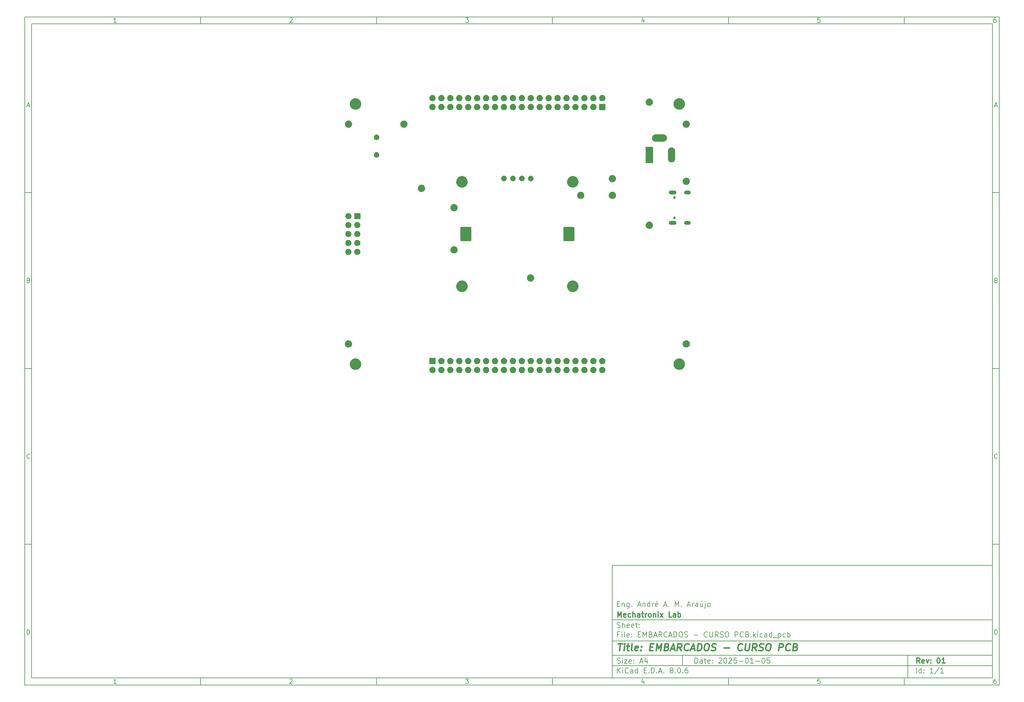
<source format=gbr>
%TF.GenerationSoftware,KiCad,Pcbnew,8.0.6*%
%TF.CreationDate,2025-01-05T13:15:26-03:00*%
%TF.ProjectId,EMBARCADOS - CURSO PCB,454d4241-5243-4414-944f-53202d204355,01*%
%TF.SameCoordinates,Original*%
%TF.FileFunction,Soldermask,Bot*%
%TF.FilePolarity,Negative*%
%FSLAX46Y46*%
G04 Gerber Fmt 4.6, Leading zero omitted, Abs format (unit mm)*
G04 Created by KiCad (PCBNEW 8.0.6) date 2025-01-05 13:15:26*
%MOMM*%
%LPD*%
G01*
G04 APERTURE LIST*
%ADD10C,0.100000*%
%ADD11C,0.150000*%
%ADD12C,0.300000*%
%ADD13C,0.400000*%
G04 APERTURE END LIST*
D10*
D11*
X177002200Y-166007200D02*
X285002200Y-166007200D01*
X285002200Y-198007200D01*
X177002200Y-198007200D01*
X177002200Y-166007200D01*
D10*
D11*
X10000000Y-10000000D02*
X287002200Y-10000000D01*
X287002200Y-200007200D01*
X10000000Y-200007200D01*
X10000000Y-10000000D01*
D10*
D11*
X12000000Y-12000000D02*
X285002200Y-12000000D01*
X285002200Y-198007200D01*
X12000000Y-198007200D01*
X12000000Y-12000000D01*
D10*
D11*
X60000000Y-12000000D02*
X60000000Y-10000000D01*
D10*
D11*
X110000000Y-12000000D02*
X110000000Y-10000000D01*
D10*
D11*
X160000000Y-12000000D02*
X160000000Y-10000000D01*
D10*
D11*
X210000000Y-12000000D02*
X210000000Y-10000000D01*
D10*
D11*
X260000000Y-12000000D02*
X260000000Y-10000000D01*
D10*
D11*
X36089160Y-11593604D02*
X35346303Y-11593604D01*
X35717731Y-11593604D02*
X35717731Y-10293604D01*
X35717731Y-10293604D02*
X35593922Y-10479319D01*
X35593922Y-10479319D02*
X35470112Y-10603128D01*
X35470112Y-10603128D02*
X35346303Y-10665033D01*
D10*
D11*
X85346303Y-10417414D02*
X85408207Y-10355509D01*
X85408207Y-10355509D02*
X85532017Y-10293604D01*
X85532017Y-10293604D02*
X85841541Y-10293604D01*
X85841541Y-10293604D02*
X85965350Y-10355509D01*
X85965350Y-10355509D02*
X86027255Y-10417414D01*
X86027255Y-10417414D02*
X86089160Y-10541223D01*
X86089160Y-10541223D02*
X86089160Y-10665033D01*
X86089160Y-10665033D02*
X86027255Y-10850747D01*
X86027255Y-10850747D02*
X85284398Y-11593604D01*
X85284398Y-11593604D02*
X86089160Y-11593604D01*
D10*
D11*
X135284398Y-10293604D02*
X136089160Y-10293604D01*
X136089160Y-10293604D02*
X135655826Y-10788842D01*
X135655826Y-10788842D02*
X135841541Y-10788842D01*
X135841541Y-10788842D02*
X135965350Y-10850747D01*
X135965350Y-10850747D02*
X136027255Y-10912652D01*
X136027255Y-10912652D02*
X136089160Y-11036461D01*
X136089160Y-11036461D02*
X136089160Y-11345985D01*
X136089160Y-11345985D02*
X136027255Y-11469795D01*
X136027255Y-11469795D02*
X135965350Y-11531700D01*
X135965350Y-11531700D02*
X135841541Y-11593604D01*
X135841541Y-11593604D02*
X135470112Y-11593604D01*
X135470112Y-11593604D02*
X135346303Y-11531700D01*
X135346303Y-11531700D02*
X135284398Y-11469795D01*
D10*
D11*
X185965350Y-10726938D02*
X185965350Y-11593604D01*
X185655826Y-10231700D02*
X185346303Y-11160271D01*
X185346303Y-11160271D02*
X186151064Y-11160271D01*
D10*
D11*
X236027255Y-10293604D02*
X235408207Y-10293604D01*
X235408207Y-10293604D02*
X235346303Y-10912652D01*
X235346303Y-10912652D02*
X235408207Y-10850747D01*
X235408207Y-10850747D02*
X235532017Y-10788842D01*
X235532017Y-10788842D02*
X235841541Y-10788842D01*
X235841541Y-10788842D02*
X235965350Y-10850747D01*
X235965350Y-10850747D02*
X236027255Y-10912652D01*
X236027255Y-10912652D02*
X236089160Y-11036461D01*
X236089160Y-11036461D02*
X236089160Y-11345985D01*
X236089160Y-11345985D02*
X236027255Y-11469795D01*
X236027255Y-11469795D02*
X235965350Y-11531700D01*
X235965350Y-11531700D02*
X235841541Y-11593604D01*
X235841541Y-11593604D02*
X235532017Y-11593604D01*
X235532017Y-11593604D02*
X235408207Y-11531700D01*
X235408207Y-11531700D02*
X235346303Y-11469795D01*
D10*
D11*
X285965350Y-10293604D02*
X285717731Y-10293604D01*
X285717731Y-10293604D02*
X285593922Y-10355509D01*
X285593922Y-10355509D02*
X285532017Y-10417414D01*
X285532017Y-10417414D02*
X285408207Y-10603128D01*
X285408207Y-10603128D02*
X285346303Y-10850747D01*
X285346303Y-10850747D02*
X285346303Y-11345985D01*
X285346303Y-11345985D02*
X285408207Y-11469795D01*
X285408207Y-11469795D02*
X285470112Y-11531700D01*
X285470112Y-11531700D02*
X285593922Y-11593604D01*
X285593922Y-11593604D02*
X285841541Y-11593604D01*
X285841541Y-11593604D02*
X285965350Y-11531700D01*
X285965350Y-11531700D02*
X286027255Y-11469795D01*
X286027255Y-11469795D02*
X286089160Y-11345985D01*
X286089160Y-11345985D02*
X286089160Y-11036461D01*
X286089160Y-11036461D02*
X286027255Y-10912652D01*
X286027255Y-10912652D02*
X285965350Y-10850747D01*
X285965350Y-10850747D02*
X285841541Y-10788842D01*
X285841541Y-10788842D02*
X285593922Y-10788842D01*
X285593922Y-10788842D02*
X285470112Y-10850747D01*
X285470112Y-10850747D02*
X285408207Y-10912652D01*
X285408207Y-10912652D02*
X285346303Y-11036461D01*
D10*
D11*
X60000000Y-198007200D02*
X60000000Y-200007200D01*
D10*
D11*
X110000000Y-198007200D02*
X110000000Y-200007200D01*
D10*
D11*
X160000000Y-198007200D02*
X160000000Y-200007200D01*
D10*
D11*
X210000000Y-198007200D02*
X210000000Y-200007200D01*
D10*
D11*
X260000000Y-198007200D02*
X260000000Y-200007200D01*
D10*
D11*
X36089160Y-199600804D02*
X35346303Y-199600804D01*
X35717731Y-199600804D02*
X35717731Y-198300804D01*
X35717731Y-198300804D02*
X35593922Y-198486519D01*
X35593922Y-198486519D02*
X35470112Y-198610328D01*
X35470112Y-198610328D02*
X35346303Y-198672233D01*
D10*
D11*
X85346303Y-198424614D02*
X85408207Y-198362709D01*
X85408207Y-198362709D02*
X85532017Y-198300804D01*
X85532017Y-198300804D02*
X85841541Y-198300804D01*
X85841541Y-198300804D02*
X85965350Y-198362709D01*
X85965350Y-198362709D02*
X86027255Y-198424614D01*
X86027255Y-198424614D02*
X86089160Y-198548423D01*
X86089160Y-198548423D02*
X86089160Y-198672233D01*
X86089160Y-198672233D02*
X86027255Y-198857947D01*
X86027255Y-198857947D02*
X85284398Y-199600804D01*
X85284398Y-199600804D02*
X86089160Y-199600804D01*
D10*
D11*
X135284398Y-198300804D02*
X136089160Y-198300804D01*
X136089160Y-198300804D02*
X135655826Y-198796042D01*
X135655826Y-198796042D02*
X135841541Y-198796042D01*
X135841541Y-198796042D02*
X135965350Y-198857947D01*
X135965350Y-198857947D02*
X136027255Y-198919852D01*
X136027255Y-198919852D02*
X136089160Y-199043661D01*
X136089160Y-199043661D02*
X136089160Y-199353185D01*
X136089160Y-199353185D02*
X136027255Y-199476995D01*
X136027255Y-199476995D02*
X135965350Y-199538900D01*
X135965350Y-199538900D02*
X135841541Y-199600804D01*
X135841541Y-199600804D02*
X135470112Y-199600804D01*
X135470112Y-199600804D02*
X135346303Y-199538900D01*
X135346303Y-199538900D02*
X135284398Y-199476995D01*
D10*
D11*
X185965350Y-198734138D02*
X185965350Y-199600804D01*
X185655826Y-198238900D02*
X185346303Y-199167471D01*
X185346303Y-199167471D02*
X186151064Y-199167471D01*
D10*
D11*
X236027255Y-198300804D02*
X235408207Y-198300804D01*
X235408207Y-198300804D02*
X235346303Y-198919852D01*
X235346303Y-198919852D02*
X235408207Y-198857947D01*
X235408207Y-198857947D02*
X235532017Y-198796042D01*
X235532017Y-198796042D02*
X235841541Y-198796042D01*
X235841541Y-198796042D02*
X235965350Y-198857947D01*
X235965350Y-198857947D02*
X236027255Y-198919852D01*
X236027255Y-198919852D02*
X236089160Y-199043661D01*
X236089160Y-199043661D02*
X236089160Y-199353185D01*
X236089160Y-199353185D02*
X236027255Y-199476995D01*
X236027255Y-199476995D02*
X235965350Y-199538900D01*
X235965350Y-199538900D02*
X235841541Y-199600804D01*
X235841541Y-199600804D02*
X235532017Y-199600804D01*
X235532017Y-199600804D02*
X235408207Y-199538900D01*
X235408207Y-199538900D02*
X235346303Y-199476995D01*
D10*
D11*
X285965350Y-198300804D02*
X285717731Y-198300804D01*
X285717731Y-198300804D02*
X285593922Y-198362709D01*
X285593922Y-198362709D02*
X285532017Y-198424614D01*
X285532017Y-198424614D02*
X285408207Y-198610328D01*
X285408207Y-198610328D02*
X285346303Y-198857947D01*
X285346303Y-198857947D02*
X285346303Y-199353185D01*
X285346303Y-199353185D02*
X285408207Y-199476995D01*
X285408207Y-199476995D02*
X285470112Y-199538900D01*
X285470112Y-199538900D02*
X285593922Y-199600804D01*
X285593922Y-199600804D02*
X285841541Y-199600804D01*
X285841541Y-199600804D02*
X285965350Y-199538900D01*
X285965350Y-199538900D02*
X286027255Y-199476995D01*
X286027255Y-199476995D02*
X286089160Y-199353185D01*
X286089160Y-199353185D02*
X286089160Y-199043661D01*
X286089160Y-199043661D02*
X286027255Y-198919852D01*
X286027255Y-198919852D02*
X285965350Y-198857947D01*
X285965350Y-198857947D02*
X285841541Y-198796042D01*
X285841541Y-198796042D02*
X285593922Y-198796042D01*
X285593922Y-198796042D02*
X285470112Y-198857947D01*
X285470112Y-198857947D02*
X285408207Y-198919852D01*
X285408207Y-198919852D02*
X285346303Y-199043661D01*
D10*
D11*
X10000000Y-60000000D02*
X12000000Y-60000000D01*
D10*
D11*
X10000000Y-110000000D02*
X12000000Y-110000000D01*
D10*
D11*
X10000000Y-160000000D02*
X12000000Y-160000000D01*
D10*
D11*
X10690476Y-35222176D02*
X11309523Y-35222176D01*
X10566666Y-35593604D02*
X10999999Y-34293604D01*
X10999999Y-34293604D02*
X11433333Y-35593604D01*
D10*
D11*
X11092857Y-84912652D02*
X11278571Y-84974557D01*
X11278571Y-84974557D02*
X11340476Y-85036461D01*
X11340476Y-85036461D02*
X11402380Y-85160271D01*
X11402380Y-85160271D02*
X11402380Y-85345985D01*
X11402380Y-85345985D02*
X11340476Y-85469795D01*
X11340476Y-85469795D02*
X11278571Y-85531700D01*
X11278571Y-85531700D02*
X11154761Y-85593604D01*
X11154761Y-85593604D02*
X10659523Y-85593604D01*
X10659523Y-85593604D02*
X10659523Y-84293604D01*
X10659523Y-84293604D02*
X11092857Y-84293604D01*
X11092857Y-84293604D02*
X11216666Y-84355509D01*
X11216666Y-84355509D02*
X11278571Y-84417414D01*
X11278571Y-84417414D02*
X11340476Y-84541223D01*
X11340476Y-84541223D02*
X11340476Y-84665033D01*
X11340476Y-84665033D02*
X11278571Y-84788842D01*
X11278571Y-84788842D02*
X11216666Y-84850747D01*
X11216666Y-84850747D02*
X11092857Y-84912652D01*
X11092857Y-84912652D02*
X10659523Y-84912652D01*
D10*
D11*
X11402380Y-135469795D02*
X11340476Y-135531700D01*
X11340476Y-135531700D02*
X11154761Y-135593604D01*
X11154761Y-135593604D02*
X11030952Y-135593604D01*
X11030952Y-135593604D02*
X10845238Y-135531700D01*
X10845238Y-135531700D02*
X10721428Y-135407890D01*
X10721428Y-135407890D02*
X10659523Y-135284080D01*
X10659523Y-135284080D02*
X10597619Y-135036461D01*
X10597619Y-135036461D02*
X10597619Y-134850747D01*
X10597619Y-134850747D02*
X10659523Y-134603128D01*
X10659523Y-134603128D02*
X10721428Y-134479319D01*
X10721428Y-134479319D02*
X10845238Y-134355509D01*
X10845238Y-134355509D02*
X11030952Y-134293604D01*
X11030952Y-134293604D02*
X11154761Y-134293604D01*
X11154761Y-134293604D02*
X11340476Y-134355509D01*
X11340476Y-134355509D02*
X11402380Y-134417414D01*
D10*
D11*
X10659523Y-185593604D02*
X10659523Y-184293604D01*
X10659523Y-184293604D02*
X10969047Y-184293604D01*
X10969047Y-184293604D02*
X11154761Y-184355509D01*
X11154761Y-184355509D02*
X11278571Y-184479319D01*
X11278571Y-184479319D02*
X11340476Y-184603128D01*
X11340476Y-184603128D02*
X11402380Y-184850747D01*
X11402380Y-184850747D02*
X11402380Y-185036461D01*
X11402380Y-185036461D02*
X11340476Y-185284080D01*
X11340476Y-185284080D02*
X11278571Y-185407890D01*
X11278571Y-185407890D02*
X11154761Y-185531700D01*
X11154761Y-185531700D02*
X10969047Y-185593604D01*
X10969047Y-185593604D02*
X10659523Y-185593604D01*
D10*
D11*
X287002200Y-60000000D02*
X285002200Y-60000000D01*
D10*
D11*
X287002200Y-110000000D02*
X285002200Y-110000000D01*
D10*
D11*
X287002200Y-160000000D02*
X285002200Y-160000000D01*
D10*
D11*
X285692676Y-35222176D02*
X286311723Y-35222176D01*
X285568866Y-35593604D02*
X286002199Y-34293604D01*
X286002199Y-34293604D02*
X286435533Y-35593604D01*
D10*
D11*
X286095057Y-84912652D02*
X286280771Y-84974557D01*
X286280771Y-84974557D02*
X286342676Y-85036461D01*
X286342676Y-85036461D02*
X286404580Y-85160271D01*
X286404580Y-85160271D02*
X286404580Y-85345985D01*
X286404580Y-85345985D02*
X286342676Y-85469795D01*
X286342676Y-85469795D02*
X286280771Y-85531700D01*
X286280771Y-85531700D02*
X286156961Y-85593604D01*
X286156961Y-85593604D02*
X285661723Y-85593604D01*
X285661723Y-85593604D02*
X285661723Y-84293604D01*
X285661723Y-84293604D02*
X286095057Y-84293604D01*
X286095057Y-84293604D02*
X286218866Y-84355509D01*
X286218866Y-84355509D02*
X286280771Y-84417414D01*
X286280771Y-84417414D02*
X286342676Y-84541223D01*
X286342676Y-84541223D02*
X286342676Y-84665033D01*
X286342676Y-84665033D02*
X286280771Y-84788842D01*
X286280771Y-84788842D02*
X286218866Y-84850747D01*
X286218866Y-84850747D02*
X286095057Y-84912652D01*
X286095057Y-84912652D02*
X285661723Y-84912652D01*
D10*
D11*
X286404580Y-135469795D02*
X286342676Y-135531700D01*
X286342676Y-135531700D02*
X286156961Y-135593604D01*
X286156961Y-135593604D02*
X286033152Y-135593604D01*
X286033152Y-135593604D02*
X285847438Y-135531700D01*
X285847438Y-135531700D02*
X285723628Y-135407890D01*
X285723628Y-135407890D02*
X285661723Y-135284080D01*
X285661723Y-135284080D02*
X285599819Y-135036461D01*
X285599819Y-135036461D02*
X285599819Y-134850747D01*
X285599819Y-134850747D02*
X285661723Y-134603128D01*
X285661723Y-134603128D02*
X285723628Y-134479319D01*
X285723628Y-134479319D02*
X285847438Y-134355509D01*
X285847438Y-134355509D02*
X286033152Y-134293604D01*
X286033152Y-134293604D02*
X286156961Y-134293604D01*
X286156961Y-134293604D02*
X286342676Y-134355509D01*
X286342676Y-134355509D02*
X286404580Y-134417414D01*
D10*
D11*
X285661723Y-185593604D02*
X285661723Y-184293604D01*
X285661723Y-184293604D02*
X285971247Y-184293604D01*
X285971247Y-184293604D02*
X286156961Y-184355509D01*
X286156961Y-184355509D02*
X286280771Y-184479319D01*
X286280771Y-184479319D02*
X286342676Y-184603128D01*
X286342676Y-184603128D02*
X286404580Y-184850747D01*
X286404580Y-184850747D02*
X286404580Y-185036461D01*
X286404580Y-185036461D02*
X286342676Y-185284080D01*
X286342676Y-185284080D02*
X286280771Y-185407890D01*
X286280771Y-185407890D02*
X286156961Y-185531700D01*
X286156961Y-185531700D02*
X285971247Y-185593604D01*
X285971247Y-185593604D02*
X285661723Y-185593604D01*
D10*
D11*
X200458026Y-193793328D02*
X200458026Y-192293328D01*
X200458026Y-192293328D02*
X200815169Y-192293328D01*
X200815169Y-192293328D02*
X201029455Y-192364757D01*
X201029455Y-192364757D02*
X201172312Y-192507614D01*
X201172312Y-192507614D02*
X201243741Y-192650471D01*
X201243741Y-192650471D02*
X201315169Y-192936185D01*
X201315169Y-192936185D02*
X201315169Y-193150471D01*
X201315169Y-193150471D02*
X201243741Y-193436185D01*
X201243741Y-193436185D02*
X201172312Y-193579042D01*
X201172312Y-193579042D02*
X201029455Y-193721900D01*
X201029455Y-193721900D02*
X200815169Y-193793328D01*
X200815169Y-193793328D02*
X200458026Y-193793328D01*
X202600884Y-193793328D02*
X202600884Y-193007614D01*
X202600884Y-193007614D02*
X202529455Y-192864757D01*
X202529455Y-192864757D02*
X202386598Y-192793328D01*
X202386598Y-192793328D02*
X202100884Y-192793328D01*
X202100884Y-192793328D02*
X201958026Y-192864757D01*
X202600884Y-193721900D02*
X202458026Y-193793328D01*
X202458026Y-193793328D02*
X202100884Y-193793328D01*
X202100884Y-193793328D02*
X201958026Y-193721900D01*
X201958026Y-193721900D02*
X201886598Y-193579042D01*
X201886598Y-193579042D02*
X201886598Y-193436185D01*
X201886598Y-193436185D02*
X201958026Y-193293328D01*
X201958026Y-193293328D02*
X202100884Y-193221900D01*
X202100884Y-193221900D02*
X202458026Y-193221900D01*
X202458026Y-193221900D02*
X202600884Y-193150471D01*
X203100884Y-192793328D02*
X203672312Y-192793328D01*
X203315169Y-192293328D02*
X203315169Y-193579042D01*
X203315169Y-193579042D02*
X203386598Y-193721900D01*
X203386598Y-193721900D02*
X203529455Y-193793328D01*
X203529455Y-193793328D02*
X203672312Y-193793328D01*
X204743741Y-193721900D02*
X204600884Y-193793328D01*
X204600884Y-193793328D02*
X204315170Y-193793328D01*
X204315170Y-193793328D02*
X204172312Y-193721900D01*
X204172312Y-193721900D02*
X204100884Y-193579042D01*
X204100884Y-193579042D02*
X204100884Y-193007614D01*
X204100884Y-193007614D02*
X204172312Y-192864757D01*
X204172312Y-192864757D02*
X204315170Y-192793328D01*
X204315170Y-192793328D02*
X204600884Y-192793328D01*
X204600884Y-192793328D02*
X204743741Y-192864757D01*
X204743741Y-192864757D02*
X204815170Y-193007614D01*
X204815170Y-193007614D02*
X204815170Y-193150471D01*
X204815170Y-193150471D02*
X204100884Y-193293328D01*
X205458026Y-193650471D02*
X205529455Y-193721900D01*
X205529455Y-193721900D02*
X205458026Y-193793328D01*
X205458026Y-193793328D02*
X205386598Y-193721900D01*
X205386598Y-193721900D02*
X205458026Y-193650471D01*
X205458026Y-193650471D02*
X205458026Y-193793328D01*
X205458026Y-192864757D02*
X205529455Y-192936185D01*
X205529455Y-192936185D02*
X205458026Y-193007614D01*
X205458026Y-193007614D02*
X205386598Y-192936185D01*
X205386598Y-192936185D02*
X205458026Y-192864757D01*
X205458026Y-192864757D02*
X205458026Y-193007614D01*
X207243741Y-192436185D02*
X207315169Y-192364757D01*
X207315169Y-192364757D02*
X207458027Y-192293328D01*
X207458027Y-192293328D02*
X207815169Y-192293328D01*
X207815169Y-192293328D02*
X207958027Y-192364757D01*
X207958027Y-192364757D02*
X208029455Y-192436185D01*
X208029455Y-192436185D02*
X208100884Y-192579042D01*
X208100884Y-192579042D02*
X208100884Y-192721900D01*
X208100884Y-192721900D02*
X208029455Y-192936185D01*
X208029455Y-192936185D02*
X207172312Y-193793328D01*
X207172312Y-193793328D02*
X208100884Y-193793328D01*
X209029455Y-192293328D02*
X209172312Y-192293328D01*
X209172312Y-192293328D02*
X209315169Y-192364757D01*
X209315169Y-192364757D02*
X209386598Y-192436185D01*
X209386598Y-192436185D02*
X209458026Y-192579042D01*
X209458026Y-192579042D02*
X209529455Y-192864757D01*
X209529455Y-192864757D02*
X209529455Y-193221900D01*
X209529455Y-193221900D02*
X209458026Y-193507614D01*
X209458026Y-193507614D02*
X209386598Y-193650471D01*
X209386598Y-193650471D02*
X209315169Y-193721900D01*
X209315169Y-193721900D02*
X209172312Y-193793328D01*
X209172312Y-193793328D02*
X209029455Y-193793328D01*
X209029455Y-193793328D02*
X208886598Y-193721900D01*
X208886598Y-193721900D02*
X208815169Y-193650471D01*
X208815169Y-193650471D02*
X208743740Y-193507614D01*
X208743740Y-193507614D02*
X208672312Y-193221900D01*
X208672312Y-193221900D02*
X208672312Y-192864757D01*
X208672312Y-192864757D02*
X208743740Y-192579042D01*
X208743740Y-192579042D02*
X208815169Y-192436185D01*
X208815169Y-192436185D02*
X208886598Y-192364757D01*
X208886598Y-192364757D02*
X209029455Y-192293328D01*
X210100883Y-192436185D02*
X210172311Y-192364757D01*
X210172311Y-192364757D02*
X210315169Y-192293328D01*
X210315169Y-192293328D02*
X210672311Y-192293328D01*
X210672311Y-192293328D02*
X210815169Y-192364757D01*
X210815169Y-192364757D02*
X210886597Y-192436185D01*
X210886597Y-192436185D02*
X210958026Y-192579042D01*
X210958026Y-192579042D02*
X210958026Y-192721900D01*
X210958026Y-192721900D02*
X210886597Y-192936185D01*
X210886597Y-192936185D02*
X210029454Y-193793328D01*
X210029454Y-193793328D02*
X210958026Y-193793328D01*
X212315168Y-192293328D02*
X211600882Y-192293328D01*
X211600882Y-192293328D02*
X211529454Y-193007614D01*
X211529454Y-193007614D02*
X211600882Y-192936185D01*
X211600882Y-192936185D02*
X211743740Y-192864757D01*
X211743740Y-192864757D02*
X212100882Y-192864757D01*
X212100882Y-192864757D02*
X212243740Y-192936185D01*
X212243740Y-192936185D02*
X212315168Y-193007614D01*
X212315168Y-193007614D02*
X212386597Y-193150471D01*
X212386597Y-193150471D02*
X212386597Y-193507614D01*
X212386597Y-193507614D02*
X212315168Y-193650471D01*
X212315168Y-193650471D02*
X212243740Y-193721900D01*
X212243740Y-193721900D02*
X212100882Y-193793328D01*
X212100882Y-193793328D02*
X211743740Y-193793328D01*
X211743740Y-193793328D02*
X211600882Y-193721900D01*
X211600882Y-193721900D02*
X211529454Y-193650471D01*
X213029453Y-193221900D02*
X214172311Y-193221900D01*
X215172311Y-192293328D02*
X215315168Y-192293328D01*
X215315168Y-192293328D02*
X215458025Y-192364757D01*
X215458025Y-192364757D02*
X215529454Y-192436185D01*
X215529454Y-192436185D02*
X215600882Y-192579042D01*
X215600882Y-192579042D02*
X215672311Y-192864757D01*
X215672311Y-192864757D02*
X215672311Y-193221900D01*
X215672311Y-193221900D02*
X215600882Y-193507614D01*
X215600882Y-193507614D02*
X215529454Y-193650471D01*
X215529454Y-193650471D02*
X215458025Y-193721900D01*
X215458025Y-193721900D02*
X215315168Y-193793328D01*
X215315168Y-193793328D02*
X215172311Y-193793328D01*
X215172311Y-193793328D02*
X215029454Y-193721900D01*
X215029454Y-193721900D02*
X214958025Y-193650471D01*
X214958025Y-193650471D02*
X214886596Y-193507614D01*
X214886596Y-193507614D02*
X214815168Y-193221900D01*
X214815168Y-193221900D02*
X214815168Y-192864757D01*
X214815168Y-192864757D02*
X214886596Y-192579042D01*
X214886596Y-192579042D02*
X214958025Y-192436185D01*
X214958025Y-192436185D02*
X215029454Y-192364757D01*
X215029454Y-192364757D02*
X215172311Y-192293328D01*
X217100882Y-193793328D02*
X216243739Y-193793328D01*
X216672310Y-193793328D02*
X216672310Y-192293328D01*
X216672310Y-192293328D02*
X216529453Y-192507614D01*
X216529453Y-192507614D02*
X216386596Y-192650471D01*
X216386596Y-192650471D02*
X216243739Y-192721900D01*
X217743738Y-193221900D02*
X218886596Y-193221900D01*
X219886596Y-192293328D02*
X220029453Y-192293328D01*
X220029453Y-192293328D02*
X220172310Y-192364757D01*
X220172310Y-192364757D02*
X220243739Y-192436185D01*
X220243739Y-192436185D02*
X220315167Y-192579042D01*
X220315167Y-192579042D02*
X220386596Y-192864757D01*
X220386596Y-192864757D02*
X220386596Y-193221900D01*
X220386596Y-193221900D02*
X220315167Y-193507614D01*
X220315167Y-193507614D02*
X220243739Y-193650471D01*
X220243739Y-193650471D02*
X220172310Y-193721900D01*
X220172310Y-193721900D02*
X220029453Y-193793328D01*
X220029453Y-193793328D02*
X219886596Y-193793328D01*
X219886596Y-193793328D02*
X219743739Y-193721900D01*
X219743739Y-193721900D02*
X219672310Y-193650471D01*
X219672310Y-193650471D02*
X219600881Y-193507614D01*
X219600881Y-193507614D02*
X219529453Y-193221900D01*
X219529453Y-193221900D02*
X219529453Y-192864757D01*
X219529453Y-192864757D02*
X219600881Y-192579042D01*
X219600881Y-192579042D02*
X219672310Y-192436185D01*
X219672310Y-192436185D02*
X219743739Y-192364757D01*
X219743739Y-192364757D02*
X219886596Y-192293328D01*
X221743738Y-192293328D02*
X221029452Y-192293328D01*
X221029452Y-192293328D02*
X220958024Y-193007614D01*
X220958024Y-193007614D02*
X221029452Y-192936185D01*
X221029452Y-192936185D02*
X221172310Y-192864757D01*
X221172310Y-192864757D02*
X221529452Y-192864757D01*
X221529452Y-192864757D02*
X221672310Y-192936185D01*
X221672310Y-192936185D02*
X221743738Y-193007614D01*
X221743738Y-193007614D02*
X221815167Y-193150471D01*
X221815167Y-193150471D02*
X221815167Y-193507614D01*
X221815167Y-193507614D02*
X221743738Y-193650471D01*
X221743738Y-193650471D02*
X221672310Y-193721900D01*
X221672310Y-193721900D02*
X221529452Y-193793328D01*
X221529452Y-193793328D02*
X221172310Y-193793328D01*
X221172310Y-193793328D02*
X221029452Y-193721900D01*
X221029452Y-193721900D02*
X220958024Y-193650471D01*
D10*
D11*
X177002200Y-194507200D02*
X285002200Y-194507200D01*
D10*
D11*
X178458026Y-196593328D02*
X178458026Y-195093328D01*
X179315169Y-196593328D02*
X178672312Y-195736185D01*
X179315169Y-195093328D02*
X178458026Y-195950471D01*
X179958026Y-196593328D02*
X179958026Y-195593328D01*
X179958026Y-195093328D02*
X179886598Y-195164757D01*
X179886598Y-195164757D02*
X179958026Y-195236185D01*
X179958026Y-195236185D02*
X180029455Y-195164757D01*
X180029455Y-195164757D02*
X179958026Y-195093328D01*
X179958026Y-195093328D02*
X179958026Y-195236185D01*
X181529455Y-196450471D02*
X181458027Y-196521900D01*
X181458027Y-196521900D02*
X181243741Y-196593328D01*
X181243741Y-196593328D02*
X181100884Y-196593328D01*
X181100884Y-196593328D02*
X180886598Y-196521900D01*
X180886598Y-196521900D02*
X180743741Y-196379042D01*
X180743741Y-196379042D02*
X180672312Y-196236185D01*
X180672312Y-196236185D02*
X180600884Y-195950471D01*
X180600884Y-195950471D02*
X180600884Y-195736185D01*
X180600884Y-195736185D02*
X180672312Y-195450471D01*
X180672312Y-195450471D02*
X180743741Y-195307614D01*
X180743741Y-195307614D02*
X180886598Y-195164757D01*
X180886598Y-195164757D02*
X181100884Y-195093328D01*
X181100884Y-195093328D02*
X181243741Y-195093328D01*
X181243741Y-195093328D02*
X181458027Y-195164757D01*
X181458027Y-195164757D02*
X181529455Y-195236185D01*
X182815170Y-196593328D02*
X182815170Y-195807614D01*
X182815170Y-195807614D02*
X182743741Y-195664757D01*
X182743741Y-195664757D02*
X182600884Y-195593328D01*
X182600884Y-195593328D02*
X182315170Y-195593328D01*
X182315170Y-195593328D02*
X182172312Y-195664757D01*
X182815170Y-196521900D02*
X182672312Y-196593328D01*
X182672312Y-196593328D02*
X182315170Y-196593328D01*
X182315170Y-196593328D02*
X182172312Y-196521900D01*
X182172312Y-196521900D02*
X182100884Y-196379042D01*
X182100884Y-196379042D02*
X182100884Y-196236185D01*
X182100884Y-196236185D02*
X182172312Y-196093328D01*
X182172312Y-196093328D02*
X182315170Y-196021900D01*
X182315170Y-196021900D02*
X182672312Y-196021900D01*
X182672312Y-196021900D02*
X182815170Y-195950471D01*
X184172313Y-196593328D02*
X184172313Y-195093328D01*
X184172313Y-196521900D02*
X184029455Y-196593328D01*
X184029455Y-196593328D02*
X183743741Y-196593328D01*
X183743741Y-196593328D02*
X183600884Y-196521900D01*
X183600884Y-196521900D02*
X183529455Y-196450471D01*
X183529455Y-196450471D02*
X183458027Y-196307614D01*
X183458027Y-196307614D02*
X183458027Y-195879042D01*
X183458027Y-195879042D02*
X183529455Y-195736185D01*
X183529455Y-195736185D02*
X183600884Y-195664757D01*
X183600884Y-195664757D02*
X183743741Y-195593328D01*
X183743741Y-195593328D02*
X184029455Y-195593328D01*
X184029455Y-195593328D02*
X184172313Y-195664757D01*
X186029455Y-195807614D02*
X186529455Y-195807614D01*
X186743741Y-196593328D02*
X186029455Y-196593328D01*
X186029455Y-196593328D02*
X186029455Y-195093328D01*
X186029455Y-195093328D02*
X186743741Y-195093328D01*
X187386598Y-196450471D02*
X187458027Y-196521900D01*
X187458027Y-196521900D02*
X187386598Y-196593328D01*
X187386598Y-196593328D02*
X187315170Y-196521900D01*
X187315170Y-196521900D02*
X187386598Y-196450471D01*
X187386598Y-196450471D02*
X187386598Y-196593328D01*
X188100884Y-196593328D02*
X188100884Y-195093328D01*
X188100884Y-195093328D02*
X188458027Y-195093328D01*
X188458027Y-195093328D02*
X188672313Y-195164757D01*
X188672313Y-195164757D02*
X188815170Y-195307614D01*
X188815170Y-195307614D02*
X188886599Y-195450471D01*
X188886599Y-195450471D02*
X188958027Y-195736185D01*
X188958027Y-195736185D02*
X188958027Y-195950471D01*
X188958027Y-195950471D02*
X188886599Y-196236185D01*
X188886599Y-196236185D02*
X188815170Y-196379042D01*
X188815170Y-196379042D02*
X188672313Y-196521900D01*
X188672313Y-196521900D02*
X188458027Y-196593328D01*
X188458027Y-196593328D02*
X188100884Y-196593328D01*
X189600884Y-196450471D02*
X189672313Y-196521900D01*
X189672313Y-196521900D02*
X189600884Y-196593328D01*
X189600884Y-196593328D02*
X189529456Y-196521900D01*
X189529456Y-196521900D02*
X189600884Y-196450471D01*
X189600884Y-196450471D02*
X189600884Y-196593328D01*
X190243742Y-196164757D02*
X190958028Y-196164757D01*
X190100885Y-196593328D02*
X190600885Y-195093328D01*
X190600885Y-195093328D02*
X191100885Y-196593328D01*
X191600884Y-196450471D02*
X191672313Y-196521900D01*
X191672313Y-196521900D02*
X191600884Y-196593328D01*
X191600884Y-196593328D02*
X191529456Y-196521900D01*
X191529456Y-196521900D02*
X191600884Y-196450471D01*
X191600884Y-196450471D02*
X191600884Y-196593328D01*
X193672313Y-195736185D02*
X193529456Y-195664757D01*
X193529456Y-195664757D02*
X193458027Y-195593328D01*
X193458027Y-195593328D02*
X193386599Y-195450471D01*
X193386599Y-195450471D02*
X193386599Y-195379042D01*
X193386599Y-195379042D02*
X193458027Y-195236185D01*
X193458027Y-195236185D02*
X193529456Y-195164757D01*
X193529456Y-195164757D02*
X193672313Y-195093328D01*
X193672313Y-195093328D02*
X193958027Y-195093328D01*
X193958027Y-195093328D02*
X194100885Y-195164757D01*
X194100885Y-195164757D02*
X194172313Y-195236185D01*
X194172313Y-195236185D02*
X194243742Y-195379042D01*
X194243742Y-195379042D02*
X194243742Y-195450471D01*
X194243742Y-195450471D02*
X194172313Y-195593328D01*
X194172313Y-195593328D02*
X194100885Y-195664757D01*
X194100885Y-195664757D02*
X193958027Y-195736185D01*
X193958027Y-195736185D02*
X193672313Y-195736185D01*
X193672313Y-195736185D02*
X193529456Y-195807614D01*
X193529456Y-195807614D02*
X193458027Y-195879042D01*
X193458027Y-195879042D02*
X193386599Y-196021900D01*
X193386599Y-196021900D02*
X193386599Y-196307614D01*
X193386599Y-196307614D02*
X193458027Y-196450471D01*
X193458027Y-196450471D02*
X193529456Y-196521900D01*
X193529456Y-196521900D02*
X193672313Y-196593328D01*
X193672313Y-196593328D02*
X193958027Y-196593328D01*
X193958027Y-196593328D02*
X194100885Y-196521900D01*
X194100885Y-196521900D02*
X194172313Y-196450471D01*
X194172313Y-196450471D02*
X194243742Y-196307614D01*
X194243742Y-196307614D02*
X194243742Y-196021900D01*
X194243742Y-196021900D02*
X194172313Y-195879042D01*
X194172313Y-195879042D02*
X194100885Y-195807614D01*
X194100885Y-195807614D02*
X193958027Y-195736185D01*
X194886598Y-196450471D02*
X194958027Y-196521900D01*
X194958027Y-196521900D02*
X194886598Y-196593328D01*
X194886598Y-196593328D02*
X194815170Y-196521900D01*
X194815170Y-196521900D02*
X194886598Y-196450471D01*
X194886598Y-196450471D02*
X194886598Y-196593328D01*
X195886599Y-195093328D02*
X196029456Y-195093328D01*
X196029456Y-195093328D02*
X196172313Y-195164757D01*
X196172313Y-195164757D02*
X196243742Y-195236185D01*
X196243742Y-195236185D02*
X196315170Y-195379042D01*
X196315170Y-195379042D02*
X196386599Y-195664757D01*
X196386599Y-195664757D02*
X196386599Y-196021900D01*
X196386599Y-196021900D02*
X196315170Y-196307614D01*
X196315170Y-196307614D02*
X196243742Y-196450471D01*
X196243742Y-196450471D02*
X196172313Y-196521900D01*
X196172313Y-196521900D02*
X196029456Y-196593328D01*
X196029456Y-196593328D02*
X195886599Y-196593328D01*
X195886599Y-196593328D02*
X195743742Y-196521900D01*
X195743742Y-196521900D02*
X195672313Y-196450471D01*
X195672313Y-196450471D02*
X195600884Y-196307614D01*
X195600884Y-196307614D02*
X195529456Y-196021900D01*
X195529456Y-196021900D02*
X195529456Y-195664757D01*
X195529456Y-195664757D02*
X195600884Y-195379042D01*
X195600884Y-195379042D02*
X195672313Y-195236185D01*
X195672313Y-195236185D02*
X195743742Y-195164757D01*
X195743742Y-195164757D02*
X195886599Y-195093328D01*
X197029455Y-196450471D02*
X197100884Y-196521900D01*
X197100884Y-196521900D02*
X197029455Y-196593328D01*
X197029455Y-196593328D02*
X196958027Y-196521900D01*
X196958027Y-196521900D02*
X197029455Y-196450471D01*
X197029455Y-196450471D02*
X197029455Y-196593328D01*
X198386599Y-195093328D02*
X198100884Y-195093328D01*
X198100884Y-195093328D02*
X197958027Y-195164757D01*
X197958027Y-195164757D02*
X197886599Y-195236185D01*
X197886599Y-195236185D02*
X197743741Y-195450471D01*
X197743741Y-195450471D02*
X197672313Y-195736185D01*
X197672313Y-195736185D02*
X197672313Y-196307614D01*
X197672313Y-196307614D02*
X197743741Y-196450471D01*
X197743741Y-196450471D02*
X197815170Y-196521900D01*
X197815170Y-196521900D02*
X197958027Y-196593328D01*
X197958027Y-196593328D02*
X198243741Y-196593328D01*
X198243741Y-196593328D02*
X198386599Y-196521900D01*
X198386599Y-196521900D02*
X198458027Y-196450471D01*
X198458027Y-196450471D02*
X198529456Y-196307614D01*
X198529456Y-196307614D02*
X198529456Y-195950471D01*
X198529456Y-195950471D02*
X198458027Y-195807614D01*
X198458027Y-195807614D02*
X198386599Y-195736185D01*
X198386599Y-195736185D02*
X198243741Y-195664757D01*
X198243741Y-195664757D02*
X197958027Y-195664757D01*
X197958027Y-195664757D02*
X197815170Y-195736185D01*
X197815170Y-195736185D02*
X197743741Y-195807614D01*
X197743741Y-195807614D02*
X197672313Y-195950471D01*
D10*
D11*
X177002200Y-191507200D02*
X285002200Y-191507200D01*
D10*
D12*
X264413853Y-193785528D02*
X263913853Y-193071242D01*
X263556710Y-193785528D02*
X263556710Y-192285528D01*
X263556710Y-192285528D02*
X264128139Y-192285528D01*
X264128139Y-192285528D02*
X264270996Y-192356957D01*
X264270996Y-192356957D02*
X264342425Y-192428385D01*
X264342425Y-192428385D02*
X264413853Y-192571242D01*
X264413853Y-192571242D02*
X264413853Y-192785528D01*
X264413853Y-192785528D02*
X264342425Y-192928385D01*
X264342425Y-192928385D02*
X264270996Y-192999814D01*
X264270996Y-192999814D02*
X264128139Y-193071242D01*
X264128139Y-193071242D02*
X263556710Y-193071242D01*
X265628139Y-193714100D02*
X265485282Y-193785528D01*
X265485282Y-193785528D02*
X265199568Y-193785528D01*
X265199568Y-193785528D02*
X265056710Y-193714100D01*
X265056710Y-193714100D02*
X264985282Y-193571242D01*
X264985282Y-193571242D02*
X264985282Y-192999814D01*
X264985282Y-192999814D02*
X265056710Y-192856957D01*
X265056710Y-192856957D02*
X265199568Y-192785528D01*
X265199568Y-192785528D02*
X265485282Y-192785528D01*
X265485282Y-192785528D02*
X265628139Y-192856957D01*
X265628139Y-192856957D02*
X265699568Y-192999814D01*
X265699568Y-192999814D02*
X265699568Y-193142671D01*
X265699568Y-193142671D02*
X264985282Y-193285528D01*
X266199567Y-192785528D02*
X266556710Y-193785528D01*
X266556710Y-193785528D02*
X266913853Y-192785528D01*
X267485281Y-193642671D02*
X267556710Y-193714100D01*
X267556710Y-193714100D02*
X267485281Y-193785528D01*
X267485281Y-193785528D02*
X267413853Y-193714100D01*
X267413853Y-193714100D02*
X267485281Y-193642671D01*
X267485281Y-193642671D02*
X267485281Y-193785528D01*
X267485281Y-192856957D02*
X267556710Y-192928385D01*
X267556710Y-192928385D02*
X267485281Y-192999814D01*
X267485281Y-192999814D02*
X267413853Y-192928385D01*
X267413853Y-192928385D02*
X267485281Y-192856957D01*
X267485281Y-192856957D02*
X267485281Y-192999814D01*
X269628139Y-192285528D02*
X269770996Y-192285528D01*
X269770996Y-192285528D02*
X269913853Y-192356957D01*
X269913853Y-192356957D02*
X269985282Y-192428385D01*
X269985282Y-192428385D02*
X270056710Y-192571242D01*
X270056710Y-192571242D02*
X270128139Y-192856957D01*
X270128139Y-192856957D02*
X270128139Y-193214100D01*
X270128139Y-193214100D02*
X270056710Y-193499814D01*
X270056710Y-193499814D02*
X269985282Y-193642671D01*
X269985282Y-193642671D02*
X269913853Y-193714100D01*
X269913853Y-193714100D02*
X269770996Y-193785528D01*
X269770996Y-193785528D02*
X269628139Y-193785528D01*
X269628139Y-193785528D02*
X269485282Y-193714100D01*
X269485282Y-193714100D02*
X269413853Y-193642671D01*
X269413853Y-193642671D02*
X269342424Y-193499814D01*
X269342424Y-193499814D02*
X269270996Y-193214100D01*
X269270996Y-193214100D02*
X269270996Y-192856957D01*
X269270996Y-192856957D02*
X269342424Y-192571242D01*
X269342424Y-192571242D02*
X269413853Y-192428385D01*
X269413853Y-192428385D02*
X269485282Y-192356957D01*
X269485282Y-192356957D02*
X269628139Y-192285528D01*
X271556710Y-193785528D02*
X270699567Y-193785528D01*
X271128138Y-193785528D02*
X271128138Y-192285528D01*
X271128138Y-192285528D02*
X270985281Y-192499814D01*
X270985281Y-192499814D02*
X270842424Y-192642671D01*
X270842424Y-192642671D02*
X270699567Y-192714100D01*
D10*
D11*
X178386598Y-193721900D02*
X178600884Y-193793328D01*
X178600884Y-193793328D02*
X178958026Y-193793328D01*
X178958026Y-193793328D02*
X179100884Y-193721900D01*
X179100884Y-193721900D02*
X179172312Y-193650471D01*
X179172312Y-193650471D02*
X179243741Y-193507614D01*
X179243741Y-193507614D02*
X179243741Y-193364757D01*
X179243741Y-193364757D02*
X179172312Y-193221900D01*
X179172312Y-193221900D02*
X179100884Y-193150471D01*
X179100884Y-193150471D02*
X178958026Y-193079042D01*
X178958026Y-193079042D02*
X178672312Y-193007614D01*
X178672312Y-193007614D02*
X178529455Y-192936185D01*
X178529455Y-192936185D02*
X178458026Y-192864757D01*
X178458026Y-192864757D02*
X178386598Y-192721900D01*
X178386598Y-192721900D02*
X178386598Y-192579042D01*
X178386598Y-192579042D02*
X178458026Y-192436185D01*
X178458026Y-192436185D02*
X178529455Y-192364757D01*
X178529455Y-192364757D02*
X178672312Y-192293328D01*
X178672312Y-192293328D02*
X179029455Y-192293328D01*
X179029455Y-192293328D02*
X179243741Y-192364757D01*
X179886597Y-193793328D02*
X179886597Y-192793328D01*
X179886597Y-192293328D02*
X179815169Y-192364757D01*
X179815169Y-192364757D02*
X179886597Y-192436185D01*
X179886597Y-192436185D02*
X179958026Y-192364757D01*
X179958026Y-192364757D02*
X179886597Y-192293328D01*
X179886597Y-192293328D02*
X179886597Y-192436185D01*
X180458026Y-192793328D02*
X181243741Y-192793328D01*
X181243741Y-192793328D02*
X180458026Y-193793328D01*
X180458026Y-193793328D02*
X181243741Y-193793328D01*
X182386598Y-193721900D02*
X182243741Y-193793328D01*
X182243741Y-193793328D02*
X181958027Y-193793328D01*
X181958027Y-193793328D02*
X181815169Y-193721900D01*
X181815169Y-193721900D02*
X181743741Y-193579042D01*
X181743741Y-193579042D02*
X181743741Y-193007614D01*
X181743741Y-193007614D02*
X181815169Y-192864757D01*
X181815169Y-192864757D02*
X181958027Y-192793328D01*
X181958027Y-192793328D02*
X182243741Y-192793328D01*
X182243741Y-192793328D02*
X182386598Y-192864757D01*
X182386598Y-192864757D02*
X182458027Y-193007614D01*
X182458027Y-193007614D02*
X182458027Y-193150471D01*
X182458027Y-193150471D02*
X181743741Y-193293328D01*
X183100883Y-193650471D02*
X183172312Y-193721900D01*
X183172312Y-193721900D02*
X183100883Y-193793328D01*
X183100883Y-193793328D02*
X183029455Y-193721900D01*
X183029455Y-193721900D02*
X183100883Y-193650471D01*
X183100883Y-193650471D02*
X183100883Y-193793328D01*
X183100883Y-192864757D02*
X183172312Y-192936185D01*
X183172312Y-192936185D02*
X183100883Y-193007614D01*
X183100883Y-193007614D02*
X183029455Y-192936185D01*
X183029455Y-192936185D02*
X183100883Y-192864757D01*
X183100883Y-192864757D02*
X183100883Y-193007614D01*
X184886598Y-193364757D02*
X185600884Y-193364757D01*
X184743741Y-193793328D02*
X185243741Y-192293328D01*
X185243741Y-192293328D02*
X185743741Y-193793328D01*
X186886598Y-192793328D02*
X186886598Y-193793328D01*
X186529455Y-192221900D02*
X186172312Y-193293328D01*
X186172312Y-193293328D02*
X187100883Y-193293328D01*
D10*
D11*
X263458026Y-196593328D02*
X263458026Y-195093328D01*
X264815170Y-196593328D02*
X264815170Y-195093328D01*
X264815170Y-196521900D02*
X264672312Y-196593328D01*
X264672312Y-196593328D02*
X264386598Y-196593328D01*
X264386598Y-196593328D02*
X264243741Y-196521900D01*
X264243741Y-196521900D02*
X264172312Y-196450471D01*
X264172312Y-196450471D02*
X264100884Y-196307614D01*
X264100884Y-196307614D02*
X264100884Y-195879042D01*
X264100884Y-195879042D02*
X264172312Y-195736185D01*
X264172312Y-195736185D02*
X264243741Y-195664757D01*
X264243741Y-195664757D02*
X264386598Y-195593328D01*
X264386598Y-195593328D02*
X264672312Y-195593328D01*
X264672312Y-195593328D02*
X264815170Y-195664757D01*
X265529455Y-196450471D02*
X265600884Y-196521900D01*
X265600884Y-196521900D02*
X265529455Y-196593328D01*
X265529455Y-196593328D02*
X265458027Y-196521900D01*
X265458027Y-196521900D02*
X265529455Y-196450471D01*
X265529455Y-196450471D02*
X265529455Y-196593328D01*
X265529455Y-195664757D02*
X265600884Y-195736185D01*
X265600884Y-195736185D02*
X265529455Y-195807614D01*
X265529455Y-195807614D02*
X265458027Y-195736185D01*
X265458027Y-195736185D02*
X265529455Y-195664757D01*
X265529455Y-195664757D02*
X265529455Y-195807614D01*
X268172313Y-196593328D02*
X267315170Y-196593328D01*
X267743741Y-196593328D02*
X267743741Y-195093328D01*
X267743741Y-195093328D02*
X267600884Y-195307614D01*
X267600884Y-195307614D02*
X267458027Y-195450471D01*
X267458027Y-195450471D02*
X267315170Y-195521900D01*
X269886598Y-195021900D02*
X268600884Y-196950471D01*
X271172313Y-196593328D02*
X270315170Y-196593328D01*
X270743741Y-196593328D02*
X270743741Y-195093328D01*
X270743741Y-195093328D02*
X270600884Y-195307614D01*
X270600884Y-195307614D02*
X270458027Y-195450471D01*
X270458027Y-195450471D02*
X270315170Y-195521900D01*
D10*
D11*
X177002200Y-187507200D02*
X285002200Y-187507200D01*
D10*
D13*
X178693928Y-188211638D02*
X179836785Y-188211638D01*
X179015357Y-190211638D02*
X179265357Y-188211638D01*
X180253452Y-190211638D02*
X180420119Y-188878304D01*
X180503452Y-188211638D02*
X180396309Y-188306876D01*
X180396309Y-188306876D02*
X180479643Y-188402114D01*
X180479643Y-188402114D02*
X180586786Y-188306876D01*
X180586786Y-188306876D02*
X180503452Y-188211638D01*
X180503452Y-188211638D02*
X180479643Y-188402114D01*
X181086786Y-188878304D02*
X181848690Y-188878304D01*
X181455833Y-188211638D02*
X181241548Y-189925923D01*
X181241548Y-189925923D02*
X181312976Y-190116400D01*
X181312976Y-190116400D02*
X181491548Y-190211638D01*
X181491548Y-190211638D02*
X181682024Y-190211638D01*
X182634405Y-190211638D02*
X182455833Y-190116400D01*
X182455833Y-190116400D02*
X182384405Y-189925923D01*
X182384405Y-189925923D02*
X182598690Y-188211638D01*
X184170119Y-190116400D02*
X183967738Y-190211638D01*
X183967738Y-190211638D02*
X183586785Y-190211638D01*
X183586785Y-190211638D02*
X183408214Y-190116400D01*
X183408214Y-190116400D02*
X183336785Y-189925923D01*
X183336785Y-189925923D02*
X183432024Y-189164019D01*
X183432024Y-189164019D02*
X183551071Y-188973542D01*
X183551071Y-188973542D02*
X183753452Y-188878304D01*
X183753452Y-188878304D02*
X184134404Y-188878304D01*
X184134404Y-188878304D02*
X184312976Y-188973542D01*
X184312976Y-188973542D02*
X184384404Y-189164019D01*
X184384404Y-189164019D02*
X184360595Y-189354495D01*
X184360595Y-189354495D02*
X183384404Y-189544971D01*
X185134405Y-190021161D02*
X185217738Y-190116400D01*
X185217738Y-190116400D02*
X185110595Y-190211638D01*
X185110595Y-190211638D02*
X185027262Y-190116400D01*
X185027262Y-190116400D02*
X185134405Y-190021161D01*
X185134405Y-190021161D02*
X185110595Y-190211638D01*
X185265357Y-188973542D02*
X185348690Y-189068780D01*
X185348690Y-189068780D02*
X185241548Y-189164019D01*
X185241548Y-189164019D02*
X185158214Y-189068780D01*
X185158214Y-189068780D02*
X185265357Y-188973542D01*
X185265357Y-188973542D02*
X185241548Y-189164019D01*
X187717739Y-189164019D02*
X188384405Y-189164019D01*
X188539167Y-190211638D02*
X187586786Y-190211638D01*
X187586786Y-190211638D02*
X187836786Y-188211638D01*
X187836786Y-188211638D02*
X188789167Y-188211638D01*
X189396310Y-190211638D02*
X189646310Y-188211638D01*
X189646310Y-188211638D02*
X190134405Y-189640209D01*
X190134405Y-189640209D02*
X190979644Y-188211638D01*
X190979644Y-188211638D02*
X190729644Y-190211638D01*
X192479643Y-189164019D02*
X192753453Y-189259257D01*
X192753453Y-189259257D02*
X192836786Y-189354495D01*
X192836786Y-189354495D02*
X192908215Y-189544971D01*
X192908215Y-189544971D02*
X192872500Y-189830685D01*
X192872500Y-189830685D02*
X192753453Y-190021161D01*
X192753453Y-190021161D02*
X192646310Y-190116400D01*
X192646310Y-190116400D02*
X192443929Y-190211638D01*
X192443929Y-190211638D02*
X191682024Y-190211638D01*
X191682024Y-190211638D02*
X191932024Y-188211638D01*
X191932024Y-188211638D02*
X192598691Y-188211638D01*
X192598691Y-188211638D02*
X192777262Y-188306876D01*
X192777262Y-188306876D02*
X192860596Y-188402114D01*
X192860596Y-188402114D02*
X192932024Y-188592590D01*
X192932024Y-188592590D02*
X192908215Y-188783066D01*
X192908215Y-188783066D02*
X192789167Y-188973542D01*
X192789167Y-188973542D02*
X192682024Y-189068780D01*
X192682024Y-189068780D02*
X192479643Y-189164019D01*
X192479643Y-189164019D02*
X191812977Y-189164019D01*
X193658215Y-189640209D02*
X194610596Y-189640209D01*
X193396310Y-190211638D02*
X194312977Y-188211638D01*
X194312977Y-188211638D02*
X194729643Y-190211638D01*
X196539167Y-190211638D02*
X195991548Y-189259257D01*
X195396310Y-190211638D02*
X195646310Y-188211638D01*
X195646310Y-188211638D02*
X196408215Y-188211638D01*
X196408215Y-188211638D02*
X196586786Y-188306876D01*
X196586786Y-188306876D02*
X196670120Y-188402114D01*
X196670120Y-188402114D02*
X196741548Y-188592590D01*
X196741548Y-188592590D02*
X196705834Y-188878304D01*
X196705834Y-188878304D02*
X196586786Y-189068780D01*
X196586786Y-189068780D02*
X196479644Y-189164019D01*
X196479644Y-189164019D02*
X196277263Y-189259257D01*
X196277263Y-189259257D02*
X195515358Y-189259257D01*
X198562977Y-190021161D02*
X198455834Y-190116400D01*
X198455834Y-190116400D02*
X198158215Y-190211638D01*
X198158215Y-190211638D02*
X197967739Y-190211638D01*
X197967739Y-190211638D02*
X197693929Y-190116400D01*
X197693929Y-190116400D02*
X197527263Y-189925923D01*
X197527263Y-189925923D02*
X197455834Y-189735447D01*
X197455834Y-189735447D02*
X197408215Y-189354495D01*
X197408215Y-189354495D02*
X197443929Y-189068780D01*
X197443929Y-189068780D02*
X197586786Y-188687828D01*
X197586786Y-188687828D02*
X197705834Y-188497352D01*
X197705834Y-188497352D02*
X197920120Y-188306876D01*
X197920120Y-188306876D02*
X198217739Y-188211638D01*
X198217739Y-188211638D02*
X198408215Y-188211638D01*
X198408215Y-188211638D02*
X198682025Y-188306876D01*
X198682025Y-188306876D02*
X198765358Y-188402114D01*
X199372501Y-189640209D02*
X200324882Y-189640209D01*
X199110596Y-190211638D02*
X200027263Y-188211638D01*
X200027263Y-188211638D02*
X200443929Y-190211638D01*
X201110596Y-190211638D02*
X201360596Y-188211638D01*
X201360596Y-188211638D02*
X201836787Y-188211638D01*
X201836787Y-188211638D02*
X202110596Y-188306876D01*
X202110596Y-188306876D02*
X202277263Y-188497352D01*
X202277263Y-188497352D02*
X202348691Y-188687828D01*
X202348691Y-188687828D02*
X202396311Y-189068780D01*
X202396311Y-189068780D02*
X202360596Y-189354495D01*
X202360596Y-189354495D02*
X202217739Y-189735447D01*
X202217739Y-189735447D02*
X202098691Y-189925923D01*
X202098691Y-189925923D02*
X201884406Y-190116400D01*
X201884406Y-190116400D02*
X201586787Y-190211638D01*
X201586787Y-190211638D02*
X201110596Y-190211638D01*
X203741549Y-188211638D02*
X204122501Y-188211638D01*
X204122501Y-188211638D02*
X204301072Y-188306876D01*
X204301072Y-188306876D02*
X204467739Y-188497352D01*
X204467739Y-188497352D02*
X204515358Y-188878304D01*
X204515358Y-188878304D02*
X204432025Y-189544971D01*
X204432025Y-189544971D02*
X204289168Y-189925923D01*
X204289168Y-189925923D02*
X204074882Y-190116400D01*
X204074882Y-190116400D02*
X203872501Y-190211638D01*
X203872501Y-190211638D02*
X203491549Y-190211638D01*
X203491549Y-190211638D02*
X203312977Y-190116400D01*
X203312977Y-190116400D02*
X203146311Y-189925923D01*
X203146311Y-189925923D02*
X203098691Y-189544971D01*
X203098691Y-189544971D02*
X203182025Y-188878304D01*
X203182025Y-188878304D02*
X203324882Y-188497352D01*
X203324882Y-188497352D02*
X203539168Y-188306876D01*
X203539168Y-188306876D02*
X203741549Y-188211638D01*
X205122501Y-190116400D02*
X205396310Y-190211638D01*
X205396310Y-190211638D02*
X205872501Y-190211638D01*
X205872501Y-190211638D02*
X206074882Y-190116400D01*
X206074882Y-190116400D02*
X206182025Y-190021161D01*
X206182025Y-190021161D02*
X206301072Y-189830685D01*
X206301072Y-189830685D02*
X206324882Y-189640209D01*
X206324882Y-189640209D02*
X206253453Y-189449733D01*
X206253453Y-189449733D02*
X206170120Y-189354495D01*
X206170120Y-189354495D02*
X205991549Y-189259257D01*
X205991549Y-189259257D02*
X205622501Y-189164019D01*
X205622501Y-189164019D02*
X205443929Y-189068780D01*
X205443929Y-189068780D02*
X205360596Y-188973542D01*
X205360596Y-188973542D02*
X205289168Y-188783066D01*
X205289168Y-188783066D02*
X205312977Y-188592590D01*
X205312977Y-188592590D02*
X205432025Y-188402114D01*
X205432025Y-188402114D02*
X205539168Y-188306876D01*
X205539168Y-188306876D02*
X205741549Y-188211638D01*
X205741549Y-188211638D02*
X206217739Y-188211638D01*
X206217739Y-188211638D02*
X206491549Y-188306876D01*
X208729644Y-189449733D02*
X210253454Y-189449733D01*
X213801073Y-190021161D02*
X213693930Y-190116400D01*
X213693930Y-190116400D02*
X213396311Y-190211638D01*
X213396311Y-190211638D02*
X213205835Y-190211638D01*
X213205835Y-190211638D02*
X212932025Y-190116400D01*
X212932025Y-190116400D02*
X212765359Y-189925923D01*
X212765359Y-189925923D02*
X212693930Y-189735447D01*
X212693930Y-189735447D02*
X212646311Y-189354495D01*
X212646311Y-189354495D02*
X212682025Y-189068780D01*
X212682025Y-189068780D02*
X212824882Y-188687828D01*
X212824882Y-188687828D02*
X212943930Y-188497352D01*
X212943930Y-188497352D02*
X213158216Y-188306876D01*
X213158216Y-188306876D02*
X213455835Y-188211638D01*
X213455835Y-188211638D02*
X213646311Y-188211638D01*
X213646311Y-188211638D02*
X213920121Y-188306876D01*
X213920121Y-188306876D02*
X214003454Y-188402114D01*
X214884406Y-188211638D02*
X214682025Y-189830685D01*
X214682025Y-189830685D02*
X214753454Y-190021161D01*
X214753454Y-190021161D02*
X214836787Y-190116400D01*
X214836787Y-190116400D02*
X215015359Y-190211638D01*
X215015359Y-190211638D02*
X215396311Y-190211638D01*
X215396311Y-190211638D02*
X215598692Y-190116400D01*
X215598692Y-190116400D02*
X215705835Y-190021161D01*
X215705835Y-190021161D02*
X215824882Y-189830685D01*
X215824882Y-189830685D02*
X216027263Y-188211638D01*
X217872501Y-190211638D02*
X217324882Y-189259257D01*
X216729644Y-190211638D02*
X216979644Y-188211638D01*
X216979644Y-188211638D02*
X217741549Y-188211638D01*
X217741549Y-188211638D02*
X217920120Y-188306876D01*
X217920120Y-188306876D02*
X218003454Y-188402114D01*
X218003454Y-188402114D02*
X218074882Y-188592590D01*
X218074882Y-188592590D02*
X218039168Y-188878304D01*
X218039168Y-188878304D02*
X217920120Y-189068780D01*
X217920120Y-189068780D02*
X217812978Y-189164019D01*
X217812978Y-189164019D02*
X217610597Y-189259257D01*
X217610597Y-189259257D02*
X216848692Y-189259257D01*
X218646311Y-190116400D02*
X218920120Y-190211638D01*
X218920120Y-190211638D02*
X219396311Y-190211638D01*
X219396311Y-190211638D02*
X219598692Y-190116400D01*
X219598692Y-190116400D02*
X219705835Y-190021161D01*
X219705835Y-190021161D02*
X219824882Y-189830685D01*
X219824882Y-189830685D02*
X219848692Y-189640209D01*
X219848692Y-189640209D02*
X219777263Y-189449733D01*
X219777263Y-189449733D02*
X219693930Y-189354495D01*
X219693930Y-189354495D02*
X219515359Y-189259257D01*
X219515359Y-189259257D02*
X219146311Y-189164019D01*
X219146311Y-189164019D02*
X218967739Y-189068780D01*
X218967739Y-189068780D02*
X218884406Y-188973542D01*
X218884406Y-188973542D02*
X218812978Y-188783066D01*
X218812978Y-188783066D02*
X218836787Y-188592590D01*
X218836787Y-188592590D02*
X218955835Y-188402114D01*
X218955835Y-188402114D02*
X219062978Y-188306876D01*
X219062978Y-188306876D02*
X219265359Y-188211638D01*
X219265359Y-188211638D02*
X219741549Y-188211638D01*
X219741549Y-188211638D02*
X220015359Y-188306876D01*
X221265359Y-188211638D02*
X221646311Y-188211638D01*
X221646311Y-188211638D02*
X221824882Y-188306876D01*
X221824882Y-188306876D02*
X221991549Y-188497352D01*
X221991549Y-188497352D02*
X222039168Y-188878304D01*
X222039168Y-188878304D02*
X221955835Y-189544971D01*
X221955835Y-189544971D02*
X221812978Y-189925923D01*
X221812978Y-189925923D02*
X221598692Y-190116400D01*
X221598692Y-190116400D02*
X221396311Y-190211638D01*
X221396311Y-190211638D02*
X221015359Y-190211638D01*
X221015359Y-190211638D02*
X220836787Y-190116400D01*
X220836787Y-190116400D02*
X220670121Y-189925923D01*
X220670121Y-189925923D02*
X220622501Y-189544971D01*
X220622501Y-189544971D02*
X220705835Y-188878304D01*
X220705835Y-188878304D02*
X220848692Y-188497352D01*
X220848692Y-188497352D02*
X221062978Y-188306876D01*
X221062978Y-188306876D02*
X221265359Y-188211638D01*
X224253454Y-190211638D02*
X224503454Y-188211638D01*
X224503454Y-188211638D02*
X225265359Y-188211638D01*
X225265359Y-188211638D02*
X225443930Y-188306876D01*
X225443930Y-188306876D02*
X225527264Y-188402114D01*
X225527264Y-188402114D02*
X225598692Y-188592590D01*
X225598692Y-188592590D02*
X225562978Y-188878304D01*
X225562978Y-188878304D02*
X225443930Y-189068780D01*
X225443930Y-189068780D02*
X225336788Y-189164019D01*
X225336788Y-189164019D02*
X225134407Y-189259257D01*
X225134407Y-189259257D02*
X224372502Y-189259257D01*
X227420121Y-190021161D02*
X227312978Y-190116400D01*
X227312978Y-190116400D02*
X227015359Y-190211638D01*
X227015359Y-190211638D02*
X226824883Y-190211638D01*
X226824883Y-190211638D02*
X226551073Y-190116400D01*
X226551073Y-190116400D02*
X226384407Y-189925923D01*
X226384407Y-189925923D02*
X226312978Y-189735447D01*
X226312978Y-189735447D02*
X226265359Y-189354495D01*
X226265359Y-189354495D02*
X226301073Y-189068780D01*
X226301073Y-189068780D02*
X226443930Y-188687828D01*
X226443930Y-188687828D02*
X226562978Y-188497352D01*
X226562978Y-188497352D02*
X226777264Y-188306876D01*
X226777264Y-188306876D02*
X227074883Y-188211638D01*
X227074883Y-188211638D02*
X227265359Y-188211638D01*
X227265359Y-188211638D02*
X227539169Y-188306876D01*
X227539169Y-188306876D02*
X227622502Y-188402114D01*
X229051073Y-189164019D02*
X229324883Y-189259257D01*
X229324883Y-189259257D02*
X229408216Y-189354495D01*
X229408216Y-189354495D02*
X229479645Y-189544971D01*
X229479645Y-189544971D02*
X229443930Y-189830685D01*
X229443930Y-189830685D02*
X229324883Y-190021161D01*
X229324883Y-190021161D02*
X229217740Y-190116400D01*
X229217740Y-190116400D02*
X229015359Y-190211638D01*
X229015359Y-190211638D02*
X228253454Y-190211638D01*
X228253454Y-190211638D02*
X228503454Y-188211638D01*
X228503454Y-188211638D02*
X229170121Y-188211638D01*
X229170121Y-188211638D02*
X229348692Y-188306876D01*
X229348692Y-188306876D02*
X229432026Y-188402114D01*
X229432026Y-188402114D02*
X229503454Y-188592590D01*
X229503454Y-188592590D02*
X229479645Y-188783066D01*
X229479645Y-188783066D02*
X229360597Y-188973542D01*
X229360597Y-188973542D02*
X229253454Y-189068780D01*
X229253454Y-189068780D02*
X229051073Y-189164019D01*
X229051073Y-189164019D02*
X228384407Y-189164019D01*
D10*
D11*
X178958026Y-185607614D02*
X178458026Y-185607614D01*
X178458026Y-186393328D02*
X178458026Y-184893328D01*
X178458026Y-184893328D02*
X179172312Y-184893328D01*
X179743740Y-186393328D02*
X179743740Y-185393328D01*
X179743740Y-184893328D02*
X179672312Y-184964757D01*
X179672312Y-184964757D02*
X179743740Y-185036185D01*
X179743740Y-185036185D02*
X179815169Y-184964757D01*
X179815169Y-184964757D02*
X179743740Y-184893328D01*
X179743740Y-184893328D02*
X179743740Y-185036185D01*
X180672312Y-186393328D02*
X180529455Y-186321900D01*
X180529455Y-186321900D02*
X180458026Y-186179042D01*
X180458026Y-186179042D02*
X180458026Y-184893328D01*
X181815169Y-186321900D02*
X181672312Y-186393328D01*
X181672312Y-186393328D02*
X181386598Y-186393328D01*
X181386598Y-186393328D02*
X181243740Y-186321900D01*
X181243740Y-186321900D02*
X181172312Y-186179042D01*
X181172312Y-186179042D02*
X181172312Y-185607614D01*
X181172312Y-185607614D02*
X181243740Y-185464757D01*
X181243740Y-185464757D02*
X181386598Y-185393328D01*
X181386598Y-185393328D02*
X181672312Y-185393328D01*
X181672312Y-185393328D02*
X181815169Y-185464757D01*
X181815169Y-185464757D02*
X181886598Y-185607614D01*
X181886598Y-185607614D02*
X181886598Y-185750471D01*
X181886598Y-185750471D02*
X181172312Y-185893328D01*
X182529454Y-186250471D02*
X182600883Y-186321900D01*
X182600883Y-186321900D02*
X182529454Y-186393328D01*
X182529454Y-186393328D02*
X182458026Y-186321900D01*
X182458026Y-186321900D02*
X182529454Y-186250471D01*
X182529454Y-186250471D02*
X182529454Y-186393328D01*
X182529454Y-185464757D02*
X182600883Y-185536185D01*
X182600883Y-185536185D02*
X182529454Y-185607614D01*
X182529454Y-185607614D02*
X182458026Y-185536185D01*
X182458026Y-185536185D02*
X182529454Y-185464757D01*
X182529454Y-185464757D02*
X182529454Y-185607614D01*
X184386597Y-185607614D02*
X184886597Y-185607614D01*
X185100883Y-186393328D02*
X184386597Y-186393328D01*
X184386597Y-186393328D02*
X184386597Y-184893328D01*
X184386597Y-184893328D02*
X185100883Y-184893328D01*
X185743740Y-186393328D02*
X185743740Y-184893328D01*
X185743740Y-184893328D02*
X186243740Y-185964757D01*
X186243740Y-185964757D02*
X186743740Y-184893328D01*
X186743740Y-184893328D02*
X186743740Y-186393328D01*
X187958026Y-185607614D02*
X188172312Y-185679042D01*
X188172312Y-185679042D02*
X188243741Y-185750471D01*
X188243741Y-185750471D02*
X188315169Y-185893328D01*
X188315169Y-185893328D02*
X188315169Y-186107614D01*
X188315169Y-186107614D02*
X188243741Y-186250471D01*
X188243741Y-186250471D02*
X188172312Y-186321900D01*
X188172312Y-186321900D02*
X188029455Y-186393328D01*
X188029455Y-186393328D02*
X187458026Y-186393328D01*
X187458026Y-186393328D02*
X187458026Y-184893328D01*
X187458026Y-184893328D02*
X187958026Y-184893328D01*
X187958026Y-184893328D02*
X188100884Y-184964757D01*
X188100884Y-184964757D02*
X188172312Y-185036185D01*
X188172312Y-185036185D02*
X188243741Y-185179042D01*
X188243741Y-185179042D02*
X188243741Y-185321900D01*
X188243741Y-185321900D02*
X188172312Y-185464757D01*
X188172312Y-185464757D02*
X188100884Y-185536185D01*
X188100884Y-185536185D02*
X187958026Y-185607614D01*
X187958026Y-185607614D02*
X187458026Y-185607614D01*
X188886598Y-185964757D02*
X189600884Y-185964757D01*
X188743741Y-186393328D02*
X189243741Y-184893328D01*
X189243741Y-184893328D02*
X189743741Y-186393328D01*
X191100883Y-186393328D02*
X190600883Y-185679042D01*
X190243740Y-186393328D02*
X190243740Y-184893328D01*
X190243740Y-184893328D02*
X190815169Y-184893328D01*
X190815169Y-184893328D02*
X190958026Y-184964757D01*
X190958026Y-184964757D02*
X191029455Y-185036185D01*
X191029455Y-185036185D02*
X191100883Y-185179042D01*
X191100883Y-185179042D02*
X191100883Y-185393328D01*
X191100883Y-185393328D02*
X191029455Y-185536185D01*
X191029455Y-185536185D02*
X190958026Y-185607614D01*
X190958026Y-185607614D02*
X190815169Y-185679042D01*
X190815169Y-185679042D02*
X190243740Y-185679042D01*
X192600883Y-186250471D02*
X192529455Y-186321900D01*
X192529455Y-186321900D02*
X192315169Y-186393328D01*
X192315169Y-186393328D02*
X192172312Y-186393328D01*
X192172312Y-186393328D02*
X191958026Y-186321900D01*
X191958026Y-186321900D02*
X191815169Y-186179042D01*
X191815169Y-186179042D02*
X191743740Y-186036185D01*
X191743740Y-186036185D02*
X191672312Y-185750471D01*
X191672312Y-185750471D02*
X191672312Y-185536185D01*
X191672312Y-185536185D02*
X191743740Y-185250471D01*
X191743740Y-185250471D02*
X191815169Y-185107614D01*
X191815169Y-185107614D02*
X191958026Y-184964757D01*
X191958026Y-184964757D02*
X192172312Y-184893328D01*
X192172312Y-184893328D02*
X192315169Y-184893328D01*
X192315169Y-184893328D02*
X192529455Y-184964757D01*
X192529455Y-184964757D02*
X192600883Y-185036185D01*
X193172312Y-185964757D02*
X193886598Y-185964757D01*
X193029455Y-186393328D02*
X193529455Y-184893328D01*
X193529455Y-184893328D02*
X194029455Y-186393328D01*
X194529454Y-186393328D02*
X194529454Y-184893328D01*
X194529454Y-184893328D02*
X194886597Y-184893328D01*
X194886597Y-184893328D02*
X195100883Y-184964757D01*
X195100883Y-184964757D02*
X195243740Y-185107614D01*
X195243740Y-185107614D02*
X195315169Y-185250471D01*
X195315169Y-185250471D02*
X195386597Y-185536185D01*
X195386597Y-185536185D02*
X195386597Y-185750471D01*
X195386597Y-185750471D02*
X195315169Y-186036185D01*
X195315169Y-186036185D02*
X195243740Y-186179042D01*
X195243740Y-186179042D02*
X195100883Y-186321900D01*
X195100883Y-186321900D02*
X194886597Y-186393328D01*
X194886597Y-186393328D02*
X194529454Y-186393328D01*
X196315169Y-184893328D02*
X196600883Y-184893328D01*
X196600883Y-184893328D02*
X196743740Y-184964757D01*
X196743740Y-184964757D02*
X196886597Y-185107614D01*
X196886597Y-185107614D02*
X196958026Y-185393328D01*
X196958026Y-185393328D02*
X196958026Y-185893328D01*
X196958026Y-185893328D02*
X196886597Y-186179042D01*
X196886597Y-186179042D02*
X196743740Y-186321900D01*
X196743740Y-186321900D02*
X196600883Y-186393328D01*
X196600883Y-186393328D02*
X196315169Y-186393328D01*
X196315169Y-186393328D02*
X196172312Y-186321900D01*
X196172312Y-186321900D02*
X196029454Y-186179042D01*
X196029454Y-186179042D02*
X195958026Y-185893328D01*
X195958026Y-185893328D02*
X195958026Y-185393328D01*
X195958026Y-185393328D02*
X196029454Y-185107614D01*
X196029454Y-185107614D02*
X196172312Y-184964757D01*
X196172312Y-184964757D02*
X196315169Y-184893328D01*
X197529455Y-186321900D02*
X197743741Y-186393328D01*
X197743741Y-186393328D02*
X198100883Y-186393328D01*
X198100883Y-186393328D02*
X198243741Y-186321900D01*
X198243741Y-186321900D02*
X198315169Y-186250471D01*
X198315169Y-186250471D02*
X198386598Y-186107614D01*
X198386598Y-186107614D02*
X198386598Y-185964757D01*
X198386598Y-185964757D02*
X198315169Y-185821900D01*
X198315169Y-185821900D02*
X198243741Y-185750471D01*
X198243741Y-185750471D02*
X198100883Y-185679042D01*
X198100883Y-185679042D02*
X197815169Y-185607614D01*
X197815169Y-185607614D02*
X197672312Y-185536185D01*
X197672312Y-185536185D02*
X197600883Y-185464757D01*
X197600883Y-185464757D02*
X197529455Y-185321900D01*
X197529455Y-185321900D02*
X197529455Y-185179042D01*
X197529455Y-185179042D02*
X197600883Y-185036185D01*
X197600883Y-185036185D02*
X197672312Y-184964757D01*
X197672312Y-184964757D02*
X197815169Y-184893328D01*
X197815169Y-184893328D02*
X198172312Y-184893328D01*
X198172312Y-184893328D02*
X198386598Y-184964757D01*
X200172311Y-185821900D02*
X201315169Y-185821900D01*
X204029454Y-186250471D02*
X203958026Y-186321900D01*
X203958026Y-186321900D02*
X203743740Y-186393328D01*
X203743740Y-186393328D02*
X203600883Y-186393328D01*
X203600883Y-186393328D02*
X203386597Y-186321900D01*
X203386597Y-186321900D02*
X203243740Y-186179042D01*
X203243740Y-186179042D02*
X203172311Y-186036185D01*
X203172311Y-186036185D02*
X203100883Y-185750471D01*
X203100883Y-185750471D02*
X203100883Y-185536185D01*
X203100883Y-185536185D02*
X203172311Y-185250471D01*
X203172311Y-185250471D02*
X203243740Y-185107614D01*
X203243740Y-185107614D02*
X203386597Y-184964757D01*
X203386597Y-184964757D02*
X203600883Y-184893328D01*
X203600883Y-184893328D02*
X203743740Y-184893328D01*
X203743740Y-184893328D02*
X203958026Y-184964757D01*
X203958026Y-184964757D02*
X204029454Y-185036185D01*
X204672311Y-184893328D02*
X204672311Y-186107614D01*
X204672311Y-186107614D02*
X204743740Y-186250471D01*
X204743740Y-186250471D02*
X204815169Y-186321900D01*
X204815169Y-186321900D02*
X204958026Y-186393328D01*
X204958026Y-186393328D02*
X205243740Y-186393328D01*
X205243740Y-186393328D02*
X205386597Y-186321900D01*
X205386597Y-186321900D02*
X205458026Y-186250471D01*
X205458026Y-186250471D02*
X205529454Y-186107614D01*
X205529454Y-186107614D02*
X205529454Y-184893328D01*
X207100883Y-186393328D02*
X206600883Y-185679042D01*
X206243740Y-186393328D02*
X206243740Y-184893328D01*
X206243740Y-184893328D02*
X206815169Y-184893328D01*
X206815169Y-184893328D02*
X206958026Y-184964757D01*
X206958026Y-184964757D02*
X207029455Y-185036185D01*
X207029455Y-185036185D02*
X207100883Y-185179042D01*
X207100883Y-185179042D02*
X207100883Y-185393328D01*
X207100883Y-185393328D02*
X207029455Y-185536185D01*
X207029455Y-185536185D02*
X206958026Y-185607614D01*
X206958026Y-185607614D02*
X206815169Y-185679042D01*
X206815169Y-185679042D02*
X206243740Y-185679042D01*
X207672312Y-186321900D02*
X207886598Y-186393328D01*
X207886598Y-186393328D02*
X208243740Y-186393328D01*
X208243740Y-186393328D02*
X208386598Y-186321900D01*
X208386598Y-186321900D02*
X208458026Y-186250471D01*
X208458026Y-186250471D02*
X208529455Y-186107614D01*
X208529455Y-186107614D02*
X208529455Y-185964757D01*
X208529455Y-185964757D02*
X208458026Y-185821900D01*
X208458026Y-185821900D02*
X208386598Y-185750471D01*
X208386598Y-185750471D02*
X208243740Y-185679042D01*
X208243740Y-185679042D02*
X207958026Y-185607614D01*
X207958026Y-185607614D02*
X207815169Y-185536185D01*
X207815169Y-185536185D02*
X207743740Y-185464757D01*
X207743740Y-185464757D02*
X207672312Y-185321900D01*
X207672312Y-185321900D02*
X207672312Y-185179042D01*
X207672312Y-185179042D02*
X207743740Y-185036185D01*
X207743740Y-185036185D02*
X207815169Y-184964757D01*
X207815169Y-184964757D02*
X207958026Y-184893328D01*
X207958026Y-184893328D02*
X208315169Y-184893328D01*
X208315169Y-184893328D02*
X208529455Y-184964757D01*
X209458026Y-184893328D02*
X209743740Y-184893328D01*
X209743740Y-184893328D02*
X209886597Y-184964757D01*
X209886597Y-184964757D02*
X210029454Y-185107614D01*
X210029454Y-185107614D02*
X210100883Y-185393328D01*
X210100883Y-185393328D02*
X210100883Y-185893328D01*
X210100883Y-185893328D02*
X210029454Y-186179042D01*
X210029454Y-186179042D02*
X209886597Y-186321900D01*
X209886597Y-186321900D02*
X209743740Y-186393328D01*
X209743740Y-186393328D02*
X209458026Y-186393328D01*
X209458026Y-186393328D02*
X209315169Y-186321900D01*
X209315169Y-186321900D02*
X209172311Y-186179042D01*
X209172311Y-186179042D02*
X209100883Y-185893328D01*
X209100883Y-185893328D02*
X209100883Y-185393328D01*
X209100883Y-185393328D02*
X209172311Y-185107614D01*
X209172311Y-185107614D02*
X209315169Y-184964757D01*
X209315169Y-184964757D02*
X209458026Y-184893328D01*
X211886597Y-186393328D02*
X211886597Y-184893328D01*
X211886597Y-184893328D02*
X212458026Y-184893328D01*
X212458026Y-184893328D02*
X212600883Y-184964757D01*
X212600883Y-184964757D02*
X212672312Y-185036185D01*
X212672312Y-185036185D02*
X212743740Y-185179042D01*
X212743740Y-185179042D02*
X212743740Y-185393328D01*
X212743740Y-185393328D02*
X212672312Y-185536185D01*
X212672312Y-185536185D02*
X212600883Y-185607614D01*
X212600883Y-185607614D02*
X212458026Y-185679042D01*
X212458026Y-185679042D02*
X211886597Y-185679042D01*
X214243740Y-186250471D02*
X214172312Y-186321900D01*
X214172312Y-186321900D02*
X213958026Y-186393328D01*
X213958026Y-186393328D02*
X213815169Y-186393328D01*
X213815169Y-186393328D02*
X213600883Y-186321900D01*
X213600883Y-186321900D02*
X213458026Y-186179042D01*
X213458026Y-186179042D02*
X213386597Y-186036185D01*
X213386597Y-186036185D02*
X213315169Y-185750471D01*
X213315169Y-185750471D02*
X213315169Y-185536185D01*
X213315169Y-185536185D02*
X213386597Y-185250471D01*
X213386597Y-185250471D02*
X213458026Y-185107614D01*
X213458026Y-185107614D02*
X213600883Y-184964757D01*
X213600883Y-184964757D02*
X213815169Y-184893328D01*
X213815169Y-184893328D02*
X213958026Y-184893328D01*
X213958026Y-184893328D02*
X214172312Y-184964757D01*
X214172312Y-184964757D02*
X214243740Y-185036185D01*
X215386597Y-185607614D02*
X215600883Y-185679042D01*
X215600883Y-185679042D02*
X215672312Y-185750471D01*
X215672312Y-185750471D02*
X215743740Y-185893328D01*
X215743740Y-185893328D02*
X215743740Y-186107614D01*
X215743740Y-186107614D02*
X215672312Y-186250471D01*
X215672312Y-186250471D02*
X215600883Y-186321900D01*
X215600883Y-186321900D02*
X215458026Y-186393328D01*
X215458026Y-186393328D02*
X214886597Y-186393328D01*
X214886597Y-186393328D02*
X214886597Y-184893328D01*
X214886597Y-184893328D02*
X215386597Y-184893328D01*
X215386597Y-184893328D02*
X215529455Y-184964757D01*
X215529455Y-184964757D02*
X215600883Y-185036185D01*
X215600883Y-185036185D02*
X215672312Y-185179042D01*
X215672312Y-185179042D02*
X215672312Y-185321900D01*
X215672312Y-185321900D02*
X215600883Y-185464757D01*
X215600883Y-185464757D02*
X215529455Y-185536185D01*
X215529455Y-185536185D02*
X215386597Y-185607614D01*
X215386597Y-185607614D02*
X214886597Y-185607614D01*
X216386597Y-186250471D02*
X216458026Y-186321900D01*
X216458026Y-186321900D02*
X216386597Y-186393328D01*
X216386597Y-186393328D02*
X216315169Y-186321900D01*
X216315169Y-186321900D02*
X216386597Y-186250471D01*
X216386597Y-186250471D02*
X216386597Y-186393328D01*
X217100883Y-186393328D02*
X217100883Y-184893328D01*
X217243741Y-185821900D02*
X217672312Y-186393328D01*
X217672312Y-185393328D02*
X217100883Y-185964757D01*
X218315169Y-186393328D02*
X218315169Y-185393328D01*
X218315169Y-184893328D02*
X218243741Y-184964757D01*
X218243741Y-184964757D02*
X218315169Y-185036185D01*
X218315169Y-185036185D02*
X218386598Y-184964757D01*
X218386598Y-184964757D02*
X218315169Y-184893328D01*
X218315169Y-184893328D02*
X218315169Y-185036185D01*
X219672313Y-186321900D02*
X219529455Y-186393328D01*
X219529455Y-186393328D02*
X219243741Y-186393328D01*
X219243741Y-186393328D02*
X219100884Y-186321900D01*
X219100884Y-186321900D02*
X219029455Y-186250471D01*
X219029455Y-186250471D02*
X218958027Y-186107614D01*
X218958027Y-186107614D02*
X218958027Y-185679042D01*
X218958027Y-185679042D02*
X219029455Y-185536185D01*
X219029455Y-185536185D02*
X219100884Y-185464757D01*
X219100884Y-185464757D02*
X219243741Y-185393328D01*
X219243741Y-185393328D02*
X219529455Y-185393328D01*
X219529455Y-185393328D02*
X219672313Y-185464757D01*
X220958027Y-186393328D02*
X220958027Y-185607614D01*
X220958027Y-185607614D02*
X220886598Y-185464757D01*
X220886598Y-185464757D02*
X220743741Y-185393328D01*
X220743741Y-185393328D02*
X220458027Y-185393328D01*
X220458027Y-185393328D02*
X220315169Y-185464757D01*
X220958027Y-186321900D02*
X220815169Y-186393328D01*
X220815169Y-186393328D02*
X220458027Y-186393328D01*
X220458027Y-186393328D02*
X220315169Y-186321900D01*
X220315169Y-186321900D02*
X220243741Y-186179042D01*
X220243741Y-186179042D02*
X220243741Y-186036185D01*
X220243741Y-186036185D02*
X220315169Y-185893328D01*
X220315169Y-185893328D02*
X220458027Y-185821900D01*
X220458027Y-185821900D02*
X220815169Y-185821900D01*
X220815169Y-185821900D02*
X220958027Y-185750471D01*
X222315170Y-186393328D02*
X222315170Y-184893328D01*
X222315170Y-186321900D02*
X222172312Y-186393328D01*
X222172312Y-186393328D02*
X221886598Y-186393328D01*
X221886598Y-186393328D02*
X221743741Y-186321900D01*
X221743741Y-186321900D02*
X221672312Y-186250471D01*
X221672312Y-186250471D02*
X221600884Y-186107614D01*
X221600884Y-186107614D02*
X221600884Y-185679042D01*
X221600884Y-185679042D02*
X221672312Y-185536185D01*
X221672312Y-185536185D02*
X221743741Y-185464757D01*
X221743741Y-185464757D02*
X221886598Y-185393328D01*
X221886598Y-185393328D02*
X222172312Y-185393328D01*
X222172312Y-185393328D02*
X222315170Y-185464757D01*
X222672313Y-186536185D02*
X223815170Y-186536185D01*
X224172312Y-185393328D02*
X224172312Y-186893328D01*
X224172312Y-185464757D02*
X224315170Y-185393328D01*
X224315170Y-185393328D02*
X224600884Y-185393328D01*
X224600884Y-185393328D02*
X224743741Y-185464757D01*
X224743741Y-185464757D02*
X224815170Y-185536185D01*
X224815170Y-185536185D02*
X224886598Y-185679042D01*
X224886598Y-185679042D02*
X224886598Y-186107614D01*
X224886598Y-186107614D02*
X224815170Y-186250471D01*
X224815170Y-186250471D02*
X224743741Y-186321900D01*
X224743741Y-186321900D02*
X224600884Y-186393328D01*
X224600884Y-186393328D02*
X224315170Y-186393328D01*
X224315170Y-186393328D02*
X224172312Y-186321900D01*
X226172313Y-186321900D02*
X226029455Y-186393328D01*
X226029455Y-186393328D02*
X225743741Y-186393328D01*
X225743741Y-186393328D02*
X225600884Y-186321900D01*
X225600884Y-186321900D02*
X225529455Y-186250471D01*
X225529455Y-186250471D02*
X225458027Y-186107614D01*
X225458027Y-186107614D02*
X225458027Y-185679042D01*
X225458027Y-185679042D02*
X225529455Y-185536185D01*
X225529455Y-185536185D02*
X225600884Y-185464757D01*
X225600884Y-185464757D02*
X225743741Y-185393328D01*
X225743741Y-185393328D02*
X226029455Y-185393328D01*
X226029455Y-185393328D02*
X226172313Y-185464757D01*
X226815169Y-186393328D02*
X226815169Y-184893328D01*
X226815169Y-185464757D02*
X226958027Y-185393328D01*
X226958027Y-185393328D02*
X227243741Y-185393328D01*
X227243741Y-185393328D02*
X227386598Y-185464757D01*
X227386598Y-185464757D02*
X227458027Y-185536185D01*
X227458027Y-185536185D02*
X227529455Y-185679042D01*
X227529455Y-185679042D02*
X227529455Y-186107614D01*
X227529455Y-186107614D02*
X227458027Y-186250471D01*
X227458027Y-186250471D02*
X227386598Y-186321900D01*
X227386598Y-186321900D02*
X227243741Y-186393328D01*
X227243741Y-186393328D02*
X226958027Y-186393328D01*
X226958027Y-186393328D02*
X226815169Y-186321900D01*
D10*
D11*
X177002200Y-181507200D02*
X285002200Y-181507200D01*
D10*
D11*
X178386598Y-183621900D02*
X178600884Y-183693328D01*
X178600884Y-183693328D02*
X178958026Y-183693328D01*
X178958026Y-183693328D02*
X179100884Y-183621900D01*
X179100884Y-183621900D02*
X179172312Y-183550471D01*
X179172312Y-183550471D02*
X179243741Y-183407614D01*
X179243741Y-183407614D02*
X179243741Y-183264757D01*
X179243741Y-183264757D02*
X179172312Y-183121900D01*
X179172312Y-183121900D02*
X179100884Y-183050471D01*
X179100884Y-183050471D02*
X178958026Y-182979042D01*
X178958026Y-182979042D02*
X178672312Y-182907614D01*
X178672312Y-182907614D02*
X178529455Y-182836185D01*
X178529455Y-182836185D02*
X178458026Y-182764757D01*
X178458026Y-182764757D02*
X178386598Y-182621900D01*
X178386598Y-182621900D02*
X178386598Y-182479042D01*
X178386598Y-182479042D02*
X178458026Y-182336185D01*
X178458026Y-182336185D02*
X178529455Y-182264757D01*
X178529455Y-182264757D02*
X178672312Y-182193328D01*
X178672312Y-182193328D02*
X179029455Y-182193328D01*
X179029455Y-182193328D02*
X179243741Y-182264757D01*
X179886597Y-183693328D02*
X179886597Y-182193328D01*
X180529455Y-183693328D02*
X180529455Y-182907614D01*
X180529455Y-182907614D02*
X180458026Y-182764757D01*
X180458026Y-182764757D02*
X180315169Y-182693328D01*
X180315169Y-182693328D02*
X180100883Y-182693328D01*
X180100883Y-182693328D02*
X179958026Y-182764757D01*
X179958026Y-182764757D02*
X179886597Y-182836185D01*
X181815169Y-183621900D02*
X181672312Y-183693328D01*
X181672312Y-183693328D02*
X181386598Y-183693328D01*
X181386598Y-183693328D02*
X181243740Y-183621900D01*
X181243740Y-183621900D02*
X181172312Y-183479042D01*
X181172312Y-183479042D02*
X181172312Y-182907614D01*
X181172312Y-182907614D02*
X181243740Y-182764757D01*
X181243740Y-182764757D02*
X181386598Y-182693328D01*
X181386598Y-182693328D02*
X181672312Y-182693328D01*
X181672312Y-182693328D02*
X181815169Y-182764757D01*
X181815169Y-182764757D02*
X181886598Y-182907614D01*
X181886598Y-182907614D02*
X181886598Y-183050471D01*
X181886598Y-183050471D02*
X181172312Y-183193328D01*
X183100883Y-183621900D02*
X182958026Y-183693328D01*
X182958026Y-183693328D02*
X182672312Y-183693328D01*
X182672312Y-183693328D02*
X182529454Y-183621900D01*
X182529454Y-183621900D02*
X182458026Y-183479042D01*
X182458026Y-183479042D02*
X182458026Y-182907614D01*
X182458026Y-182907614D02*
X182529454Y-182764757D01*
X182529454Y-182764757D02*
X182672312Y-182693328D01*
X182672312Y-182693328D02*
X182958026Y-182693328D01*
X182958026Y-182693328D02*
X183100883Y-182764757D01*
X183100883Y-182764757D02*
X183172312Y-182907614D01*
X183172312Y-182907614D02*
X183172312Y-183050471D01*
X183172312Y-183050471D02*
X182458026Y-183193328D01*
X183600883Y-182693328D02*
X184172311Y-182693328D01*
X183815168Y-182193328D02*
X183815168Y-183479042D01*
X183815168Y-183479042D02*
X183886597Y-183621900D01*
X183886597Y-183621900D02*
X184029454Y-183693328D01*
X184029454Y-183693328D02*
X184172311Y-183693328D01*
X184672311Y-183550471D02*
X184743740Y-183621900D01*
X184743740Y-183621900D02*
X184672311Y-183693328D01*
X184672311Y-183693328D02*
X184600883Y-183621900D01*
X184600883Y-183621900D02*
X184672311Y-183550471D01*
X184672311Y-183550471D02*
X184672311Y-183693328D01*
X184672311Y-182764757D02*
X184743740Y-182836185D01*
X184743740Y-182836185D02*
X184672311Y-182907614D01*
X184672311Y-182907614D02*
X184600883Y-182836185D01*
X184600883Y-182836185D02*
X184672311Y-182764757D01*
X184672311Y-182764757D02*
X184672311Y-182907614D01*
D10*
D12*
X178556710Y-180685528D02*
X178556710Y-179185528D01*
X178556710Y-179185528D02*
X179056710Y-180256957D01*
X179056710Y-180256957D02*
X179556710Y-179185528D01*
X179556710Y-179185528D02*
X179556710Y-180685528D01*
X180842425Y-180614100D02*
X180699568Y-180685528D01*
X180699568Y-180685528D02*
X180413854Y-180685528D01*
X180413854Y-180685528D02*
X180270996Y-180614100D01*
X180270996Y-180614100D02*
X180199568Y-180471242D01*
X180199568Y-180471242D02*
X180199568Y-179899814D01*
X180199568Y-179899814D02*
X180270996Y-179756957D01*
X180270996Y-179756957D02*
X180413854Y-179685528D01*
X180413854Y-179685528D02*
X180699568Y-179685528D01*
X180699568Y-179685528D02*
X180842425Y-179756957D01*
X180842425Y-179756957D02*
X180913854Y-179899814D01*
X180913854Y-179899814D02*
X180913854Y-180042671D01*
X180913854Y-180042671D02*
X180199568Y-180185528D01*
X182199568Y-180614100D02*
X182056710Y-180685528D01*
X182056710Y-180685528D02*
X181770996Y-180685528D01*
X181770996Y-180685528D02*
X181628139Y-180614100D01*
X181628139Y-180614100D02*
X181556710Y-180542671D01*
X181556710Y-180542671D02*
X181485282Y-180399814D01*
X181485282Y-180399814D02*
X181485282Y-179971242D01*
X181485282Y-179971242D02*
X181556710Y-179828385D01*
X181556710Y-179828385D02*
X181628139Y-179756957D01*
X181628139Y-179756957D02*
X181770996Y-179685528D01*
X181770996Y-179685528D02*
X182056710Y-179685528D01*
X182056710Y-179685528D02*
X182199568Y-179756957D01*
X182842424Y-180685528D02*
X182842424Y-179185528D01*
X183485282Y-180685528D02*
X183485282Y-179899814D01*
X183485282Y-179899814D02*
X183413853Y-179756957D01*
X183413853Y-179756957D02*
X183270996Y-179685528D01*
X183270996Y-179685528D02*
X183056710Y-179685528D01*
X183056710Y-179685528D02*
X182913853Y-179756957D01*
X182913853Y-179756957D02*
X182842424Y-179828385D01*
X184842425Y-180685528D02*
X184842425Y-179899814D01*
X184842425Y-179899814D02*
X184770996Y-179756957D01*
X184770996Y-179756957D02*
X184628139Y-179685528D01*
X184628139Y-179685528D02*
X184342425Y-179685528D01*
X184342425Y-179685528D02*
X184199567Y-179756957D01*
X184842425Y-180614100D02*
X184699567Y-180685528D01*
X184699567Y-180685528D02*
X184342425Y-180685528D01*
X184342425Y-180685528D02*
X184199567Y-180614100D01*
X184199567Y-180614100D02*
X184128139Y-180471242D01*
X184128139Y-180471242D02*
X184128139Y-180328385D01*
X184128139Y-180328385D02*
X184199567Y-180185528D01*
X184199567Y-180185528D02*
X184342425Y-180114100D01*
X184342425Y-180114100D02*
X184699567Y-180114100D01*
X184699567Y-180114100D02*
X184842425Y-180042671D01*
X185342425Y-179685528D02*
X185913853Y-179685528D01*
X185556710Y-179185528D02*
X185556710Y-180471242D01*
X185556710Y-180471242D02*
X185628139Y-180614100D01*
X185628139Y-180614100D02*
X185770996Y-180685528D01*
X185770996Y-180685528D02*
X185913853Y-180685528D01*
X186413853Y-180685528D02*
X186413853Y-179685528D01*
X186413853Y-179971242D02*
X186485282Y-179828385D01*
X186485282Y-179828385D02*
X186556711Y-179756957D01*
X186556711Y-179756957D02*
X186699568Y-179685528D01*
X186699568Y-179685528D02*
X186842425Y-179685528D01*
X187556710Y-180685528D02*
X187413853Y-180614100D01*
X187413853Y-180614100D02*
X187342424Y-180542671D01*
X187342424Y-180542671D02*
X187270996Y-180399814D01*
X187270996Y-180399814D02*
X187270996Y-179971242D01*
X187270996Y-179971242D02*
X187342424Y-179828385D01*
X187342424Y-179828385D02*
X187413853Y-179756957D01*
X187413853Y-179756957D02*
X187556710Y-179685528D01*
X187556710Y-179685528D02*
X187770996Y-179685528D01*
X187770996Y-179685528D02*
X187913853Y-179756957D01*
X187913853Y-179756957D02*
X187985282Y-179828385D01*
X187985282Y-179828385D02*
X188056710Y-179971242D01*
X188056710Y-179971242D02*
X188056710Y-180399814D01*
X188056710Y-180399814D02*
X187985282Y-180542671D01*
X187985282Y-180542671D02*
X187913853Y-180614100D01*
X187913853Y-180614100D02*
X187770996Y-180685528D01*
X187770996Y-180685528D02*
X187556710Y-180685528D01*
X188699567Y-179685528D02*
X188699567Y-180685528D01*
X188699567Y-179828385D02*
X188770996Y-179756957D01*
X188770996Y-179756957D02*
X188913853Y-179685528D01*
X188913853Y-179685528D02*
X189128139Y-179685528D01*
X189128139Y-179685528D02*
X189270996Y-179756957D01*
X189270996Y-179756957D02*
X189342425Y-179899814D01*
X189342425Y-179899814D02*
X189342425Y-180685528D01*
X190056710Y-180685528D02*
X190056710Y-179685528D01*
X190056710Y-179185528D02*
X189985282Y-179256957D01*
X189985282Y-179256957D02*
X190056710Y-179328385D01*
X190056710Y-179328385D02*
X190128139Y-179256957D01*
X190128139Y-179256957D02*
X190056710Y-179185528D01*
X190056710Y-179185528D02*
X190056710Y-179328385D01*
X190628139Y-180685528D02*
X191413854Y-179685528D01*
X190628139Y-179685528D02*
X191413854Y-180685528D01*
X193842425Y-180685528D02*
X193128139Y-180685528D01*
X193128139Y-180685528D02*
X193128139Y-179185528D01*
X194985283Y-180685528D02*
X194985283Y-179899814D01*
X194985283Y-179899814D02*
X194913854Y-179756957D01*
X194913854Y-179756957D02*
X194770997Y-179685528D01*
X194770997Y-179685528D02*
X194485283Y-179685528D01*
X194485283Y-179685528D02*
X194342425Y-179756957D01*
X194985283Y-180614100D02*
X194842425Y-180685528D01*
X194842425Y-180685528D02*
X194485283Y-180685528D01*
X194485283Y-180685528D02*
X194342425Y-180614100D01*
X194342425Y-180614100D02*
X194270997Y-180471242D01*
X194270997Y-180471242D02*
X194270997Y-180328385D01*
X194270997Y-180328385D02*
X194342425Y-180185528D01*
X194342425Y-180185528D02*
X194485283Y-180114100D01*
X194485283Y-180114100D02*
X194842425Y-180114100D01*
X194842425Y-180114100D02*
X194985283Y-180042671D01*
X195699568Y-180685528D02*
X195699568Y-179185528D01*
X195699568Y-179756957D02*
X195842426Y-179685528D01*
X195842426Y-179685528D02*
X196128140Y-179685528D01*
X196128140Y-179685528D02*
X196270997Y-179756957D01*
X196270997Y-179756957D02*
X196342426Y-179828385D01*
X196342426Y-179828385D02*
X196413854Y-179971242D01*
X196413854Y-179971242D02*
X196413854Y-180399814D01*
X196413854Y-180399814D02*
X196342426Y-180542671D01*
X196342426Y-180542671D02*
X196270997Y-180614100D01*
X196270997Y-180614100D02*
X196128140Y-180685528D01*
X196128140Y-180685528D02*
X195842426Y-180685528D01*
X195842426Y-180685528D02*
X195699568Y-180614100D01*
D10*
D11*
X178458026Y-176907614D02*
X178958026Y-176907614D01*
X179172312Y-177693328D02*
X178458026Y-177693328D01*
X178458026Y-177693328D02*
X178458026Y-176193328D01*
X178458026Y-176193328D02*
X179172312Y-176193328D01*
X179815169Y-176693328D02*
X179815169Y-177693328D01*
X179815169Y-176836185D02*
X179886598Y-176764757D01*
X179886598Y-176764757D02*
X180029455Y-176693328D01*
X180029455Y-176693328D02*
X180243741Y-176693328D01*
X180243741Y-176693328D02*
X180386598Y-176764757D01*
X180386598Y-176764757D02*
X180458027Y-176907614D01*
X180458027Y-176907614D02*
X180458027Y-177693328D01*
X181815170Y-176693328D02*
X181815170Y-177907614D01*
X181815170Y-177907614D02*
X181743741Y-178050471D01*
X181743741Y-178050471D02*
X181672312Y-178121900D01*
X181672312Y-178121900D02*
X181529455Y-178193328D01*
X181529455Y-178193328D02*
X181315170Y-178193328D01*
X181315170Y-178193328D02*
X181172312Y-178121900D01*
X181815170Y-177621900D02*
X181672312Y-177693328D01*
X181672312Y-177693328D02*
X181386598Y-177693328D01*
X181386598Y-177693328D02*
X181243741Y-177621900D01*
X181243741Y-177621900D02*
X181172312Y-177550471D01*
X181172312Y-177550471D02*
X181100884Y-177407614D01*
X181100884Y-177407614D02*
X181100884Y-176979042D01*
X181100884Y-176979042D02*
X181172312Y-176836185D01*
X181172312Y-176836185D02*
X181243741Y-176764757D01*
X181243741Y-176764757D02*
X181386598Y-176693328D01*
X181386598Y-176693328D02*
X181672312Y-176693328D01*
X181672312Y-176693328D02*
X181815170Y-176764757D01*
X182529455Y-177550471D02*
X182600884Y-177621900D01*
X182600884Y-177621900D02*
X182529455Y-177693328D01*
X182529455Y-177693328D02*
X182458027Y-177621900D01*
X182458027Y-177621900D02*
X182529455Y-177550471D01*
X182529455Y-177550471D02*
X182529455Y-177693328D01*
X184315170Y-177264757D02*
X185029456Y-177264757D01*
X184172313Y-177693328D02*
X184672313Y-176193328D01*
X184672313Y-176193328D02*
X185172313Y-177693328D01*
X185672312Y-176693328D02*
X185672312Y-177693328D01*
X185672312Y-176836185D02*
X185743741Y-176764757D01*
X185743741Y-176764757D02*
X185886598Y-176693328D01*
X185886598Y-176693328D02*
X186100884Y-176693328D01*
X186100884Y-176693328D02*
X186243741Y-176764757D01*
X186243741Y-176764757D02*
X186315170Y-176907614D01*
X186315170Y-176907614D02*
X186315170Y-177693328D01*
X187672313Y-177693328D02*
X187672313Y-176193328D01*
X187672313Y-177621900D02*
X187529455Y-177693328D01*
X187529455Y-177693328D02*
X187243741Y-177693328D01*
X187243741Y-177693328D02*
X187100884Y-177621900D01*
X187100884Y-177621900D02*
X187029455Y-177550471D01*
X187029455Y-177550471D02*
X186958027Y-177407614D01*
X186958027Y-177407614D02*
X186958027Y-176979042D01*
X186958027Y-176979042D02*
X187029455Y-176836185D01*
X187029455Y-176836185D02*
X187100884Y-176764757D01*
X187100884Y-176764757D02*
X187243741Y-176693328D01*
X187243741Y-176693328D02*
X187529455Y-176693328D01*
X187529455Y-176693328D02*
X187672313Y-176764757D01*
X188386598Y-177693328D02*
X188386598Y-176693328D01*
X188386598Y-176979042D02*
X188458027Y-176836185D01*
X188458027Y-176836185D02*
X188529456Y-176764757D01*
X188529456Y-176764757D02*
X188672313Y-176693328D01*
X188672313Y-176693328D02*
X188815170Y-176693328D01*
X189886598Y-177621900D02*
X189743741Y-177693328D01*
X189743741Y-177693328D02*
X189458027Y-177693328D01*
X189458027Y-177693328D02*
X189315169Y-177621900D01*
X189315169Y-177621900D02*
X189243741Y-177479042D01*
X189243741Y-177479042D02*
X189243741Y-176907614D01*
X189243741Y-176907614D02*
X189315169Y-176764757D01*
X189315169Y-176764757D02*
X189458027Y-176693328D01*
X189458027Y-176693328D02*
X189743741Y-176693328D01*
X189743741Y-176693328D02*
X189886598Y-176764757D01*
X189886598Y-176764757D02*
X189958027Y-176907614D01*
X189958027Y-176907614D02*
X189958027Y-177050471D01*
X189958027Y-177050471D02*
X189243741Y-177193328D01*
X189743741Y-176121900D02*
X189529455Y-176336185D01*
X191672312Y-177264757D02*
X192386598Y-177264757D01*
X191529455Y-177693328D02*
X192029455Y-176193328D01*
X192029455Y-176193328D02*
X192529455Y-177693328D01*
X193029454Y-177550471D02*
X193100883Y-177621900D01*
X193100883Y-177621900D02*
X193029454Y-177693328D01*
X193029454Y-177693328D02*
X192958026Y-177621900D01*
X192958026Y-177621900D02*
X193029454Y-177550471D01*
X193029454Y-177550471D02*
X193029454Y-177693328D01*
X194886597Y-177693328D02*
X194886597Y-176193328D01*
X194886597Y-176193328D02*
X195386597Y-177264757D01*
X195386597Y-177264757D02*
X195886597Y-176193328D01*
X195886597Y-176193328D02*
X195886597Y-177693328D01*
X196600883Y-177550471D02*
X196672312Y-177621900D01*
X196672312Y-177621900D02*
X196600883Y-177693328D01*
X196600883Y-177693328D02*
X196529455Y-177621900D01*
X196529455Y-177621900D02*
X196600883Y-177550471D01*
X196600883Y-177550471D02*
X196600883Y-177693328D01*
X198386598Y-177264757D02*
X199100884Y-177264757D01*
X198243741Y-177693328D02*
X198743741Y-176193328D01*
X198743741Y-176193328D02*
X199243741Y-177693328D01*
X199743740Y-177693328D02*
X199743740Y-176693328D01*
X199743740Y-176979042D02*
X199815169Y-176836185D01*
X199815169Y-176836185D02*
X199886598Y-176764757D01*
X199886598Y-176764757D02*
X200029455Y-176693328D01*
X200029455Y-176693328D02*
X200172312Y-176693328D01*
X201315169Y-177693328D02*
X201315169Y-176907614D01*
X201315169Y-176907614D02*
X201243740Y-176764757D01*
X201243740Y-176764757D02*
X201100883Y-176693328D01*
X201100883Y-176693328D02*
X200815169Y-176693328D01*
X200815169Y-176693328D02*
X200672311Y-176764757D01*
X201315169Y-177621900D02*
X201172311Y-177693328D01*
X201172311Y-177693328D02*
X200815169Y-177693328D01*
X200815169Y-177693328D02*
X200672311Y-177621900D01*
X200672311Y-177621900D02*
X200600883Y-177479042D01*
X200600883Y-177479042D02*
X200600883Y-177336185D01*
X200600883Y-177336185D02*
X200672311Y-177193328D01*
X200672311Y-177193328D02*
X200815169Y-177121900D01*
X200815169Y-177121900D02*
X201172311Y-177121900D01*
X201172311Y-177121900D02*
X201315169Y-177050471D01*
X202672312Y-176693328D02*
X202672312Y-177693328D01*
X202029454Y-176693328D02*
X202029454Y-177479042D01*
X202029454Y-177479042D02*
X202100883Y-177621900D01*
X202100883Y-177621900D02*
X202243740Y-177693328D01*
X202243740Y-177693328D02*
X202458026Y-177693328D01*
X202458026Y-177693328D02*
X202600883Y-177621900D01*
X202600883Y-177621900D02*
X202672312Y-177550471D01*
X202529454Y-176121900D02*
X202315169Y-176336185D01*
X203386597Y-176693328D02*
X203386597Y-177979042D01*
X203386597Y-177979042D02*
X203315169Y-178121900D01*
X203315169Y-178121900D02*
X203172312Y-178193328D01*
X203172312Y-178193328D02*
X203100883Y-178193328D01*
X203386597Y-176193328D02*
X203315169Y-176264757D01*
X203315169Y-176264757D02*
X203386597Y-176336185D01*
X203386597Y-176336185D02*
X203458026Y-176264757D01*
X203458026Y-176264757D02*
X203386597Y-176193328D01*
X203386597Y-176193328D02*
X203386597Y-176336185D01*
X204315169Y-177693328D02*
X204172312Y-177621900D01*
X204172312Y-177621900D02*
X204100883Y-177550471D01*
X204100883Y-177550471D02*
X204029455Y-177407614D01*
X204029455Y-177407614D02*
X204029455Y-176979042D01*
X204029455Y-176979042D02*
X204100883Y-176836185D01*
X204100883Y-176836185D02*
X204172312Y-176764757D01*
X204172312Y-176764757D02*
X204315169Y-176693328D01*
X204315169Y-176693328D02*
X204529455Y-176693328D01*
X204529455Y-176693328D02*
X204672312Y-176764757D01*
X204672312Y-176764757D02*
X204743741Y-176836185D01*
X204743741Y-176836185D02*
X204815169Y-176979042D01*
X204815169Y-176979042D02*
X204815169Y-177407614D01*
X204815169Y-177407614D02*
X204743741Y-177550471D01*
X204743741Y-177550471D02*
X204672312Y-177621900D01*
X204672312Y-177621900D02*
X204529455Y-177693328D01*
X204529455Y-177693328D02*
X204315169Y-177693328D01*
D10*
D11*
X197002200Y-191507200D02*
X197002200Y-194507200D01*
D10*
D11*
X261002200Y-191507200D02*
X261002200Y-198007200D01*
G36*
X126164407Y-109551712D02*
G01*
X126334000Y-109627219D01*
X126484188Y-109736337D01*
X126608407Y-109874297D01*
X126701228Y-110035068D01*
X126758595Y-110211624D01*
X126778000Y-110396250D01*
X126758595Y-110580876D01*
X126701228Y-110757432D01*
X126608407Y-110918203D01*
X126484188Y-111056163D01*
X126334000Y-111165281D01*
X126164407Y-111240788D01*
X125982821Y-111279385D01*
X125797179Y-111279385D01*
X125615593Y-111240788D01*
X125446000Y-111165281D01*
X125295812Y-111056163D01*
X125171593Y-110918203D01*
X125078772Y-110757432D01*
X125021405Y-110580876D01*
X125002000Y-110396250D01*
X125021405Y-110211624D01*
X125078772Y-110035068D01*
X125171593Y-109874297D01*
X125295812Y-109736337D01*
X125446000Y-109627219D01*
X125615593Y-109551712D01*
X125797179Y-109513115D01*
X125982821Y-109513115D01*
X126164407Y-109551712D01*
G37*
G36*
X128704407Y-109551712D02*
G01*
X128874000Y-109627219D01*
X129024188Y-109736337D01*
X129148407Y-109874297D01*
X129241228Y-110035068D01*
X129298595Y-110211624D01*
X129318000Y-110396250D01*
X129298595Y-110580876D01*
X129241228Y-110757432D01*
X129148407Y-110918203D01*
X129024188Y-111056163D01*
X128874000Y-111165281D01*
X128704407Y-111240788D01*
X128522821Y-111279385D01*
X128337179Y-111279385D01*
X128155593Y-111240788D01*
X127986000Y-111165281D01*
X127835812Y-111056163D01*
X127711593Y-110918203D01*
X127618772Y-110757432D01*
X127561405Y-110580876D01*
X127542000Y-110396250D01*
X127561405Y-110211624D01*
X127618772Y-110035068D01*
X127711593Y-109874297D01*
X127835812Y-109736337D01*
X127986000Y-109627219D01*
X128155593Y-109551712D01*
X128337179Y-109513115D01*
X128522821Y-109513115D01*
X128704407Y-109551712D01*
G37*
G36*
X131244407Y-109551712D02*
G01*
X131414000Y-109627219D01*
X131564188Y-109736337D01*
X131688407Y-109874297D01*
X131781228Y-110035068D01*
X131838595Y-110211624D01*
X131858000Y-110396250D01*
X131838595Y-110580876D01*
X131781228Y-110757432D01*
X131688407Y-110918203D01*
X131564188Y-111056163D01*
X131414000Y-111165281D01*
X131244407Y-111240788D01*
X131062821Y-111279385D01*
X130877179Y-111279385D01*
X130695593Y-111240788D01*
X130526000Y-111165281D01*
X130375812Y-111056163D01*
X130251593Y-110918203D01*
X130158772Y-110757432D01*
X130101405Y-110580876D01*
X130082000Y-110396250D01*
X130101405Y-110211624D01*
X130158772Y-110035068D01*
X130251593Y-109874297D01*
X130375812Y-109736337D01*
X130526000Y-109627219D01*
X130695593Y-109551712D01*
X130877179Y-109513115D01*
X131062821Y-109513115D01*
X131244407Y-109551712D01*
G37*
G36*
X133784407Y-109551712D02*
G01*
X133954000Y-109627219D01*
X134104188Y-109736337D01*
X134228407Y-109874297D01*
X134321228Y-110035068D01*
X134378595Y-110211624D01*
X134398000Y-110396250D01*
X134378595Y-110580876D01*
X134321228Y-110757432D01*
X134228407Y-110918203D01*
X134104188Y-111056163D01*
X133954000Y-111165281D01*
X133784407Y-111240788D01*
X133602821Y-111279385D01*
X133417179Y-111279385D01*
X133235593Y-111240788D01*
X133066000Y-111165281D01*
X132915812Y-111056163D01*
X132791593Y-110918203D01*
X132698772Y-110757432D01*
X132641405Y-110580876D01*
X132622000Y-110396250D01*
X132641405Y-110211624D01*
X132698772Y-110035068D01*
X132791593Y-109874297D01*
X132915812Y-109736337D01*
X133066000Y-109627219D01*
X133235593Y-109551712D01*
X133417179Y-109513115D01*
X133602821Y-109513115D01*
X133784407Y-109551712D01*
G37*
G36*
X136324407Y-109551712D02*
G01*
X136494000Y-109627219D01*
X136644188Y-109736337D01*
X136768407Y-109874297D01*
X136861228Y-110035068D01*
X136918595Y-110211624D01*
X136938000Y-110396250D01*
X136918595Y-110580876D01*
X136861228Y-110757432D01*
X136768407Y-110918203D01*
X136644188Y-111056163D01*
X136494000Y-111165281D01*
X136324407Y-111240788D01*
X136142821Y-111279385D01*
X135957179Y-111279385D01*
X135775593Y-111240788D01*
X135606000Y-111165281D01*
X135455812Y-111056163D01*
X135331593Y-110918203D01*
X135238772Y-110757432D01*
X135181405Y-110580876D01*
X135162000Y-110396250D01*
X135181405Y-110211624D01*
X135238772Y-110035068D01*
X135331593Y-109874297D01*
X135455812Y-109736337D01*
X135606000Y-109627219D01*
X135775593Y-109551712D01*
X135957179Y-109513115D01*
X136142821Y-109513115D01*
X136324407Y-109551712D01*
G37*
G36*
X138864407Y-109551712D02*
G01*
X139034000Y-109627219D01*
X139184188Y-109736337D01*
X139308407Y-109874297D01*
X139401228Y-110035068D01*
X139458595Y-110211624D01*
X139478000Y-110396250D01*
X139458595Y-110580876D01*
X139401228Y-110757432D01*
X139308407Y-110918203D01*
X139184188Y-111056163D01*
X139034000Y-111165281D01*
X138864407Y-111240788D01*
X138682821Y-111279385D01*
X138497179Y-111279385D01*
X138315593Y-111240788D01*
X138146000Y-111165281D01*
X137995812Y-111056163D01*
X137871593Y-110918203D01*
X137778772Y-110757432D01*
X137721405Y-110580876D01*
X137702000Y-110396250D01*
X137721405Y-110211624D01*
X137778772Y-110035068D01*
X137871593Y-109874297D01*
X137995812Y-109736337D01*
X138146000Y-109627219D01*
X138315593Y-109551712D01*
X138497179Y-109513115D01*
X138682821Y-109513115D01*
X138864407Y-109551712D01*
G37*
G36*
X141404407Y-109551712D02*
G01*
X141574000Y-109627219D01*
X141724188Y-109736337D01*
X141848407Y-109874297D01*
X141941228Y-110035068D01*
X141998595Y-110211624D01*
X142018000Y-110396250D01*
X141998595Y-110580876D01*
X141941228Y-110757432D01*
X141848407Y-110918203D01*
X141724188Y-111056163D01*
X141574000Y-111165281D01*
X141404407Y-111240788D01*
X141222821Y-111279385D01*
X141037179Y-111279385D01*
X140855593Y-111240788D01*
X140686000Y-111165281D01*
X140535812Y-111056163D01*
X140411593Y-110918203D01*
X140318772Y-110757432D01*
X140261405Y-110580876D01*
X140242000Y-110396250D01*
X140261405Y-110211624D01*
X140318772Y-110035068D01*
X140411593Y-109874297D01*
X140535812Y-109736337D01*
X140686000Y-109627219D01*
X140855593Y-109551712D01*
X141037179Y-109513115D01*
X141222821Y-109513115D01*
X141404407Y-109551712D01*
G37*
G36*
X143944407Y-109551712D02*
G01*
X144114000Y-109627219D01*
X144264188Y-109736337D01*
X144388407Y-109874297D01*
X144481228Y-110035068D01*
X144538595Y-110211624D01*
X144558000Y-110396250D01*
X144538595Y-110580876D01*
X144481228Y-110757432D01*
X144388407Y-110918203D01*
X144264188Y-111056163D01*
X144114000Y-111165281D01*
X143944407Y-111240788D01*
X143762821Y-111279385D01*
X143577179Y-111279385D01*
X143395593Y-111240788D01*
X143226000Y-111165281D01*
X143075812Y-111056163D01*
X142951593Y-110918203D01*
X142858772Y-110757432D01*
X142801405Y-110580876D01*
X142782000Y-110396250D01*
X142801405Y-110211624D01*
X142858772Y-110035068D01*
X142951593Y-109874297D01*
X143075812Y-109736337D01*
X143226000Y-109627219D01*
X143395593Y-109551712D01*
X143577179Y-109513115D01*
X143762821Y-109513115D01*
X143944407Y-109551712D01*
G37*
G36*
X146484407Y-109551712D02*
G01*
X146654000Y-109627219D01*
X146804188Y-109736337D01*
X146928407Y-109874297D01*
X147021228Y-110035068D01*
X147078595Y-110211624D01*
X147098000Y-110396250D01*
X147078595Y-110580876D01*
X147021228Y-110757432D01*
X146928407Y-110918203D01*
X146804188Y-111056163D01*
X146654000Y-111165281D01*
X146484407Y-111240788D01*
X146302821Y-111279385D01*
X146117179Y-111279385D01*
X145935593Y-111240788D01*
X145766000Y-111165281D01*
X145615812Y-111056163D01*
X145491593Y-110918203D01*
X145398772Y-110757432D01*
X145341405Y-110580876D01*
X145322000Y-110396250D01*
X145341405Y-110211624D01*
X145398772Y-110035068D01*
X145491593Y-109874297D01*
X145615812Y-109736337D01*
X145766000Y-109627219D01*
X145935593Y-109551712D01*
X146117179Y-109513115D01*
X146302821Y-109513115D01*
X146484407Y-109551712D01*
G37*
G36*
X149024407Y-109551712D02*
G01*
X149194000Y-109627219D01*
X149344188Y-109736337D01*
X149468407Y-109874297D01*
X149561228Y-110035068D01*
X149618595Y-110211624D01*
X149638000Y-110396250D01*
X149618595Y-110580876D01*
X149561228Y-110757432D01*
X149468407Y-110918203D01*
X149344188Y-111056163D01*
X149194000Y-111165281D01*
X149024407Y-111240788D01*
X148842821Y-111279385D01*
X148657179Y-111279385D01*
X148475593Y-111240788D01*
X148306000Y-111165281D01*
X148155812Y-111056163D01*
X148031593Y-110918203D01*
X147938772Y-110757432D01*
X147881405Y-110580876D01*
X147862000Y-110396250D01*
X147881405Y-110211624D01*
X147938772Y-110035068D01*
X148031593Y-109874297D01*
X148155812Y-109736337D01*
X148306000Y-109627219D01*
X148475593Y-109551712D01*
X148657179Y-109513115D01*
X148842821Y-109513115D01*
X149024407Y-109551712D01*
G37*
G36*
X151564407Y-109551712D02*
G01*
X151734000Y-109627219D01*
X151884188Y-109736337D01*
X152008407Y-109874297D01*
X152101228Y-110035068D01*
X152158595Y-110211624D01*
X152178000Y-110396250D01*
X152158595Y-110580876D01*
X152101228Y-110757432D01*
X152008407Y-110918203D01*
X151884188Y-111056163D01*
X151734000Y-111165281D01*
X151564407Y-111240788D01*
X151382821Y-111279385D01*
X151197179Y-111279385D01*
X151015593Y-111240788D01*
X150846000Y-111165281D01*
X150695812Y-111056163D01*
X150571593Y-110918203D01*
X150478772Y-110757432D01*
X150421405Y-110580876D01*
X150402000Y-110396250D01*
X150421405Y-110211624D01*
X150478772Y-110035068D01*
X150571593Y-109874297D01*
X150695812Y-109736337D01*
X150846000Y-109627219D01*
X151015593Y-109551712D01*
X151197179Y-109513115D01*
X151382821Y-109513115D01*
X151564407Y-109551712D01*
G37*
G36*
X154104407Y-109551712D02*
G01*
X154274000Y-109627219D01*
X154424188Y-109736337D01*
X154548407Y-109874297D01*
X154641228Y-110035068D01*
X154698595Y-110211624D01*
X154718000Y-110396250D01*
X154698595Y-110580876D01*
X154641228Y-110757432D01*
X154548407Y-110918203D01*
X154424188Y-111056163D01*
X154274000Y-111165281D01*
X154104407Y-111240788D01*
X153922821Y-111279385D01*
X153737179Y-111279385D01*
X153555593Y-111240788D01*
X153386000Y-111165281D01*
X153235812Y-111056163D01*
X153111593Y-110918203D01*
X153018772Y-110757432D01*
X152961405Y-110580876D01*
X152942000Y-110396250D01*
X152961405Y-110211624D01*
X153018772Y-110035068D01*
X153111593Y-109874297D01*
X153235812Y-109736337D01*
X153386000Y-109627219D01*
X153555593Y-109551712D01*
X153737179Y-109513115D01*
X153922821Y-109513115D01*
X154104407Y-109551712D01*
G37*
G36*
X156644407Y-109551712D02*
G01*
X156814000Y-109627219D01*
X156964188Y-109736337D01*
X157088407Y-109874297D01*
X157181228Y-110035068D01*
X157238595Y-110211624D01*
X157258000Y-110396250D01*
X157238595Y-110580876D01*
X157181228Y-110757432D01*
X157088407Y-110918203D01*
X156964188Y-111056163D01*
X156814000Y-111165281D01*
X156644407Y-111240788D01*
X156462821Y-111279385D01*
X156277179Y-111279385D01*
X156095593Y-111240788D01*
X155926000Y-111165281D01*
X155775812Y-111056163D01*
X155651593Y-110918203D01*
X155558772Y-110757432D01*
X155501405Y-110580876D01*
X155482000Y-110396250D01*
X155501405Y-110211624D01*
X155558772Y-110035068D01*
X155651593Y-109874297D01*
X155775812Y-109736337D01*
X155926000Y-109627219D01*
X156095593Y-109551712D01*
X156277179Y-109513115D01*
X156462821Y-109513115D01*
X156644407Y-109551712D01*
G37*
G36*
X159184407Y-109551712D02*
G01*
X159354000Y-109627219D01*
X159504188Y-109736337D01*
X159628407Y-109874297D01*
X159721228Y-110035068D01*
X159778595Y-110211624D01*
X159798000Y-110396250D01*
X159778595Y-110580876D01*
X159721228Y-110757432D01*
X159628407Y-110918203D01*
X159504188Y-111056163D01*
X159354000Y-111165281D01*
X159184407Y-111240788D01*
X159002821Y-111279385D01*
X158817179Y-111279385D01*
X158635593Y-111240788D01*
X158466000Y-111165281D01*
X158315812Y-111056163D01*
X158191593Y-110918203D01*
X158098772Y-110757432D01*
X158041405Y-110580876D01*
X158022000Y-110396250D01*
X158041405Y-110211624D01*
X158098772Y-110035068D01*
X158191593Y-109874297D01*
X158315812Y-109736337D01*
X158466000Y-109627219D01*
X158635593Y-109551712D01*
X158817179Y-109513115D01*
X159002821Y-109513115D01*
X159184407Y-109551712D01*
G37*
G36*
X161724407Y-109551712D02*
G01*
X161894000Y-109627219D01*
X162044188Y-109736337D01*
X162168407Y-109874297D01*
X162261228Y-110035068D01*
X162318595Y-110211624D01*
X162338000Y-110396250D01*
X162318595Y-110580876D01*
X162261228Y-110757432D01*
X162168407Y-110918203D01*
X162044188Y-111056163D01*
X161894000Y-111165281D01*
X161724407Y-111240788D01*
X161542821Y-111279385D01*
X161357179Y-111279385D01*
X161175593Y-111240788D01*
X161006000Y-111165281D01*
X160855812Y-111056163D01*
X160731593Y-110918203D01*
X160638772Y-110757432D01*
X160581405Y-110580876D01*
X160562000Y-110396250D01*
X160581405Y-110211624D01*
X160638772Y-110035068D01*
X160731593Y-109874297D01*
X160855812Y-109736337D01*
X161006000Y-109627219D01*
X161175593Y-109551712D01*
X161357179Y-109513115D01*
X161542821Y-109513115D01*
X161724407Y-109551712D01*
G37*
G36*
X164264407Y-109551712D02*
G01*
X164434000Y-109627219D01*
X164584188Y-109736337D01*
X164708407Y-109874297D01*
X164801228Y-110035068D01*
X164858595Y-110211624D01*
X164878000Y-110396250D01*
X164858595Y-110580876D01*
X164801228Y-110757432D01*
X164708407Y-110918203D01*
X164584188Y-111056163D01*
X164434000Y-111165281D01*
X164264407Y-111240788D01*
X164082821Y-111279385D01*
X163897179Y-111279385D01*
X163715593Y-111240788D01*
X163546000Y-111165281D01*
X163395812Y-111056163D01*
X163271593Y-110918203D01*
X163178772Y-110757432D01*
X163121405Y-110580876D01*
X163102000Y-110396250D01*
X163121405Y-110211624D01*
X163178772Y-110035068D01*
X163271593Y-109874297D01*
X163395812Y-109736337D01*
X163546000Y-109627219D01*
X163715593Y-109551712D01*
X163897179Y-109513115D01*
X164082821Y-109513115D01*
X164264407Y-109551712D01*
G37*
G36*
X166804407Y-109551712D02*
G01*
X166974000Y-109627219D01*
X167124188Y-109736337D01*
X167248407Y-109874297D01*
X167341228Y-110035068D01*
X167398595Y-110211624D01*
X167418000Y-110396250D01*
X167398595Y-110580876D01*
X167341228Y-110757432D01*
X167248407Y-110918203D01*
X167124188Y-111056163D01*
X166974000Y-111165281D01*
X166804407Y-111240788D01*
X166622821Y-111279385D01*
X166437179Y-111279385D01*
X166255593Y-111240788D01*
X166086000Y-111165281D01*
X165935812Y-111056163D01*
X165811593Y-110918203D01*
X165718772Y-110757432D01*
X165661405Y-110580876D01*
X165642000Y-110396250D01*
X165661405Y-110211624D01*
X165718772Y-110035068D01*
X165811593Y-109874297D01*
X165935812Y-109736337D01*
X166086000Y-109627219D01*
X166255593Y-109551712D01*
X166437179Y-109513115D01*
X166622821Y-109513115D01*
X166804407Y-109551712D01*
G37*
G36*
X169344407Y-109551712D02*
G01*
X169514000Y-109627219D01*
X169664188Y-109736337D01*
X169788407Y-109874297D01*
X169881228Y-110035068D01*
X169938595Y-110211624D01*
X169958000Y-110396250D01*
X169938595Y-110580876D01*
X169881228Y-110757432D01*
X169788407Y-110918203D01*
X169664188Y-111056163D01*
X169514000Y-111165281D01*
X169344407Y-111240788D01*
X169162821Y-111279385D01*
X168977179Y-111279385D01*
X168795593Y-111240788D01*
X168626000Y-111165281D01*
X168475812Y-111056163D01*
X168351593Y-110918203D01*
X168258772Y-110757432D01*
X168201405Y-110580876D01*
X168182000Y-110396250D01*
X168201405Y-110211624D01*
X168258772Y-110035068D01*
X168351593Y-109874297D01*
X168475812Y-109736337D01*
X168626000Y-109627219D01*
X168795593Y-109551712D01*
X168977179Y-109513115D01*
X169162821Y-109513115D01*
X169344407Y-109551712D01*
G37*
G36*
X171884407Y-109551712D02*
G01*
X172054000Y-109627219D01*
X172204188Y-109736337D01*
X172328407Y-109874297D01*
X172421228Y-110035068D01*
X172478595Y-110211624D01*
X172498000Y-110396250D01*
X172478595Y-110580876D01*
X172421228Y-110757432D01*
X172328407Y-110918203D01*
X172204188Y-111056163D01*
X172054000Y-111165281D01*
X171884407Y-111240788D01*
X171702821Y-111279385D01*
X171517179Y-111279385D01*
X171335593Y-111240788D01*
X171166000Y-111165281D01*
X171015812Y-111056163D01*
X170891593Y-110918203D01*
X170798772Y-110757432D01*
X170741405Y-110580876D01*
X170722000Y-110396250D01*
X170741405Y-110211624D01*
X170798772Y-110035068D01*
X170891593Y-109874297D01*
X171015812Y-109736337D01*
X171166000Y-109627219D01*
X171335593Y-109551712D01*
X171517179Y-109513115D01*
X171702821Y-109513115D01*
X171884407Y-109551712D01*
G37*
G36*
X174424407Y-109551712D02*
G01*
X174594000Y-109627219D01*
X174744188Y-109736337D01*
X174868407Y-109874297D01*
X174961228Y-110035068D01*
X175018595Y-110211624D01*
X175038000Y-110396250D01*
X175018595Y-110580876D01*
X174961228Y-110757432D01*
X174868407Y-110918203D01*
X174744188Y-111056163D01*
X174594000Y-111165281D01*
X174424407Y-111240788D01*
X174242821Y-111279385D01*
X174057179Y-111279385D01*
X173875593Y-111240788D01*
X173706000Y-111165281D01*
X173555812Y-111056163D01*
X173431593Y-110918203D01*
X173338772Y-110757432D01*
X173281405Y-110580876D01*
X173262000Y-110396250D01*
X173281405Y-110211624D01*
X173338772Y-110035068D01*
X173431593Y-109874297D01*
X173555812Y-109736337D01*
X173706000Y-109627219D01*
X173875593Y-109551712D01*
X174057179Y-109513115D01*
X174242821Y-109513115D01*
X174424407Y-109551712D01*
G37*
G36*
X104079975Y-107107345D02*
G01*
X104142394Y-107107345D01*
X104210598Y-107117625D01*
X104276240Y-107122791D01*
X104329150Y-107135493D01*
X104384459Y-107143830D01*
X104456734Y-107166124D01*
X104526170Y-107182794D01*
X104571064Y-107201390D01*
X104618374Y-107215983D01*
X104692654Y-107251754D01*
X104763636Y-107281156D01*
X104800069Y-107303482D01*
X104838935Y-107322199D01*
X104912862Y-107372602D01*
X104982792Y-107415455D01*
X105010794Y-107439371D01*
X105041186Y-107460092D01*
X105112152Y-107525939D01*
X105178241Y-107582384D01*
X105198308Y-107605880D01*
X105220635Y-107626596D01*
X105285909Y-107708448D01*
X105345170Y-107777833D01*
X105358203Y-107799101D01*
X105373264Y-107817987D01*
X105430064Y-107916368D01*
X105479469Y-107996989D01*
X105486725Y-108014507D01*
X105495659Y-108029981D01*
X105541213Y-108146052D01*
X105577831Y-108234455D01*
X105580859Y-108247070D01*
X105585095Y-108257862D01*
X105616800Y-108396776D01*
X105637834Y-108484385D01*
X105638379Y-108491320D01*
X105639565Y-108496513D01*
X105655047Y-108703111D01*
X105658000Y-108740625D01*
X105655047Y-108778141D01*
X105639565Y-108984736D01*
X105638379Y-108989928D01*
X105637834Y-108996865D01*
X105616796Y-109084492D01*
X105585095Y-109223387D01*
X105580860Y-109234176D01*
X105577831Y-109246795D01*
X105541205Y-109335215D01*
X105495659Y-109451268D01*
X105486727Y-109466738D01*
X105479469Y-109484261D01*
X105430054Y-109564897D01*
X105373264Y-109663262D01*
X105358206Y-109682144D01*
X105345170Y-109703417D01*
X105285897Y-109772815D01*
X105220635Y-109854653D01*
X105198312Y-109875365D01*
X105178241Y-109898866D01*
X105112139Y-109955322D01*
X105041186Y-110021157D01*
X105010800Y-110041873D01*
X104982792Y-110065795D01*
X104912848Y-110108656D01*
X104838935Y-110159050D01*
X104800076Y-110177762D01*
X104763636Y-110200094D01*
X104692639Y-110229501D01*
X104618374Y-110265266D01*
X104571074Y-110279856D01*
X104526170Y-110298456D01*
X104456719Y-110315129D01*
X104384459Y-110337419D01*
X104329158Y-110345754D01*
X104276240Y-110358459D01*
X104210594Y-110363625D01*
X104142394Y-110373905D01*
X104079975Y-110373905D01*
X104020000Y-110378625D01*
X103960025Y-110373905D01*
X103897606Y-110373905D01*
X103829405Y-110363625D01*
X103763760Y-110358459D01*
X103710842Y-110345754D01*
X103655540Y-110337419D01*
X103583275Y-110315128D01*
X103513830Y-110298456D01*
X103468928Y-110279857D01*
X103421625Y-110265266D01*
X103347355Y-110229499D01*
X103276364Y-110200094D01*
X103239923Y-110177763D01*
X103201065Y-110159050D01*
X103127148Y-110108654D01*
X103057208Y-110065795D01*
X103029203Y-110041876D01*
X102998813Y-110021157D01*
X102927848Y-109955311D01*
X102861759Y-109898866D01*
X102841691Y-109875369D01*
X102819364Y-109854653D01*
X102754087Y-109772798D01*
X102694830Y-109703417D01*
X102681797Y-109682149D01*
X102666735Y-109663262D01*
X102609928Y-109564869D01*
X102560531Y-109484261D01*
X102553275Y-109466744D01*
X102544340Y-109451268D01*
X102498775Y-109335169D01*
X102462169Y-109246795D01*
X102459141Y-109234183D01*
X102454904Y-109223387D01*
X102423183Y-109084408D01*
X102402166Y-108996865D01*
X102401620Y-108989934D01*
X102400434Y-108984736D01*
X102384931Y-108777875D01*
X102382000Y-108740625D01*
X102384931Y-108703377D01*
X102400434Y-108496513D01*
X102401620Y-108491313D01*
X102402166Y-108484385D01*
X102423178Y-108396860D01*
X102454904Y-108257862D01*
X102459141Y-108247064D01*
X102462169Y-108234455D01*
X102498767Y-108146098D01*
X102544340Y-108029981D01*
X102553276Y-108014501D01*
X102560531Y-107996989D01*
X102609918Y-107916396D01*
X102666735Y-107817987D01*
X102681799Y-107799096D01*
X102694830Y-107777833D01*
X102754075Y-107708465D01*
X102819364Y-107626596D01*
X102841695Y-107605875D01*
X102861759Y-107582384D01*
X102927834Y-107525949D01*
X102998813Y-107460092D01*
X103029209Y-107439368D01*
X103057208Y-107415455D01*
X103127133Y-107372604D01*
X103201065Y-107322199D01*
X103239931Y-107303481D01*
X103276364Y-107281156D01*
X103347341Y-107251756D01*
X103421625Y-107215983D01*
X103468938Y-107201388D01*
X103513830Y-107182794D01*
X103583260Y-107166125D01*
X103655540Y-107143830D01*
X103710851Y-107135493D01*
X103763760Y-107122791D01*
X103829401Y-107117625D01*
X103897606Y-107107345D01*
X103960025Y-107107345D01*
X104020000Y-107102625D01*
X104079975Y-107107345D01*
G37*
G36*
X196079975Y-107107345D02*
G01*
X196142394Y-107107345D01*
X196210598Y-107117625D01*
X196276240Y-107122791D01*
X196329150Y-107135493D01*
X196384459Y-107143830D01*
X196456734Y-107166124D01*
X196526170Y-107182794D01*
X196571064Y-107201390D01*
X196618374Y-107215983D01*
X196692654Y-107251754D01*
X196763636Y-107281156D01*
X196800069Y-107303482D01*
X196838935Y-107322199D01*
X196912862Y-107372602D01*
X196982792Y-107415455D01*
X197010794Y-107439371D01*
X197041186Y-107460092D01*
X197112152Y-107525939D01*
X197178241Y-107582384D01*
X197198308Y-107605880D01*
X197220635Y-107626596D01*
X197285909Y-107708448D01*
X197345170Y-107777833D01*
X197358203Y-107799101D01*
X197373264Y-107817987D01*
X197430064Y-107916368D01*
X197479469Y-107996989D01*
X197486725Y-108014507D01*
X197495659Y-108029981D01*
X197541213Y-108146052D01*
X197577831Y-108234455D01*
X197580859Y-108247070D01*
X197585095Y-108257862D01*
X197616800Y-108396776D01*
X197637834Y-108484385D01*
X197638379Y-108491320D01*
X197639565Y-108496513D01*
X197655047Y-108703111D01*
X197658000Y-108740625D01*
X197655047Y-108778141D01*
X197639565Y-108984736D01*
X197638379Y-108989928D01*
X197637834Y-108996865D01*
X197616796Y-109084492D01*
X197585095Y-109223387D01*
X197580860Y-109234176D01*
X197577831Y-109246795D01*
X197541205Y-109335215D01*
X197495659Y-109451268D01*
X197486727Y-109466738D01*
X197479469Y-109484261D01*
X197430054Y-109564897D01*
X197373264Y-109663262D01*
X197358206Y-109682144D01*
X197345170Y-109703417D01*
X197285897Y-109772815D01*
X197220635Y-109854653D01*
X197198312Y-109875365D01*
X197178241Y-109898866D01*
X197112139Y-109955322D01*
X197041186Y-110021157D01*
X197010800Y-110041873D01*
X196982792Y-110065795D01*
X196912848Y-110108656D01*
X196838935Y-110159050D01*
X196800076Y-110177762D01*
X196763636Y-110200094D01*
X196692639Y-110229501D01*
X196618374Y-110265266D01*
X196571074Y-110279856D01*
X196526170Y-110298456D01*
X196456719Y-110315129D01*
X196384459Y-110337419D01*
X196329158Y-110345754D01*
X196276240Y-110358459D01*
X196210594Y-110363625D01*
X196142394Y-110373905D01*
X196079975Y-110373905D01*
X196020000Y-110378625D01*
X195960025Y-110373905D01*
X195897606Y-110373905D01*
X195829405Y-110363625D01*
X195763760Y-110358459D01*
X195710842Y-110345754D01*
X195655540Y-110337419D01*
X195583275Y-110315128D01*
X195513830Y-110298456D01*
X195468928Y-110279857D01*
X195421625Y-110265266D01*
X195347355Y-110229499D01*
X195276364Y-110200094D01*
X195239923Y-110177763D01*
X195201065Y-110159050D01*
X195127148Y-110108654D01*
X195057208Y-110065795D01*
X195029203Y-110041876D01*
X194998813Y-110021157D01*
X194927848Y-109955311D01*
X194861759Y-109898866D01*
X194841691Y-109875369D01*
X194819364Y-109854653D01*
X194754087Y-109772798D01*
X194694830Y-109703417D01*
X194681797Y-109682149D01*
X194666735Y-109663262D01*
X194609928Y-109564869D01*
X194560531Y-109484261D01*
X194553275Y-109466744D01*
X194544340Y-109451268D01*
X194498775Y-109335169D01*
X194462169Y-109246795D01*
X194459141Y-109234183D01*
X194454904Y-109223387D01*
X194423183Y-109084408D01*
X194402166Y-108996865D01*
X194401620Y-108989934D01*
X194400434Y-108984736D01*
X194384931Y-108777875D01*
X194382000Y-108740625D01*
X194384931Y-108703377D01*
X194400434Y-108496513D01*
X194401620Y-108491313D01*
X194402166Y-108484385D01*
X194423178Y-108396860D01*
X194454904Y-108257862D01*
X194459141Y-108247064D01*
X194462169Y-108234455D01*
X194498767Y-108146098D01*
X194544340Y-108029981D01*
X194553276Y-108014501D01*
X194560531Y-107996989D01*
X194609918Y-107916396D01*
X194666735Y-107817987D01*
X194681799Y-107799096D01*
X194694830Y-107777833D01*
X194754075Y-107708465D01*
X194819364Y-107626596D01*
X194841695Y-107605875D01*
X194861759Y-107582384D01*
X194927834Y-107525949D01*
X194998813Y-107460092D01*
X195029209Y-107439368D01*
X195057208Y-107415455D01*
X195127133Y-107372604D01*
X195201065Y-107322199D01*
X195239931Y-107303481D01*
X195276364Y-107281156D01*
X195347341Y-107251756D01*
X195421625Y-107215983D01*
X195468938Y-107201388D01*
X195513830Y-107182794D01*
X195583260Y-107166125D01*
X195655540Y-107143830D01*
X195710851Y-107135493D01*
X195763760Y-107122791D01*
X195829401Y-107117625D01*
X195897606Y-107107345D01*
X195960025Y-107107345D01*
X196020000Y-107102625D01*
X196079975Y-107107345D01*
G37*
G36*
X126754542Y-106971143D02*
G01*
X126766870Y-106979380D01*
X126775107Y-106991708D01*
X126778000Y-107006250D01*
X126778000Y-108706250D01*
X126775107Y-108720792D01*
X126766870Y-108733120D01*
X126754542Y-108741357D01*
X126740000Y-108744250D01*
X125040000Y-108744250D01*
X125025458Y-108741357D01*
X125013130Y-108733120D01*
X125004893Y-108720792D01*
X125002000Y-108706250D01*
X125002000Y-107006250D01*
X125004893Y-106991708D01*
X125013130Y-106979380D01*
X125025458Y-106971143D01*
X125040000Y-106968250D01*
X126740000Y-106968250D01*
X126754542Y-106971143D01*
G37*
G36*
X128704407Y-107011712D02*
G01*
X128874000Y-107087219D01*
X129024188Y-107196337D01*
X129148407Y-107334297D01*
X129241228Y-107495068D01*
X129298595Y-107671624D01*
X129318000Y-107856250D01*
X129298595Y-108040876D01*
X129241228Y-108217432D01*
X129148407Y-108378203D01*
X129024188Y-108516163D01*
X128874000Y-108625281D01*
X128704407Y-108700788D01*
X128522821Y-108739385D01*
X128337179Y-108739385D01*
X128155593Y-108700788D01*
X127986000Y-108625281D01*
X127835812Y-108516163D01*
X127711593Y-108378203D01*
X127618772Y-108217432D01*
X127561405Y-108040876D01*
X127542000Y-107856250D01*
X127561405Y-107671624D01*
X127618772Y-107495068D01*
X127711593Y-107334297D01*
X127835812Y-107196337D01*
X127986000Y-107087219D01*
X128155593Y-107011712D01*
X128337179Y-106973115D01*
X128522821Y-106973115D01*
X128704407Y-107011712D01*
G37*
G36*
X131244407Y-107011712D02*
G01*
X131414000Y-107087219D01*
X131564188Y-107196337D01*
X131688407Y-107334297D01*
X131781228Y-107495068D01*
X131838595Y-107671624D01*
X131858000Y-107856250D01*
X131838595Y-108040876D01*
X131781228Y-108217432D01*
X131688407Y-108378203D01*
X131564188Y-108516163D01*
X131414000Y-108625281D01*
X131244407Y-108700788D01*
X131062821Y-108739385D01*
X130877179Y-108739385D01*
X130695593Y-108700788D01*
X130526000Y-108625281D01*
X130375812Y-108516163D01*
X130251593Y-108378203D01*
X130158772Y-108217432D01*
X130101405Y-108040876D01*
X130082000Y-107856250D01*
X130101405Y-107671624D01*
X130158772Y-107495068D01*
X130251593Y-107334297D01*
X130375812Y-107196337D01*
X130526000Y-107087219D01*
X130695593Y-107011712D01*
X130877179Y-106973115D01*
X131062821Y-106973115D01*
X131244407Y-107011712D01*
G37*
G36*
X133784407Y-107011712D02*
G01*
X133954000Y-107087219D01*
X134104188Y-107196337D01*
X134228407Y-107334297D01*
X134321228Y-107495068D01*
X134378595Y-107671624D01*
X134398000Y-107856250D01*
X134378595Y-108040876D01*
X134321228Y-108217432D01*
X134228407Y-108378203D01*
X134104188Y-108516163D01*
X133954000Y-108625281D01*
X133784407Y-108700788D01*
X133602821Y-108739385D01*
X133417179Y-108739385D01*
X133235593Y-108700788D01*
X133066000Y-108625281D01*
X132915812Y-108516163D01*
X132791593Y-108378203D01*
X132698772Y-108217432D01*
X132641405Y-108040876D01*
X132622000Y-107856250D01*
X132641405Y-107671624D01*
X132698772Y-107495068D01*
X132791593Y-107334297D01*
X132915812Y-107196337D01*
X133066000Y-107087219D01*
X133235593Y-107011712D01*
X133417179Y-106973115D01*
X133602821Y-106973115D01*
X133784407Y-107011712D01*
G37*
G36*
X136324407Y-107011712D02*
G01*
X136494000Y-107087219D01*
X136644188Y-107196337D01*
X136768407Y-107334297D01*
X136861228Y-107495068D01*
X136918595Y-107671624D01*
X136938000Y-107856250D01*
X136918595Y-108040876D01*
X136861228Y-108217432D01*
X136768407Y-108378203D01*
X136644188Y-108516163D01*
X136494000Y-108625281D01*
X136324407Y-108700788D01*
X136142821Y-108739385D01*
X135957179Y-108739385D01*
X135775593Y-108700788D01*
X135606000Y-108625281D01*
X135455812Y-108516163D01*
X135331593Y-108378203D01*
X135238772Y-108217432D01*
X135181405Y-108040876D01*
X135162000Y-107856250D01*
X135181405Y-107671624D01*
X135238772Y-107495068D01*
X135331593Y-107334297D01*
X135455812Y-107196337D01*
X135606000Y-107087219D01*
X135775593Y-107011712D01*
X135957179Y-106973115D01*
X136142821Y-106973115D01*
X136324407Y-107011712D01*
G37*
G36*
X138864407Y-107011712D02*
G01*
X139034000Y-107087219D01*
X139184188Y-107196337D01*
X139308407Y-107334297D01*
X139401228Y-107495068D01*
X139458595Y-107671624D01*
X139478000Y-107856250D01*
X139458595Y-108040876D01*
X139401228Y-108217432D01*
X139308407Y-108378203D01*
X139184188Y-108516163D01*
X139034000Y-108625281D01*
X138864407Y-108700788D01*
X138682821Y-108739385D01*
X138497179Y-108739385D01*
X138315593Y-108700788D01*
X138146000Y-108625281D01*
X137995812Y-108516163D01*
X137871593Y-108378203D01*
X137778772Y-108217432D01*
X137721405Y-108040876D01*
X137702000Y-107856250D01*
X137721405Y-107671624D01*
X137778772Y-107495068D01*
X137871593Y-107334297D01*
X137995812Y-107196337D01*
X138146000Y-107087219D01*
X138315593Y-107011712D01*
X138497179Y-106973115D01*
X138682821Y-106973115D01*
X138864407Y-107011712D01*
G37*
G36*
X141404407Y-107011712D02*
G01*
X141574000Y-107087219D01*
X141724188Y-107196337D01*
X141848407Y-107334297D01*
X141941228Y-107495068D01*
X141998595Y-107671624D01*
X142018000Y-107856250D01*
X141998595Y-108040876D01*
X141941228Y-108217432D01*
X141848407Y-108378203D01*
X141724188Y-108516163D01*
X141574000Y-108625281D01*
X141404407Y-108700788D01*
X141222821Y-108739385D01*
X141037179Y-108739385D01*
X140855593Y-108700788D01*
X140686000Y-108625281D01*
X140535812Y-108516163D01*
X140411593Y-108378203D01*
X140318772Y-108217432D01*
X140261405Y-108040876D01*
X140242000Y-107856250D01*
X140261405Y-107671624D01*
X140318772Y-107495068D01*
X140411593Y-107334297D01*
X140535812Y-107196337D01*
X140686000Y-107087219D01*
X140855593Y-107011712D01*
X141037179Y-106973115D01*
X141222821Y-106973115D01*
X141404407Y-107011712D01*
G37*
G36*
X143944407Y-107011712D02*
G01*
X144114000Y-107087219D01*
X144264188Y-107196337D01*
X144388407Y-107334297D01*
X144481228Y-107495068D01*
X144538595Y-107671624D01*
X144558000Y-107856250D01*
X144538595Y-108040876D01*
X144481228Y-108217432D01*
X144388407Y-108378203D01*
X144264188Y-108516163D01*
X144114000Y-108625281D01*
X143944407Y-108700788D01*
X143762821Y-108739385D01*
X143577179Y-108739385D01*
X143395593Y-108700788D01*
X143226000Y-108625281D01*
X143075812Y-108516163D01*
X142951593Y-108378203D01*
X142858772Y-108217432D01*
X142801405Y-108040876D01*
X142782000Y-107856250D01*
X142801405Y-107671624D01*
X142858772Y-107495068D01*
X142951593Y-107334297D01*
X143075812Y-107196337D01*
X143226000Y-107087219D01*
X143395593Y-107011712D01*
X143577179Y-106973115D01*
X143762821Y-106973115D01*
X143944407Y-107011712D01*
G37*
G36*
X146484407Y-107011712D02*
G01*
X146654000Y-107087219D01*
X146804188Y-107196337D01*
X146928407Y-107334297D01*
X147021228Y-107495068D01*
X147078595Y-107671624D01*
X147098000Y-107856250D01*
X147078595Y-108040876D01*
X147021228Y-108217432D01*
X146928407Y-108378203D01*
X146804188Y-108516163D01*
X146654000Y-108625281D01*
X146484407Y-108700788D01*
X146302821Y-108739385D01*
X146117179Y-108739385D01*
X145935593Y-108700788D01*
X145766000Y-108625281D01*
X145615812Y-108516163D01*
X145491593Y-108378203D01*
X145398772Y-108217432D01*
X145341405Y-108040876D01*
X145322000Y-107856250D01*
X145341405Y-107671624D01*
X145398772Y-107495068D01*
X145491593Y-107334297D01*
X145615812Y-107196337D01*
X145766000Y-107087219D01*
X145935593Y-107011712D01*
X146117179Y-106973115D01*
X146302821Y-106973115D01*
X146484407Y-107011712D01*
G37*
G36*
X149024407Y-107011712D02*
G01*
X149194000Y-107087219D01*
X149344188Y-107196337D01*
X149468407Y-107334297D01*
X149561228Y-107495068D01*
X149618595Y-107671624D01*
X149638000Y-107856250D01*
X149618595Y-108040876D01*
X149561228Y-108217432D01*
X149468407Y-108378203D01*
X149344188Y-108516163D01*
X149194000Y-108625281D01*
X149024407Y-108700788D01*
X148842821Y-108739385D01*
X148657179Y-108739385D01*
X148475593Y-108700788D01*
X148306000Y-108625281D01*
X148155812Y-108516163D01*
X148031593Y-108378203D01*
X147938772Y-108217432D01*
X147881405Y-108040876D01*
X147862000Y-107856250D01*
X147881405Y-107671624D01*
X147938772Y-107495068D01*
X148031593Y-107334297D01*
X148155812Y-107196337D01*
X148306000Y-107087219D01*
X148475593Y-107011712D01*
X148657179Y-106973115D01*
X148842821Y-106973115D01*
X149024407Y-107011712D01*
G37*
G36*
X151564407Y-107011712D02*
G01*
X151734000Y-107087219D01*
X151884188Y-107196337D01*
X152008407Y-107334297D01*
X152101228Y-107495068D01*
X152158595Y-107671624D01*
X152178000Y-107856250D01*
X152158595Y-108040876D01*
X152101228Y-108217432D01*
X152008407Y-108378203D01*
X151884188Y-108516163D01*
X151734000Y-108625281D01*
X151564407Y-108700788D01*
X151382821Y-108739385D01*
X151197179Y-108739385D01*
X151015593Y-108700788D01*
X150846000Y-108625281D01*
X150695812Y-108516163D01*
X150571593Y-108378203D01*
X150478772Y-108217432D01*
X150421405Y-108040876D01*
X150402000Y-107856250D01*
X150421405Y-107671624D01*
X150478772Y-107495068D01*
X150571593Y-107334297D01*
X150695812Y-107196337D01*
X150846000Y-107087219D01*
X151015593Y-107011712D01*
X151197179Y-106973115D01*
X151382821Y-106973115D01*
X151564407Y-107011712D01*
G37*
G36*
X154104407Y-107011712D02*
G01*
X154274000Y-107087219D01*
X154424188Y-107196337D01*
X154548407Y-107334297D01*
X154641228Y-107495068D01*
X154698595Y-107671624D01*
X154718000Y-107856250D01*
X154698595Y-108040876D01*
X154641228Y-108217432D01*
X154548407Y-108378203D01*
X154424188Y-108516163D01*
X154274000Y-108625281D01*
X154104407Y-108700788D01*
X153922821Y-108739385D01*
X153737179Y-108739385D01*
X153555593Y-108700788D01*
X153386000Y-108625281D01*
X153235812Y-108516163D01*
X153111593Y-108378203D01*
X153018772Y-108217432D01*
X152961405Y-108040876D01*
X152942000Y-107856250D01*
X152961405Y-107671624D01*
X153018772Y-107495068D01*
X153111593Y-107334297D01*
X153235812Y-107196337D01*
X153386000Y-107087219D01*
X153555593Y-107011712D01*
X153737179Y-106973115D01*
X153922821Y-106973115D01*
X154104407Y-107011712D01*
G37*
G36*
X156644407Y-107011712D02*
G01*
X156814000Y-107087219D01*
X156964188Y-107196337D01*
X157088407Y-107334297D01*
X157181228Y-107495068D01*
X157238595Y-107671624D01*
X157258000Y-107856250D01*
X157238595Y-108040876D01*
X157181228Y-108217432D01*
X157088407Y-108378203D01*
X156964188Y-108516163D01*
X156814000Y-108625281D01*
X156644407Y-108700788D01*
X156462821Y-108739385D01*
X156277179Y-108739385D01*
X156095593Y-108700788D01*
X155926000Y-108625281D01*
X155775812Y-108516163D01*
X155651593Y-108378203D01*
X155558772Y-108217432D01*
X155501405Y-108040876D01*
X155482000Y-107856250D01*
X155501405Y-107671624D01*
X155558772Y-107495068D01*
X155651593Y-107334297D01*
X155775812Y-107196337D01*
X155926000Y-107087219D01*
X156095593Y-107011712D01*
X156277179Y-106973115D01*
X156462821Y-106973115D01*
X156644407Y-107011712D01*
G37*
G36*
X159184407Y-107011712D02*
G01*
X159354000Y-107087219D01*
X159504188Y-107196337D01*
X159628407Y-107334297D01*
X159721228Y-107495068D01*
X159778595Y-107671624D01*
X159798000Y-107856250D01*
X159778595Y-108040876D01*
X159721228Y-108217432D01*
X159628407Y-108378203D01*
X159504188Y-108516163D01*
X159354000Y-108625281D01*
X159184407Y-108700788D01*
X159002821Y-108739385D01*
X158817179Y-108739385D01*
X158635593Y-108700788D01*
X158466000Y-108625281D01*
X158315812Y-108516163D01*
X158191593Y-108378203D01*
X158098772Y-108217432D01*
X158041405Y-108040876D01*
X158022000Y-107856250D01*
X158041405Y-107671624D01*
X158098772Y-107495068D01*
X158191593Y-107334297D01*
X158315812Y-107196337D01*
X158466000Y-107087219D01*
X158635593Y-107011712D01*
X158817179Y-106973115D01*
X159002821Y-106973115D01*
X159184407Y-107011712D01*
G37*
G36*
X161724407Y-107011712D02*
G01*
X161894000Y-107087219D01*
X162044188Y-107196337D01*
X162168407Y-107334297D01*
X162261228Y-107495068D01*
X162318595Y-107671624D01*
X162338000Y-107856250D01*
X162318595Y-108040876D01*
X162261228Y-108217432D01*
X162168407Y-108378203D01*
X162044188Y-108516163D01*
X161894000Y-108625281D01*
X161724407Y-108700788D01*
X161542821Y-108739385D01*
X161357179Y-108739385D01*
X161175593Y-108700788D01*
X161006000Y-108625281D01*
X160855812Y-108516163D01*
X160731593Y-108378203D01*
X160638772Y-108217432D01*
X160581405Y-108040876D01*
X160562000Y-107856250D01*
X160581405Y-107671624D01*
X160638772Y-107495068D01*
X160731593Y-107334297D01*
X160855812Y-107196337D01*
X161006000Y-107087219D01*
X161175593Y-107011712D01*
X161357179Y-106973115D01*
X161542821Y-106973115D01*
X161724407Y-107011712D01*
G37*
G36*
X164264407Y-107011712D02*
G01*
X164434000Y-107087219D01*
X164584188Y-107196337D01*
X164708407Y-107334297D01*
X164801228Y-107495068D01*
X164858595Y-107671624D01*
X164878000Y-107856250D01*
X164858595Y-108040876D01*
X164801228Y-108217432D01*
X164708407Y-108378203D01*
X164584188Y-108516163D01*
X164434000Y-108625281D01*
X164264407Y-108700788D01*
X164082821Y-108739385D01*
X163897179Y-108739385D01*
X163715593Y-108700788D01*
X163546000Y-108625281D01*
X163395812Y-108516163D01*
X163271593Y-108378203D01*
X163178772Y-108217432D01*
X163121405Y-108040876D01*
X163102000Y-107856250D01*
X163121405Y-107671624D01*
X163178772Y-107495068D01*
X163271593Y-107334297D01*
X163395812Y-107196337D01*
X163546000Y-107087219D01*
X163715593Y-107011712D01*
X163897179Y-106973115D01*
X164082821Y-106973115D01*
X164264407Y-107011712D01*
G37*
G36*
X166804407Y-107011712D02*
G01*
X166974000Y-107087219D01*
X167124188Y-107196337D01*
X167248407Y-107334297D01*
X167341228Y-107495068D01*
X167398595Y-107671624D01*
X167418000Y-107856250D01*
X167398595Y-108040876D01*
X167341228Y-108217432D01*
X167248407Y-108378203D01*
X167124188Y-108516163D01*
X166974000Y-108625281D01*
X166804407Y-108700788D01*
X166622821Y-108739385D01*
X166437179Y-108739385D01*
X166255593Y-108700788D01*
X166086000Y-108625281D01*
X165935812Y-108516163D01*
X165811593Y-108378203D01*
X165718772Y-108217432D01*
X165661405Y-108040876D01*
X165642000Y-107856250D01*
X165661405Y-107671624D01*
X165718772Y-107495068D01*
X165811593Y-107334297D01*
X165935812Y-107196337D01*
X166086000Y-107087219D01*
X166255593Y-107011712D01*
X166437179Y-106973115D01*
X166622821Y-106973115D01*
X166804407Y-107011712D01*
G37*
G36*
X169344407Y-107011712D02*
G01*
X169514000Y-107087219D01*
X169664188Y-107196337D01*
X169788407Y-107334297D01*
X169881228Y-107495068D01*
X169938595Y-107671624D01*
X169958000Y-107856250D01*
X169938595Y-108040876D01*
X169881228Y-108217432D01*
X169788407Y-108378203D01*
X169664188Y-108516163D01*
X169514000Y-108625281D01*
X169344407Y-108700788D01*
X169162821Y-108739385D01*
X168977179Y-108739385D01*
X168795593Y-108700788D01*
X168626000Y-108625281D01*
X168475812Y-108516163D01*
X168351593Y-108378203D01*
X168258772Y-108217432D01*
X168201405Y-108040876D01*
X168182000Y-107856250D01*
X168201405Y-107671624D01*
X168258772Y-107495068D01*
X168351593Y-107334297D01*
X168475812Y-107196337D01*
X168626000Y-107087219D01*
X168795593Y-107011712D01*
X168977179Y-106973115D01*
X169162821Y-106973115D01*
X169344407Y-107011712D01*
G37*
G36*
X171884407Y-107011712D02*
G01*
X172054000Y-107087219D01*
X172204188Y-107196337D01*
X172328407Y-107334297D01*
X172421228Y-107495068D01*
X172478595Y-107671624D01*
X172498000Y-107856250D01*
X172478595Y-108040876D01*
X172421228Y-108217432D01*
X172328407Y-108378203D01*
X172204188Y-108516163D01*
X172054000Y-108625281D01*
X171884407Y-108700788D01*
X171702821Y-108739385D01*
X171517179Y-108739385D01*
X171335593Y-108700788D01*
X171166000Y-108625281D01*
X171015812Y-108516163D01*
X170891593Y-108378203D01*
X170798772Y-108217432D01*
X170741405Y-108040876D01*
X170722000Y-107856250D01*
X170741405Y-107671624D01*
X170798772Y-107495068D01*
X170891593Y-107334297D01*
X171015812Y-107196337D01*
X171166000Y-107087219D01*
X171335593Y-107011712D01*
X171517179Y-106973115D01*
X171702821Y-106973115D01*
X171884407Y-107011712D01*
G37*
G36*
X174424407Y-107011712D02*
G01*
X174594000Y-107087219D01*
X174744188Y-107196337D01*
X174868407Y-107334297D01*
X174961228Y-107495068D01*
X175018595Y-107671624D01*
X175038000Y-107856250D01*
X175018595Y-108040876D01*
X174961228Y-108217432D01*
X174868407Y-108378203D01*
X174744188Y-108516163D01*
X174594000Y-108625281D01*
X174424407Y-108700788D01*
X174242821Y-108739385D01*
X174057179Y-108739385D01*
X173875593Y-108700788D01*
X173706000Y-108625281D01*
X173555812Y-108516163D01*
X173431593Y-108378203D01*
X173338772Y-108217432D01*
X173281405Y-108040876D01*
X173262000Y-107856250D01*
X173281405Y-107671624D01*
X173338772Y-107495068D01*
X173431593Y-107334297D01*
X173555812Y-107196337D01*
X173706000Y-107087219D01*
X173875593Y-107011712D01*
X174057179Y-106973115D01*
X174242821Y-106973115D01*
X174424407Y-107011712D01*
G37*
G36*
X102067121Y-101957266D02*
G01*
X102115753Y-101957266D01*
X102169911Y-101967390D01*
X102222504Y-101972570D01*
X102262459Y-101984690D01*
X102304002Y-101992456D01*
X102361540Y-102014746D01*
X102417225Y-102031638D01*
X102449039Y-102048643D01*
X102482583Y-102061638D01*
X102540867Y-102097726D01*
X102596682Y-102127560D01*
X102620133Y-102146806D01*
X102645404Y-102162453D01*
X102701391Y-102213492D01*
X102753977Y-102256648D01*
X102769561Y-102275637D01*
X102786933Y-102291474D01*
X102837369Y-102358262D01*
X102883065Y-102413943D01*
X102891900Y-102430473D01*
X102902342Y-102444300D01*
X102943887Y-102527733D01*
X102978987Y-102593400D01*
X102982729Y-102605738D01*
X102987707Y-102615734D01*
X103017109Y-102719071D01*
X103038055Y-102788121D01*
X103038743Y-102795107D01*
X103040115Y-102799929D01*
X103054368Y-102953755D01*
X103058000Y-102990625D01*
X103054368Y-103027497D01*
X103040115Y-103181320D01*
X103038743Y-103186141D01*
X103038055Y-103193129D01*
X103017104Y-103262193D01*
X102987707Y-103365515D01*
X102982730Y-103375508D01*
X102978987Y-103387850D01*
X102943880Y-103453530D01*
X102902342Y-103536949D01*
X102891902Y-103550772D01*
X102883065Y-103567307D01*
X102837359Y-103622999D01*
X102786933Y-103689775D01*
X102769564Y-103705608D01*
X102753977Y-103724602D01*
X102701380Y-103767766D01*
X102645404Y-103818796D01*
X102620138Y-103834439D01*
X102596682Y-103853690D01*
X102540856Y-103883529D01*
X102482583Y-103919611D01*
X102449046Y-103932602D01*
X102417225Y-103949612D01*
X102361528Y-103966507D01*
X102304002Y-103988793D01*
X102262465Y-103996557D01*
X102222504Y-104008680D01*
X102169908Y-104013860D01*
X102115753Y-104023984D01*
X102067121Y-104023984D01*
X102020000Y-104028625D01*
X101972879Y-104023984D01*
X101924247Y-104023984D01*
X101870090Y-104013860D01*
X101817496Y-104008680D01*
X101777535Y-103996558D01*
X101735997Y-103988793D01*
X101678467Y-103966506D01*
X101622775Y-103949612D01*
X101590955Y-103932604D01*
X101557416Y-103919611D01*
X101499136Y-103883525D01*
X101443318Y-103853690D01*
X101419864Y-103834442D01*
X101394595Y-103818796D01*
X101338609Y-103767758D01*
X101286023Y-103724602D01*
X101270438Y-103705612D01*
X101253066Y-103689775D01*
X101202627Y-103622984D01*
X101156935Y-103567307D01*
X101148099Y-103550777D01*
X101137657Y-103536949D01*
X101096105Y-103453502D01*
X101061013Y-103387850D01*
X101057270Y-103375513D01*
X101052292Y-103365515D01*
X101022879Y-103262140D01*
X101001945Y-103193129D01*
X101001257Y-103186146D01*
X100999884Y-103181320D01*
X100985614Y-103027326D01*
X100982000Y-102990625D01*
X100985614Y-102953926D01*
X100999884Y-102799929D01*
X101001257Y-102795101D01*
X101001945Y-102788121D01*
X101022874Y-102719124D01*
X101052292Y-102615734D01*
X101057271Y-102605733D01*
X101061013Y-102593400D01*
X101096097Y-102527760D01*
X101137657Y-102444300D01*
X101148101Y-102430469D01*
X101156935Y-102413943D01*
X101202618Y-102358277D01*
X101253066Y-102291474D01*
X101270441Y-102275633D01*
X101286023Y-102256648D01*
X101338598Y-102213500D01*
X101394595Y-102162453D01*
X101419869Y-102146803D01*
X101443318Y-102127560D01*
X101499124Y-102097730D01*
X101557416Y-102061638D01*
X101590962Y-102048642D01*
X101622775Y-102031638D01*
X101678455Y-102014747D01*
X101735997Y-101992456D01*
X101777542Y-101984689D01*
X101817496Y-101972570D01*
X101870087Y-101967390D01*
X101924247Y-101957266D01*
X101972879Y-101957266D01*
X102020000Y-101952625D01*
X102067121Y-101957266D01*
G37*
G36*
X198067121Y-101957266D02*
G01*
X198115753Y-101957266D01*
X198169911Y-101967390D01*
X198222504Y-101972570D01*
X198262459Y-101984690D01*
X198304002Y-101992456D01*
X198361540Y-102014746D01*
X198417225Y-102031638D01*
X198449039Y-102048643D01*
X198482583Y-102061638D01*
X198540867Y-102097726D01*
X198596682Y-102127560D01*
X198620133Y-102146806D01*
X198645404Y-102162453D01*
X198701391Y-102213492D01*
X198753977Y-102256648D01*
X198769561Y-102275637D01*
X198786933Y-102291474D01*
X198837369Y-102358262D01*
X198883065Y-102413943D01*
X198891900Y-102430473D01*
X198902342Y-102444300D01*
X198943887Y-102527733D01*
X198978987Y-102593400D01*
X198982729Y-102605738D01*
X198987707Y-102615734D01*
X199017109Y-102719071D01*
X199038055Y-102788121D01*
X199038743Y-102795107D01*
X199040115Y-102799929D01*
X199054368Y-102953755D01*
X199058000Y-102990625D01*
X199054368Y-103027497D01*
X199040115Y-103181320D01*
X199038743Y-103186141D01*
X199038055Y-103193129D01*
X199017104Y-103262193D01*
X198987707Y-103365515D01*
X198982730Y-103375508D01*
X198978987Y-103387850D01*
X198943880Y-103453530D01*
X198902342Y-103536949D01*
X198891902Y-103550772D01*
X198883065Y-103567307D01*
X198837359Y-103622999D01*
X198786933Y-103689775D01*
X198769564Y-103705608D01*
X198753977Y-103724602D01*
X198701380Y-103767766D01*
X198645404Y-103818796D01*
X198620138Y-103834439D01*
X198596682Y-103853690D01*
X198540856Y-103883529D01*
X198482583Y-103919611D01*
X198449046Y-103932602D01*
X198417225Y-103949612D01*
X198361528Y-103966507D01*
X198304002Y-103988793D01*
X198262465Y-103996557D01*
X198222504Y-104008680D01*
X198169908Y-104013860D01*
X198115753Y-104023984D01*
X198067121Y-104023984D01*
X198020000Y-104028625D01*
X197972879Y-104023984D01*
X197924247Y-104023984D01*
X197870090Y-104013860D01*
X197817496Y-104008680D01*
X197777535Y-103996558D01*
X197735997Y-103988793D01*
X197678467Y-103966506D01*
X197622775Y-103949612D01*
X197590955Y-103932604D01*
X197557416Y-103919611D01*
X197499136Y-103883525D01*
X197443318Y-103853690D01*
X197419864Y-103834442D01*
X197394595Y-103818796D01*
X197338609Y-103767758D01*
X197286023Y-103724602D01*
X197270438Y-103705612D01*
X197253066Y-103689775D01*
X197202627Y-103622984D01*
X197156935Y-103567307D01*
X197148099Y-103550777D01*
X197137657Y-103536949D01*
X197096105Y-103453502D01*
X197061013Y-103387850D01*
X197057270Y-103375513D01*
X197052292Y-103365515D01*
X197022879Y-103262140D01*
X197001945Y-103193129D01*
X197001257Y-103186146D01*
X196999884Y-103181320D01*
X196985614Y-103027326D01*
X196982000Y-102990625D01*
X196985614Y-102953926D01*
X196999884Y-102799929D01*
X197001257Y-102795101D01*
X197001945Y-102788121D01*
X197022874Y-102719124D01*
X197052292Y-102615734D01*
X197057271Y-102605733D01*
X197061013Y-102593400D01*
X197096097Y-102527760D01*
X197137657Y-102444300D01*
X197148101Y-102430469D01*
X197156935Y-102413943D01*
X197202618Y-102358277D01*
X197253066Y-102291474D01*
X197270441Y-102275633D01*
X197286023Y-102256648D01*
X197338598Y-102213500D01*
X197394595Y-102162453D01*
X197419869Y-102146803D01*
X197443318Y-102127560D01*
X197499124Y-102097730D01*
X197557416Y-102061638D01*
X197590962Y-102048642D01*
X197622775Y-102031638D01*
X197678455Y-102014747D01*
X197735997Y-101992456D01*
X197777542Y-101984689D01*
X197817496Y-101972570D01*
X197870087Y-101967390D01*
X197924247Y-101957266D01*
X197972879Y-101957266D01*
X198020000Y-101952625D01*
X198067121Y-101957266D01*
G37*
G36*
X134329975Y-84957345D02*
G01*
X134392394Y-84957345D01*
X134460598Y-84967625D01*
X134526240Y-84972791D01*
X134579150Y-84985493D01*
X134634459Y-84993830D01*
X134706734Y-85016124D01*
X134776170Y-85032794D01*
X134821064Y-85051390D01*
X134868374Y-85065983D01*
X134942654Y-85101754D01*
X135013636Y-85131156D01*
X135050069Y-85153482D01*
X135088935Y-85172199D01*
X135162862Y-85222602D01*
X135232792Y-85265455D01*
X135260794Y-85289371D01*
X135291186Y-85310092D01*
X135362152Y-85375939D01*
X135428241Y-85432384D01*
X135448308Y-85455880D01*
X135470635Y-85476596D01*
X135535909Y-85558448D01*
X135595170Y-85627833D01*
X135608203Y-85649101D01*
X135623264Y-85667987D01*
X135680064Y-85766368D01*
X135729469Y-85846989D01*
X135736725Y-85864507D01*
X135745659Y-85879981D01*
X135791213Y-85996052D01*
X135827831Y-86084455D01*
X135830859Y-86097070D01*
X135835095Y-86107862D01*
X135866800Y-86246776D01*
X135887834Y-86334385D01*
X135888379Y-86341320D01*
X135889565Y-86346513D01*
X135905047Y-86553111D01*
X135908000Y-86590625D01*
X135905047Y-86628141D01*
X135889565Y-86834736D01*
X135888379Y-86839928D01*
X135887834Y-86846865D01*
X135866796Y-86934492D01*
X135835095Y-87073387D01*
X135830860Y-87084176D01*
X135827831Y-87096795D01*
X135791205Y-87185215D01*
X135745659Y-87301268D01*
X135736727Y-87316738D01*
X135729469Y-87334261D01*
X135680054Y-87414897D01*
X135623264Y-87513262D01*
X135608206Y-87532144D01*
X135595170Y-87553417D01*
X135535897Y-87622815D01*
X135470635Y-87704653D01*
X135448312Y-87725365D01*
X135428241Y-87748866D01*
X135362139Y-87805322D01*
X135291186Y-87871157D01*
X135260800Y-87891873D01*
X135232792Y-87915795D01*
X135162848Y-87958656D01*
X135088935Y-88009050D01*
X135050076Y-88027762D01*
X135013636Y-88050094D01*
X134942639Y-88079501D01*
X134868374Y-88115266D01*
X134821074Y-88129856D01*
X134776170Y-88148456D01*
X134706719Y-88165129D01*
X134634459Y-88187419D01*
X134579158Y-88195754D01*
X134526240Y-88208459D01*
X134460594Y-88213625D01*
X134392394Y-88223905D01*
X134329975Y-88223905D01*
X134270000Y-88228625D01*
X134210025Y-88223905D01*
X134147606Y-88223905D01*
X134079405Y-88213625D01*
X134013760Y-88208459D01*
X133960842Y-88195754D01*
X133905540Y-88187419D01*
X133833275Y-88165128D01*
X133763830Y-88148456D01*
X133718928Y-88129857D01*
X133671625Y-88115266D01*
X133597355Y-88079499D01*
X133526364Y-88050094D01*
X133489923Y-88027763D01*
X133451065Y-88009050D01*
X133377148Y-87958654D01*
X133307208Y-87915795D01*
X133279203Y-87891876D01*
X133248813Y-87871157D01*
X133177848Y-87805311D01*
X133111759Y-87748866D01*
X133091691Y-87725369D01*
X133069364Y-87704653D01*
X133004087Y-87622798D01*
X132944830Y-87553417D01*
X132931797Y-87532149D01*
X132916735Y-87513262D01*
X132859928Y-87414869D01*
X132810531Y-87334261D01*
X132803275Y-87316744D01*
X132794340Y-87301268D01*
X132748775Y-87185169D01*
X132712169Y-87096795D01*
X132709141Y-87084183D01*
X132704904Y-87073387D01*
X132673183Y-86934408D01*
X132652166Y-86846865D01*
X132651620Y-86839934D01*
X132650434Y-86834736D01*
X132634931Y-86627875D01*
X132632000Y-86590625D01*
X132634931Y-86553377D01*
X132650434Y-86346513D01*
X132651620Y-86341313D01*
X132652166Y-86334385D01*
X132673178Y-86246860D01*
X132704904Y-86107862D01*
X132709141Y-86097064D01*
X132712169Y-86084455D01*
X132748767Y-85996098D01*
X132794340Y-85879981D01*
X132803276Y-85864501D01*
X132810531Y-85846989D01*
X132859918Y-85766396D01*
X132916735Y-85667987D01*
X132931799Y-85649096D01*
X132944830Y-85627833D01*
X133004075Y-85558465D01*
X133069364Y-85476596D01*
X133091695Y-85455875D01*
X133111759Y-85432384D01*
X133177834Y-85375949D01*
X133248813Y-85310092D01*
X133279209Y-85289368D01*
X133307208Y-85265455D01*
X133377133Y-85222604D01*
X133451065Y-85172199D01*
X133489931Y-85153481D01*
X133526364Y-85131156D01*
X133597341Y-85101756D01*
X133671625Y-85065983D01*
X133718938Y-85051388D01*
X133763830Y-85032794D01*
X133833260Y-85016125D01*
X133905540Y-84993830D01*
X133960851Y-84985493D01*
X134013760Y-84972791D01*
X134079401Y-84967625D01*
X134147606Y-84957345D01*
X134210025Y-84957345D01*
X134270000Y-84952625D01*
X134329975Y-84957345D01*
G37*
G36*
X165829975Y-84957345D02*
G01*
X165892394Y-84957345D01*
X165960598Y-84967625D01*
X166026240Y-84972791D01*
X166079150Y-84985493D01*
X166134459Y-84993830D01*
X166206734Y-85016124D01*
X166276170Y-85032794D01*
X166321064Y-85051390D01*
X166368374Y-85065983D01*
X166442654Y-85101754D01*
X166513636Y-85131156D01*
X166550069Y-85153482D01*
X166588935Y-85172199D01*
X166662862Y-85222602D01*
X166732792Y-85265455D01*
X166760794Y-85289371D01*
X166791186Y-85310092D01*
X166862152Y-85375939D01*
X166928241Y-85432384D01*
X166948308Y-85455880D01*
X166970635Y-85476596D01*
X167035909Y-85558448D01*
X167095170Y-85627833D01*
X167108203Y-85649101D01*
X167123264Y-85667987D01*
X167180064Y-85766368D01*
X167229469Y-85846989D01*
X167236725Y-85864507D01*
X167245659Y-85879981D01*
X167291213Y-85996052D01*
X167327831Y-86084455D01*
X167330859Y-86097070D01*
X167335095Y-86107862D01*
X167366800Y-86246776D01*
X167387834Y-86334385D01*
X167388379Y-86341320D01*
X167389565Y-86346513D01*
X167405047Y-86553111D01*
X167408000Y-86590625D01*
X167405047Y-86628141D01*
X167389565Y-86834736D01*
X167388379Y-86839928D01*
X167387834Y-86846865D01*
X167366796Y-86934492D01*
X167335095Y-87073387D01*
X167330860Y-87084176D01*
X167327831Y-87096795D01*
X167291205Y-87185215D01*
X167245659Y-87301268D01*
X167236727Y-87316738D01*
X167229469Y-87334261D01*
X167180054Y-87414897D01*
X167123264Y-87513262D01*
X167108206Y-87532144D01*
X167095170Y-87553417D01*
X167035897Y-87622815D01*
X166970635Y-87704653D01*
X166948312Y-87725365D01*
X166928241Y-87748866D01*
X166862139Y-87805322D01*
X166791186Y-87871157D01*
X166760800Y-87891873D01*
X166732792Y-87915795D01*
X166662848Y-87958656D01*
X166588935Y-88009050D01*
X166550076Y-88027762D01*
X166513636Y-88050094D01*
X166442639Y-88079501D01*
X166368374Y-88115266D01*
X166321074Y-88129856D01*
X166276170Y-88148456D01*
X166206719Y-88165129D01*
X166134459Y-88187419D01*
X166079158Y-88195754D01*
X166026240Y-88208459D01*
X165960594Y-88213625D01*
X165892394Y-88223905D01*
X165829975Y-88223905D01*
X165770000Y-88228625D01*
X165710025Y-88223905D01*
X165647606Y-88223905D01*
X165579405Y-88213625D01*
X165513760Y-88208459D01*
X165460842Y-88195754D01*
X165405540Y-88187419D01*
X165333275Y-88165128D01*
X165263830Y-88148456D01*
X165218928Y-88129857D01*
X165171625Y-88115266D01*
X165097355Y-88079499D01*
X165026364Y-88050094D01*
X164989923Y-88027763D01*
X164951065Y-88009050D01*
X164877148Y-87958654D01*
X164807208Y-87915795D01*
X164779203Y-87891876D01*
X164748813Y-87871157D01*
X164677848Y-87805311D01*
X164611759Y-87748866D01*
X164591691Y-87725369D01*
X164569364Y-87704653D01*
X164504087Y-87622798D01*
X164444830Y-87553417D01*
X164431797Y-87532149D01*
X164416735Y-87513262D01*
X164359928Y-87414869D01*
X164310531Y-87334261D01*
X164303275Y-87316744D01*
X164294340Y-87301268D01*
X164248775Y-87185169D01*
X164212169Y-87096795D01*
X164209141Y-87084183D01*
X164204904Y-87073387D01*
X164173183Y-86934408D01*
X164152166Y-86846865D01*
X164151620Y-86839934D01*
X164150434Y-86834736D01*
X164134931Y-86627875D01*
X164132000Y-86590625D01*
X164134931Y-86553377D01*
X164150434Y-86346513D01*
X164151620Y-86341313D01*
X164152166Y-86334385D01*
X164173178Y-86246860D01*
X164204904Y-86107862D01*
X164209141Y-86097064D01*
X164212169Y-86084455D01*
X164248767Y-85996098D01*
X164294340Y-85879981D01*
X164303276Y-85864501D01*
X164310531Y-85846989D01*
X164359918Y-85766396D01*
X164416735Y-85667987D01*
X164431799Y-85649096D01*
X164444830Y-85627833D01*
X164504075Y-85558465D01*
X164569364Y-85476596D01*
X164591695Y-85455875D01*
X164611759Y-85432384D01*
X164677834Y-85375949D01*
X164748813Y-85310092D01*
X164779209Y-85289368D01*
X164807208Y-85265455D01*
X164877133Y-85222604D01*
X164951065Y-85172199D01*
X164989931Y-85153481D01*
X165026364Y-85131156D01*
X165097341Y-85101756D01*
X165171625Y-85065983D01*
X165218938Y-85051388D01*
X165263830Y-85032794D01*
X165333260Y-85016125D01*
X165405540Y-84993830D01*
X165460851Y-84985493D01*
X165513760Y-84972791D01*
X165579401Y-84967625D01*
X165647606Y-84957345D01*
X165710025Y-84957345D01*
X165770000Y-84952625D01*
X165829975Y-84957345D01*
G37*
G36*
X153817121Y-83207266D02*
G01*
X153865753Y-83207266D01*
X153919911Y-83217390D01*
X153972504Y-83222570D01*
X154012459Y-83234690D01*
X154054002Y-83242456D01*
X154111540Y-83264746D01*
X154167225Y-83281638D01*
X154199039Y-83298643D01*
X154232583Y-83311638D01*
X154290867Y-83347726D01*
X154346682Y-83377560D01*
X154370133Y-83396806D01*
X154395404Y-83412453D01*
X154451391Y-83463492D01*
X154503977Y-83506648D01*
X154519561Y-83525637D01*
X154536933Y-83541474D01*
X154587369Y-83608262D01*
X154633065Y-83663943D01*
X154641900Y-83680473D01*
X154652342Y-83694300D01*
X154693887Y-83777733D01*
X154728987Y-83843400D01*
X154732729Y-83855738D01*
X154737707Y-83865734D01*
X154767109Y-83969071D01*
X154788055Y-84038121D01*
X154788743Y-84045107D01*
X154790115Y-84049929D01*
X154804368Y-84203755D01*
X154808000Y-84240625D01*
X154804368Y-84277497D01*
X154790115Y-84431320D01*
X154788743Y-84436141D01*
X154788055Y-84443129D01*
X154767104Y-84512193D01*
X154737707Y-84615515D01*
X154732730Y-84625508D01*
X154728987Y-84637850D01*
X154693880Y-84703530D01*
X154652342Y-84786949D01*
X154641902Y-84800772D01*
X154633065Y-84817307D01*
X154587359Y-84872999D01*
X154536933Y-84939775D01*
X154519564Y-84955608D01*
X154503977Y-84974602D01*
X154451380Y-85017766D01*
X154395404Y-85068796D01*
X154370138Y-85084439D01*
X154346682Y-85103690D01*
X154290856Y-85133529D01*
X154232583Y-85169611D01*
X154199046Y-85182602D01*
X154167225Y-85199612D01*
X154111528Y-85216507D01*
X154054002Y-85238793D01*
X154012465Y-85246557D01*
X153972504Y-85258680D01*
X153919908Y-85263860D01*
X153865753Y-85273984D01*
X153817121Y-85273984D01*
X153770000Y-85278625D01*
X153722879Y-85273984D01*
X153674247Y-85273984D01*
X153620090Y-85263860D01*
X153567496Y-85258680D01*
X153527535Y-85246558D01*
X153485997Y-85238793D01*
X153428467Y-85216506D01*
X153372775Y-85199612D01*
X153340955Y-85182604D01*
X153307416Y-85169611D01*
X153249136Y-85133525D01*
X153193318Y-85103690D01*
X153169864Y-85084442D01*
X153144595Y-85068796D01*
X153088609Y-85017758D01*
X153036023Y-84974602D01*
X153020438Y-84955612D01*
X153003066Y-84939775D01*
X152952627Y-84872984D01*
X152906935Y-84817307D01*
X152898099Y-84800777D01*
X152887657Y-84786949D01*
X152846105Y-84703502D01*
X152811013Y-84637850D01*
X152807270Y-84625513D01*
X152802292Y-84615515D01*
X152772879Y-84512140D01*
X152751945Y-84443129D01*
X152751257Y-84436146D01*
X152749884Y-84431320D01*
X152735614Y-84277326D01*
X152732000Y-84240625D01*
X152735614Y-84203926D01*
X152749884Y-84049929D01*
X152751257Y-84045101D01*
X152751945Y-84038121D01*
X152772874Y-83969124D01*
X152802292Y-83865734D01*
X152807271Y-83855733D01*
X152811013Y-83843400D01*
X152846097Y-83777760D01*
X152887657Y-83694300D01*
X152898101Y-83680469D01*
X152906935Y-83663943D01*
X152952618Y-83608277D01*
X153003066Y-83541474D01*
X153020441Y-83525633D01*
X153036023Y-83506648D01*
X153088598Y-83463500D01*
X153144595Y-83412453D01*
X153169869Y-83396803D01*
X153193318Y-83377560D01*
X153249124Y-83347730D01*
X153307416Y-83311638D01*
X153340962Y-83298642D01*
X153372775Y-83281638D01*
X153428455Y-83264747D01*
X153485997Y-83242456D01*
X153527542Y-83234689D01*
X153567496Y-83222570D01*
X153620087Y-83217390D01*
X153674247Y-83207266D01*
X153722879Y-83207266D01*
X153770000Y-83202625D01*
X153817121Y-83207266D01*
G37*
G36*
X102254407Y-75976087D02*
G01*
X102424000Y-76051594D01*
X102574188Y-76160712D01*
X102698407Y-76298672D01*
X102791228Y-76459443D01*
X102848595Y-76635999D01*
X102868000Y-76820625D01*
X102848595Y-77005251D01*
X102791228Y-77181807D01*
X102698407Y-77342578D01*
X102574188Y-77480538D01*
X102424000Y-77589656D01*
X102254407Y-77665163D01*
X102072821Y-77703760D01*
X101887179Y-77703760D01*
X101705593Y-77665163D01*
X101536000Y-77589656D01*
X101385812Y-77480538D01*
X101261593Y-77342578D01*
X101168772Y-77181807D01*
X101111405Y-77005251D01*
X101092000Y-76820625D01*
X101111405Y-76635999D01*
X101168772Y-76459443D01*
X101261593Y-76298672D01*
X101385812Y-76160712D01*
X101536000Y-76051594D01*
X101705593Y-75976087D01*
X101887179Y-75937490D01*
X102072821Y-75937490D01*
X102254407Y-75976087D01*
G37*
G36*
X104794407Y-75976087D02*
G01*
X104964000Y-76051594D01*
X105114188Y-76160712D01*
X105238407Y-76298672D01*
X105331228Y-76459443D01*
X105388595Y-76635999D01*
X105408000Y-76820625D01*
X105388595Y-77005251D01*
X105331228Y-77181807D01*
X105238407Y-77342578D01*
X105114188Y-77480538D01*
X104964000Y-77589656D01*
X104794407Y-77665163D01*
X104612821Y-77703760D01*
X104427179Y-77703760D01*
X104245593Y-77665163D01*
X104076000Y-77589656D01*
X103925812Y-77480538D01*
X103801593Y-77342578D01*
X103708772Y-77181807D01*
X103651405Y-77005251D01*
X103632000Y-76820625D01*
X103651405Y-76635999D01*
X103708772Y-76459443D01*
X103801593Y-76298672D01*
X103925812Y-76160712D01*
X104076000Y-76051594D01*
X104245593Y-75976087D01*
X104427179Y-75937490D01*
X104612821Y-75937490D01*
X104794407Y-75976087D01*
G37*
G36*
X132067121Y-75207266D02*
G01*
X132115753Y-75207266D01*
X132169911Y-75217390D01*
X132222504Y-75222570D01*
X132262459Y-75234690D01*
X132304002Y-75242456D01*
X132361540Y-75264746D01*
X132417225Y-75281638D01*
X132449039Y-75298643D01*
X132482583Y-75311638D01*
X132540867Y-75347726D01*
X132596682Y-75377560D01*
X132620133Y-75396806D01*
X132645404Y-75412453D01*
X132701391Y-75463492D01*
X132753977Y-75506648D01*
X132769561Y-75525637D01*
X132786933Y-75541474D01*
X132837369Y-75608262D01*
X132883065Y-75663943D01*
X132891900Y-75680473D01*
X132902342Y-75694300D01*
X132943887Y-75777733D01*
X132978987Y-75843400D01*
X132982729Y-75855738D01*
X132987707Y-75865734D01*
X133017109Y-75969071D01*
X133038055Y-76038121D01*
X133038743Y-76045107D01*
X133040115Y-76049929D01*
X133054368Y-76203755D01*
X133058000Y-76240625D01*
X133054368Y-76277497D01*
X133040115Y-76431320D01*
X133038743Y-76436141D01*
X133038055Y-76443129D01*
X133017104Y-76512193D01*
X132987707Y-76615515D01*
X132982730Y-76625508D01*
X132978987Y-76637850D01*
X132943880Y-76703530D01*
X132902342Y-76786949D01*
X132891902Y-76800772D01*
X132883065Y-76817307D01*
X132837359Y-76872999D01*
X132786933Y-76939775D01*
X132769564Y-76955608D01*
X132753977Y-76974602D01*
X132701380Y-77017766D01*
X132645404Y-77068796D01*
X132620138Y-77084439D01*
X132596682Y-77103690D01*
X132540856Y-77133529D01*
X132482583Y-77169611D01*
X132449046Y-77182602D01*
X132417225Y-77199612D01*
X132361528Y-77216507D01*
X132304002Y-77238793D01*
X132262465Y-77246557D01*
X132222504Y-77258680D01*
X132169908Y-77263860D01*
X132115753Y-77273984D01*
X132067121Y-77273984D01*
X132020000Y-77278625D01*
X131972879Y-77273984D01*
X131924247Y-77273984D01*
X131870090Y-77263860D01*
X131817496Y-77258680D01*
X131777535Y-77246558D01*
X131735997Y-77238793D01*
X131678467Y-77216506D01*
X131622775Y-77199612D01*
X131590955Y-77182604D01*
X131557416Y-77169611D01*
X131499136Y-77133525D01*
X131443318Y-77103690D01*
X131419864Y-77084442D01*
X131394595Y-77068796D01*
X131338609Y-77017758D01*
X131286023Y-76974602D01*
X131270438Y-76955612D01*
X131253066Y-76939775D01*
X131202627Y-76872984D01*
X131156935Y-76817307D01*
X131148099Y-76800777D01*
X131137657Y-76786949D01*
X131096105Y-76703502D01*
X131061013Y-76637850D01*
X131057270Y-76625513D01*
X131052292Y-76615515D01*
X131022879Y-76512140D01*
X131001945Y-76443129D01*
X131001257Y-76436146D01*
X130999884Y-76431320D01*
X130985614Y-76277326D01*
X130982000Y-76240625D01*
X130985614Y-76203926D01*
X130999884Y-76049929D01*
X131001257Y-76045101D01*
X131001945Y-76038121D01*
X131022874Y-75969124D01*
X131052292Y-75865734D01*
X131057271Y-75855733D01*
X131061013Y-75843400D01*
X131096097Y-75777760D01*
X131137657Y-75694300D01*
X131148101Y-75680469D01*
X131156935Y-75663943D01*
X131202618Y-75608277D01*
X131253066Y-75541474D01*
X131270441Y-75525633D01*
X131286023Y-75506648D01*
X131338598Y-75463500D01*
X131394595Y-75412453D01*
X131419869Y-75396803D01*
X131443318Y-75377560D01*
X131499124Y-75347730D01*
X131557416Y-75311638D01*
X131590962Y-75298642D01*
X131622775Y-75281638D01*
X131678455Y-75264747D01*
X131735997Y-75242456D01*
X131777542Y-75234689D01*
X131817496Y-75222570D01*
X131870087Y-75217390D01*
X131924247Y-75207266D01*
X131972879Y-75207266D01*
X132020000Y-75202625D01*
X132067121Y-75207266D01*
G37*
G36*
X102254407Y-73436087D02*
G01*
X102424000Y-73511594D01*
X102574188Y-73620712D01*
X102698407Y-73758672D01*
X102791228Y-73919443D01*
X102848595Y-74095999D01*
X102868000Y-74280625D01*
X102848595Y-74465251D01*
X102791228Y-74641807D01*
X102698407Y-74802578D01*
X102574188Y-74940538D01*
X102424000Y-75049656D01*
X102254407Y-75125163D01*
X102072821Y-75163760D01*
X101887179Y-75163760D01*
X101705593Y-75125163D01*
X101536000Y-75049656D01*
X101385812Y-74940538D01*
X101261593Y-74802578D01*
X101168772Y-74641807D01*
X101111405Y-74465251D01*
X101092000Y-74280625D01*
X101111405Y-74095999D01*
X101168772Y-73919443D01*
X101261593Y-73758672D01*
X101385812Y-73620712D01*
X101536000Y-73511594D01*
X101705593Y-73436087D01*
X101887179Y-73397490D01*
X102072821Y-73397490D01*
X102254407Y-73436087D01*
G37*
G36*
X104794407Y-73436087D02*
G01*
X104964000Y-73511594D01*
X105114188Y-73620712D01*
X105238407Y-73758672D01*
X105331228Y-73919443D01*
X105388595Y-74095999D01*
X105408000Y-74280625D01*
X105388595Y-74465251D01*
X105331228Y-74641807D01*
X105238407Y-74802578D01*
X105114188Y-74940538D01*
X104964000Y-75049656D01*
X104794407Y-75125163D01*
X104612821Y-75163760D01*
X104427179Y-75163760D01*
X104245593Y-75125163D01*
X104076000Y-75049656D01*
X103925812Y-74940538D01*
X103801593Y-74802578D01*
X103708772Y-74641807D01*
X103651405Y-74465251D01*
X103632000Y-74280625D01*
X103651405Y-74095999D01*
X103708772Y-73919443D01*
X103801593Y-73758672D01*
X103925812Y-73620712D01*
X104076000Y-73511594D01*
X104245593Y-73436087D01*
X104427179Y-73397490D01*
X104612821Y-73397490D01*
X104794407Y-73436087D01*
G37*
G36*
X136685938Y-69710275D02*
G01*
X136690653Y-69712357D01*
X136693326Y-69712709D01*
X136726770Y-69728304D01*
X136782759Y-69753026D01*
X136857599Y-69827866D01*
X136882330Y-69883876D01*
X136897915Y-69917298D01*
X136898266Y-69919968D01*
X136900350Y-69924687D01*
X136908000Y-69990625D01*
X136908000Y-73490625D01*
X136900350Y-73556563D01*
X136898266Y-73561281D01*
X136897915Y-73563951D01*
X136882338Y-73597355D01*
X136857599Y-73653384D01*
X136782759Y-73728224D01*
X136726730Y-73752963D01*
X136693326Y-73768540D01*
X136690656Y-73768891D01*
X136685938Y-73770975D01*
X136620000Y-73778625D01*
X134120000Y-73778625D01*
X134054062Y-73770975D01*
X134049343Y-73768891D01*
X134046673Y-73768540D01*
X134013251Y-73752955D01*
X133957241Y-73728224D01*
X133882401Y-73653384D01*
X133857679Y-73597395D01*
X133842084Y-73563951D01*
X133841732Y-73561278D01*
X133839650Y-73556563D01*
X133832000Y-73490625D01*
X133832000Y-69990625D01*
X133839650Y-69924687D01*
X133841732Y-69919971D01*
X133842084Y-69917298D01*
X133857687Y-69883835D01*
X133882401Y-69827866D01*
X133957241Y-69753026D01*
X134013210Y-69728312D01*
X134046673Y-69712709D01*
X134049346Y-69712357D01*
X134054062Y-69710275D01*
X134120000Y-69702625D01*
X136620000Y-69702625D01*
X136685938Y-69710275D01*
G37*
G36*
X165985938Y-69710275D02*
G01*
X165990653Y-69712357D01*
X165993326Y-69712709D01*
X166026770Y-69728304D01*
X166082759Y-69753026D01*
X166157599Y-69827866D01*
X166182330Y-69883876D01*
X166197915Y-69917298D01*
X166198266Y-69919968D01*
X166200350Y-69924687D01*
X166208000Y-69990625D01*
X166208000Y-73490625D01*
X166200350Y-73556563D01*
X166198266Y-73561281D01*
X166197915Y-73563951D01*
X166182338Y-73597355D01*
X166157599Y-73653384D01*
X166082759Y-73728224D01*
X166026730Y-73752963D01*
X165993326Y-73768540D01*
X165990656Y-73768891D01*
X165985938Y-73770975D01*
X165920000Y-73778625D01*
X163420000Y-73778625D01*
X163354062Y-73770975D01*
X163349343Y-73768891D01*
X163346673Y-73768540D01*
X163313251Y-73752955D01*
X163257241Y-73728224D01*
X163182401Y-73653384D01*
X163157679Y-73597395D01*
X163142084Y-73563951D01*
X163141732Y-73561278D01*
X163139650Y-73556563D01*
X163132000Y-73490625D01*
X163132000Y-69990625D01*
X163139650Y-69924687D01*
X163141732Y-69919971D01*
X163142084Y-69917298D01*
X163157687Y-69883835D01*
X163182401Y-69827866D01*
X163257241Y-69753026D01*
X163313210Y-69728312D01*
X163346673Y-69712709D01*
X163349346Y-69712357D01*
X163354062Y-69710275D01*
X163420000Y-69702625D01*
X165920000Y-69702625D01*
X165985938Y-69710275D01*
G37*
G36*
X102254407Y-70896087D02*
G01*
X102424000Y-70971594D01*
X102574188Y-71080712D01*
X102698407Y-71218672D01*
X102791228Y-71379443D01*
X102848595Y-71555999D01*
X102868000Y-71740625D01*
X102848595Y-71925251D01*
X102791228Y-72101807D01*
X102698407Y-72262578D01*
X102574188Y-72400538D01*
X102424000Y-72509656D01*
X102254407Y-72585163D01*
X102072821Y-72623760D01*
X101887179Y-72623760D01*
X101705593Y-72585163D01*
X101536000Y-72509656D01*
X101385812Y-72400538D01*
X101261593Y-72262578D01*
X101168772Y-72101807D01*
X101111405Y-71925251D01*
X101092000Y-71740625D01*
X101111405Y-71555999D01*
X101168772Y-71379443D01*
X101261593Y-71218672D01*
X101385812Y-71080712D01*
X101536000Y-70971594D01*
X101705593Y-70896087D01*
X101887179Y-70857490D01*
X102072821Y-70857490D01*
X102254407Y-70896087D01*
G37*
G36*
X104794407Y-70896087D02*
G01*
X104964000Y-70971594D01*
X105114188Y-71080712D01*
X105238407Y-71218672D01*
X105331228Y-71379443D01*
X105388595Y-71555999D01*
X105408000Y-71740625D01*
X105388595Y-71925251D01*
X105331228Y-72101807D01*
X105238407Y-72262578D01*
X105114188Y-72400538D01*
X104964000Y-72509656D01*
X104794407Y-72585163D01*
X104612821Y-72623760D01*
X104427179Y-72623760D01*
X104245593Y-72585163D01*
X104076000Y-72509656D01*
X103925812Y-72400538D01*
X103801593Y-72262578D01*
X103708772Y-72101807D01*
X103651405Y-71925251D01*
X103632000Y-71740625D01*
X103651405Y-71555999D01*
X103708772Y-71379443D01*
X103801593Y-71218672D01*
X103925812Y-71080712D01*
X104076000Y-70971594D01*
X104245593Y-70896087D01*
X104427179Y-70857490D01*
X104612821Y-70857490D01*
X104794407Y-70896087D01*
G37*
G36*
X187567121Y-68207266D02*
G01*
X187615753Y-68207266D01*
X187669911Y-68217390D01*
X187722504Y-68222570D01*
X187762459Y-68234690D01*
X187804002Y-68242456D01*
X187861540Y-68264746D01*
X187917225Y-68281638D01*
X187949039Y-68298643D01*
X187982583Y-68311638D01*
X188040867Y-68347726D01*
X188096682Y-68377560D01*
X188120133Y-68396806D01*
X188145404Y-68412453D01*
X188201391Y-68463492D01*
X188253977Y-68506648D01*
X188269561Y-68525637D01*
X188286933Y-68541474D01*
X188337369Y-68608262D01*
X188383065Y-68663943D01*
X188391900Y-68680473D01*
X188402342Y-68694300D01*
X188443887Y-68777733D01*
X188478987Y-68843400D01*
X188482729Y-68855738D01*
X188487707Y-68865734D01*
X188517109Y-68969071D01*
X188538055Y-69038121D01*
X188538743Y-69045107D01*
X188540115Y-69049929D01*
X188554368Y-69203755D01*
X188558000Y-69240625D01*
X188554368Y-69277497D01*
X188540115Y-69431320D01*
X188538743Y-69436141D01*
X188538055Y-69443129D01*
X188517104Y-69512193D01*
X188487707Y-69615515D01*
X188482730Y-69625508D01*
X188478987Y-69637850D01*
X188443880Y-69703530D01*
X188402342Y-69786949D01*
X188391902Y-69800772D01*
X188383065Y-69817307D01*
X188337359Y-69872999D01*
X188286933Y-69939775D01*
X188269564Y-69955608D01*
X188253977Y-69974602D01*
X188201380Y-70017766D01*
X188145404Y-70068796D01*
X188120138Y-70084439D01*
X188096682Y-70103690D01*
X188040856Y-70133529D01*
X187982583Y-70169611D01*
X187949046Y-70182602D01*
X187917225Y-70199612D01*
X187861528Y-70216507D01*
X187804002Y-70238793D01*
X187762465Y-70246557D01*
X187722504Y-70258680D01*
X187669908Y-70263860D01*
X187615753Y-70273984D01*
X187567121Y-70273984D01*
X187520000Y-70278625D01*
X187472879Y-70273984D01*
X187424247Y-70273984D01*
X187370090Y-70263860D01*
X187317496Y-70258680D01*
X187277535Y-70246558D01*
X187235997Y-70238793D01*
X187178467Y-70216506D01*
X187122775Y-70199612D01*
X187090955Y-70182604D01*
X187057416Y-70169611D01*
X186999136Y-70133525D01*
X186943318Y-70103690D01*
X186919864Y-70084442D01*
X186894595Y-70068796D01*
X186838609Y-70017758D01*
X186786023Y-69974602D01*
X186770438Y-69955612D01*
X186753066Y-69939775D01*
X186702627Y-69872984D01*
X186656935Y-69817307D01*
X186648099Y-69800777D01*
X186637657Y-69786949D01*
X186596105Y-69703502D01*
X186561013Y-69637850D01*
X186557270Y-69625513D01*
X186552292Y-69615515D01*
X186522879Y-69512140D01*
X186501945Y-69443129D01*
X186501257Y-69436146D01*
X186499884Y-69431320D01*
X186485614Y-69277326D01*
X186482000Y-69240625D01*
X186485614Y-69203926D01*
X186499884Y-69049929D01*
X186501257Y-69045101D01*
X186501945Y-69038121D01*
X186522874Y-68969124D01*
X186552292Y-68865734D01*
X186557271Y-68855733D01*
X186561013Y-68843400D01*
X186596097Y-68777760D01*
X186637657Y-68694300D01*
X186648101Y-68680469D01*
X186656935Y-68663943D01*
X186702618Y-68608277D01*
X186753066Y-68541474D01*
X186770441Y-68525633D01*
X186786023Y-68506648D01*
X186838598Y-68463500D01*
X186894595Y-68412453D01*
X186919869Y-68396803D01*
X186943318Y-68377560D01*
X186999124Y-68347730D01*
X187057416Y-68311638D01*
X187090962Y-68298642D01*
X187122775Y-68281638D01*
X187178455Y-68264747D01*
X187235997Y-68242456D01*
X187277542Y-68234689D01*
X187317496Y-68222570D01*
X187370087Y-68217390D01*
X187424247Y-68207266D01*
X187472879Y-68207266D01*
X187520000Y-68202625D01*
X187567121Y-68207266D01*
G37*
G36*
X102254407Y-68356087D02*
G01*
X102424000Y-68431594D01*
X102574188Y-68540712D01*
X102698407Y-68678672D01*
X102791228Y-68839443D01*
X102848595Y-69015999D01*
X102868000Y-69200625D01*
X102848595Y-69385251D01*
X102791228Y-69561807D01*
X102698407Y-69722578D01*
X102574188Y-69860538D01*
X102424000Y-69969656D01*
X102254407Y-70045163D01*
X102072821Y-70083760D01*
X101887179Y-70083760D01*
X101705593Y-70045163D01*
X101536000Y-69969656D01*
X101385812Y-69860538D01*
X101261593Y-69722578D01*
X101168772Y-69561807D01*
X101111405Y-69385251D01*
X101092000Y-69200625D01*
X101111405Y-69015999D01*
X101168772Y-68839443D01*
X101261593Y-68678672D01*
X101385812Y-68540712D01*
X101536000Y-68431594D01*
X101705593Y-68356087D01*
X101887179Y-68317490D01*
X102072821Y-68317490D01*
X102254407Y-68356087D01*
G37*
G36*
X104794407Y-68356087D02*
G01*
X104964000Y-68431594D01*
X105114188Y-68540712D01*
X105238407Y-68678672D01*
X105331228Y-68839443D01*
X105388595Y-69015999D01*
X105408000Y-69200625D01*
X105388595Y-69385251D01*
X105331228Y-69561807D01*
X105238407Y-69722578D01*
X105114188Y-69860538D01*
X104964000Y-69969656D01*
X104794407Y-70045163D01*
X104612821Y-70083760D01*
X104427179Y-70083760D01*
X104245593Y-70045163D01*
X104076000Y-69969656D01*
X103925812Y-69860538D01*
X103801593Y-69722578D01*
X103708772Y-69561807D01*
X103651405Y-69385251D01*
X103632000Y-69200625D01*
X103651405Y-69015999D01*
X103708772Y-68839443D01*
X103801593Y-68678672D01*
X103925812Y-68540712D01*
X104076000Y-68431594D01*
X104245593Y-68356087D01*
X104427179Y-68317490D01*
X104612821Y-68317490D01*
X104794407Y-68356087D01*
G37*
G36*
X194765223Y-68027228D02*
G01*
X194900884Y-68063578D01*
X195022514Y-68133801D01*
X195121824Y-68233111D01*
X195192047Y-68354741D01*
X195228397Y-68490402D01*
X195228397Y-68630848D01*
X195192047Y-68766509D01*
X195121824Y-68888139D01*
X195022514Y-68987449D01*
X194900884Y-69057672D01*
X194765223Y-69094022D01*
X194695000Y-69098625D01*
X194693363Y-69098625D01*
X193596637Y-69098625D01*
X193595000Y-69098625D01*
X193524777Y-69094022D01*
X193389116Y-69057672D01*
X193267486Y-68987449D01*
X193168176Y-68888139D01*
X193097953Y-68766509D01*
X193061603Y-68630848D01*
X193061603Y-68490402D01*
X193097953Y-68354741D01*
X193168176Y-68233111D01*
X193267486Y-68133801D01*
X193389116Y-68063578D01*
X193524777Y-68027228D01*
X193595000Y-68022625D01*
X194695000Y-68022625D01*
X194765223Y-68027228D01*
G37*
G36*
X198815223Y-68027228D02*
G01*
X198950884Y-68063578D01*
X199072514Y-68133801D01*
X199171824Y-68233111D01*
X199242047Y-68354741D01*
X199278397Y-68490402D01*
X199278397Y-68630848D01*
X199242047Y-68766509D01*
X199171824Y-68888139D01*
X199072514Y-68987449D01*
X198950884Y-69057672D01*
X198815223Y-69094022D01*
X198745000Y-69098625D01*
X198743363Y-69098625D01*
X197946637Y-69098625D01*
X197945000Y-69098625D01*
X197874777Y-69094022D01*
X197739116Y-69057672D01*
X197617486Y-68987449D01*
X197518176Y-68888139D01*
X197447953Y-68766509D01*
X197411603Y-68630848D01*
X197411603Y-68490402D01*
X197447953Y-68354741D01*
X197518176Y-68233111D01*
X197617486Y-68133801D01*
X197739116Y-68063578D01*
X197874777Y-68027228D01*
X197945000Y-68022625D01*
X198745000Y-68022625D01*
X198815223Y-68027228D01*
G37*
G36*
X105384542Y-65775518D02*
G01*
X105396870Y-65783755D01*
X105405107Y-65796083D01*
X105408000Y-65810625D01*
X105408000Y-67510625D01*
X105405107Y-67525167D01*
X105396870Y-67537495D01*
X105384542Y-67545732D01*
X105370000Y-67548625D01*
X103670000Y-67548625D01*
X103655458Y-67545732D01*
X103643130Y-67537495D01*
X103634893Y-67525167D01*
X103632000Y-67510625D01*
X103632000Y-65810625D01*
X103634893Y-65796083D01*
X103643130Y-65783755D01*
X103655458Y-65775518D01*
X103670000Y-65772625D01*
X105370000Y-65772625D01*
X105384542Y-65775518D01*
G37*
G36*
X102254407Y-65816087D02*
G01*
X102424000Y-65891594D01*
X102574188Y-66000712D01*
X102698407Y-66138672D01*
X102791228Y-66299443D01*
X102848595Y-66475999D01*
X102868000Y-66660625D01*
X102848595Y-66845251D01*
X102791228Y-67021807D01*
X102698407Y-67182578D01*
X102574188Y-67320538D01*
X102424000Y-67429656D01*
X102254407Y-67505163D01*
X102072821Y-67543760D01*
X101887179Y-67543760D01*
X101705593Y-67505163D01*
X101536000Y-67429656D01*
X101385812Y-67320538D01*
X101261593Y-67182578D01*
X101168772Y-67021807D01*
X101111405Y-66845251D01*
X101092000Y-66660625D01*
X101111405Y-66475999D01*
X101168772Y-66299443D01*
X101261593Y-66138672D01*
X101385812Y-66000712D01*
X101536000Y-65891594D01*
X101705593Y-65816087D01*
X101887179Y-65777490D01*
X102072821Y-65777490D01*
X102254407Y-65816087D01*
G37*
G36*
X194777173Y-66785391D02*
G01*
X194878366Y-66836952D01*
X194958673Y-66917259D01*
X195010234Y-67018452D01*
X195028000Y-67130625D01*
X195010234Y-67242798D01*
X194958673Y-67343991D01*
X194878366Y-67424298D01*
X194777173Y-67475859D01*
X194665000Y-67493625D01*
X194552827Y-67475859D01*
X194451634Y-67424298D01*
X194371327Y-67343991D01*
X194319766Y-67242798D01*
X194302000Y-67130625D01*
X194319766Y-67018452D01*
X194371327Y-66917259D01*
X194451634Y-66836952D01*
X194552827Y-66785391D01*
X194665000Y-66767625D01*
X194777173Y-66785391D01*
G37*
G36*
X132067121Y-63207266D02*
G01*
X132115753Y-63207266D01*
X132169911Y-63217390D01*
X132222504Y-63222570D01*
X132262459Y-63234690D01*
X132304002Y-63242456D01*
X132361540Y-63264746D01*
X132417225Y-63281638D01*
X132449039Y-63298643D01*
X132482583Y-63311638D01*
X132540867Y-63347726D01*
X132596682Y-63377560D01*
X132620133Y-63396806D01*
X132645404Y-63412453D01*
X132701391Y-63463492D01*
X132753977Y-63506648D01*
X132769561Y-63525637D01*
X132786933Y-63541474D01*
X132837369Y-63608262D01*
X132883065Y-63663943D01*
X132891900Y-63680473D01*
X132902342Y-63694300D01*
X132943887Y-63777733D01*
X132978987Y-63843400D01*
X132982729Y-63855738D01*
X132987707Y-63865734D01*
X133017109Y-63969071D01*
X133038055Y-64038121D01*
X133038743Y-64045107D01*
X133040115Y-64049929D01*
X133054368Y-64203755D01*
X133058000Y-64240625D01*
X133054368Y-64277497D01*
X133040115Y-64431320D01*
X133038743Y-64436141D01*
X133038055Y-64443129D01*
X133017104Y-64512193D01*
X132987707Y-64615515D01*
X132982730Y-64625508D01*
X132978987Y-64637850D01*
X132943880Y-64703530D01*
X132902342Y-64786949D01*
X132891902Y-64800772D01*
X132883065Y-64817307D01*
X132837359Y-64872999D01*
X132786933Y-64939775D01*
X132769564Y-64955608D01*
X132753977Y-64974602D01*
X132701380Y-65017766D01*
X132645404Y-65068796D01*
X132620138Y-65084439D01*
X132596682Y-65103690D01*
X132540856Y-65133529D01*
X132482583Y-65169611D01*
X132449046Y-65182602D01*
X132417225Y-65199612D01*
X132361528Y-65216507D01*
X132304002Y-65238793D01*
X132262465Y-65246557D01*
X132222504Y-65258680D01*
X132169908Y-65263860D01*
X132115753Y-65273984D01*
X132067121Y-65273984D01*
X132020000Y-65278625D01*
X131972879Y-65273984D01*
X131924247Y-65273984D01*
X131870090Y-65263860D01*
X131817496Y-65258680D01*
X131777535Y-65246558D01*
X131735997Y-65238793D01*
X131678467Y-65216506D01*
X131622775Y-65199612D01*
X131590955Y-65182604D01*
X131557416Y-65169611D01*
X131499136Y-65133525D01*
X131443318Y-65103690D01*
X131419864Y-65084442D01*
X131394595Y-65068796D01*
X131338609Y-65017758D01*
X131286023Y-64974602D01*
X131270438Y-64955612D01*
X131253066Y-64939775D01*
X131202627Y-64872984D01*
X131156935Y-64817307D01*
X131148099Y-64800777D01*
X131137657Y-64786949D01*
X131096105Y-64703502D01*
X131061013Y-64637850D01*
X131057270Y-64625513D01*
X131052292Y-64615515D01*
X131022879Y-64512140D01*
X131001945Y-64443129D01*
X131001257Y-64436146D01*
X130999884Y-64431320D01*
X130985614Y-64277326D01*
X130982000Y-64240625D01*
X130985614Y-64203926D01*
X130999884Y-64049929D01*
X131001257Y-64045101D01*
X131001945Y-64038121D01*
X131022874Y-63969124D01*
X131052292Y-63865734D01*
X131057271Y-63855733D01*
X131061013Y-63843400D01*
X131096097Y-63777760D01*
X131137657Y-63694300D01*
X131148101Y-63680469D01*
X131156935Y-63663943D01*
X131202618Y-63608277D01*
X131253066Y-63541474D01*
X131270441Y-63525633D01*
X131286023Y-63506648D01*
X131338598Y-63463500D01*
X131394595Y-63412453D01*
X131419869Y-63396803D01*
X131443318Y-63377560D01*
X131499124Y-63347730D01*
X131557416Y-63311638D01*
X131590962Y-63298642D01*
X131622775Y-63281638D01*
X131678455Y-63264747D01*
X131735997Y-63242456D01*
X131777542Y-63234689D01*
X131817496Y-63222570D01*
X131870087Y-63217390D01*
X131924247Y-63207266D01*
X131972879Y-63207266D01*
X132020000Y-63202625D01*
X132067121Y-63207266D01*
G37*
G36*
X168067121Y-59707266D02*
G01*
X168115753Y-59707266D01*
X168169911Y-59717390D01*
X168222504Y-59722570D01*
X168262459Y-59734690D01*
X168304002Y-59742456D01*
X168361540Y-59764746D01*
X168417225Y-59781638D01*
X168449039Y-59798643D01*
X168482583Y-59811638D01*
X168540867Y-59847726D01*
X168596682Y-59877560D01*
X168620133Y-59896806D01*
X168645404Y-59912453D01*
X168701391Y-59963492D01*
X168753977Y-60006648D01*
X168769561Y-60025637D01*
X168786933Y-60041474D01*
X168837369Y-60108262D01*
X168883065Y-60163943D01*
X168891900Y-60180473D01*
X168902342Y-60194300D01*
X168943887Y-60277733D01*
X168978987Y-60343400D01*
X168982729Y-60355738D01*
X168987707Y-60365734D01*
X169017109Y-60469071D01*
X169038055Y-60538121D01*
X169038743Y-60545107D01*
X169040115Y-60549929D01*
X169054368Y-60703755D01*
X169058000Y-60740625D01*
X169054368Y-60777497D01*
X169040115Y-60931320D01*
X169038743Y-60936141D01*
X169038055Y-60943129D01*
X169017104Y-61012193D01*
X168987707Y-61115515D01*
X168982730Y-61125508D01*
X168978987Y-61137850D01*
X168943880Y-61203530D01*
X168902342Y-61286949D01*
X168891902Y-61300772D01*
X168883065Y-61317307D01*
X168837359Y-61372999D01*
X168786933Y-61439775D01*
X168769564Y-61455608D01*
X168753977Y-61474602D01*
X168701380Y-61517766D01*
X168645404Y-61568796D01*
X168620138Y-61584439D01*
X168596682Y-61603690D01*
X168540856Y-61633529D01*
X168482583Y-61669611D01*
X168449046Y-61682602D01*
X168417225Y-61699612D01*
X168361528Y-61716507D01*
X168304002Y-61738793D01*
X168262465Y-61746557D01*
X168222504Y-61758680D01*
X168169908Y-61763860D01*
X168115753Y-61773984D01*
X168067121Y-61773984D01*
X168020000Y-61778625D01*
X167972879Y-61773984D01*
X167924247Y-61773984D01*
X167870090Y-61763860D01*
X167817496Y-61758680D01*
X167777535Y-61746558D01*
X167735997Y-61738793D01*
X167678467Y-61716506D01*
X167622775Y-61699612D01*
X167590955Y-61682604D01*
X167557416Y-61669611D01*
X167499136Y-61633525D01*
X167443318Y-61603690D01*
X167419864Y-61584442D01*
X167394595Y-61568796D01*
X167338609Y-61517758D01*
X167286023Y-61474602D01*
X167270438Y-61455612D01*
X167253066Y-61439775D01*
X167202627Y-61372984D01*
X167156935Y-61317307D01*
X167148099Y-61300777D01*
X167137657Y-61286949D01*
X167096105Y-61203502D01*
X167061013Y-61137850D01*
X167057270Y-61125513D01*
X167052292Y-61115515D01*
X167022879Y-61012140D01*
X167001945Y-60943129D01*
X167001257Y-60936146D01*
X166999884Y-60931320D01*
X166985614Y-60777326D01*
X166982000Y-60740625D01*
X166985614Y-60703926D01*
X166999884Y-60549929D01*
X167001257Y-60545101D01*
X167001945Y-60538121D01*
X167022874Y-60469124D01*
X167052292Y-60365734D01*
X167057271Y-60355733D01*
X167061013Y-60343400D01*
X167096097Y-60277760D01*
X167137657Y-60194300D01*
X167148101Y-60180469D01*
X167156935Y-60163943D01*
X167202618Y-60108277D01*
X167253066Y-60041474D01*
X167270441Y-60025633D01*
X167286023Y-60006648D01*
X167338598Y-59963500D01*
X167394595Y-59912453D01*
X167419869Y-59896803D01*
X167443318Y-59877560D01*
X167499124Y-59847730D01*
X167557416Y-59811638D01*
X167590962Y-59798642D01*
X167622775Y-59781638D01*
X167678455Y-59764747D01*
X167735997Y-59742456D01*
X167777542Y-59734689D01*
X167817496Y-59722570D01*
X167870087Y-59717390D01*
X167924247Y-59707266D01*
X167972879Y-59707266D01*
X168020000Y-59702625D01*
X168067121Y-59707266D01*
G37*
G36*
X177067121Y-59707266D02*
G01*
X177115753Y-59707266D01*
X177169911Y-59717390D01*
X177222504Y-59722570D01*
X177262459Y-59734690D01*
X177304002Y-59742456D01*
X177361540Y-59764746D01*
X177417225Y-59781638D01*
X177449039Y-59798643D01*
X177482583Y-59811638D01*
X177540867Y-59847726D01*
X177596682Y-59877560D01*
X177620133Y-59896806D01*
X177645404Y-59912453D01*
X177701391Y-59963492D01*
X177753977Y-60006648D01*
X177769561Y-60025637D01*
X177786933Y-60041474D01*
X177837369Y-60108262D01*
X177883065Y-60163943D01*
X177891900Y-60180473D01*
X177902342Y-60194300D01*
X177943887Y-60277733D01*
X177978987Y-60343400D01*
X177982729Y-60355738D01*
X177987707Y-60365734D01*
X178017109Y-60469071D01*
X178038055Y-60538121D01*
X178038743Y-60545107D01*
X178040115Y-60549929D01*
X178054368Y-60703755D01*
X178058000Y-60740625D01*
X178054368Y-60777497D01*
X178040115Y-60931320D01*
X178038743Y-60936141D01*
X178038055Y-60943129D01*
X178017104Y-61012193D01*
X177987707Y-61115515D01*
X177982730Y-61125508D01*
X177978987Y-61137850D01*
X177943880Y-61203530D01*
X177902342Y-61286949D01*
X177891902Y-61300772D01*
X177883065Y-61317307D01*
X177837359Y-61372999D01*
X177786933Y-61439775D01*
X177769564Y-61455608D01*
X177753977Y-61474602D01*
X177701380Y-61517766D01*
X177645404Y-61568796D01*
X177620138Y-61584439D01*
X177596682Y-61603690D01*
X177540856Y-61633529D01*
X177482583Y-61669611D01*
X177449046Y-61682602D01*
X177417225Y-61699612D01*
X177361528Y-61716507D01*
X177304002Y-61738793D01*
X177262465Y-61746557D01*
X177222504Y-61758680D01*
X177169908Y-61763860D01*
X177115753Y-61773984D01*
X177067121Y-61773984D01*
X177020000Y-61778625D01*
X176972879Y-61773984D01*
X176924247Y-61773984D01*
X176870090Y-61763860D01*
X176817496Y-61758680D01*
X176777535Y-61746558D01*
X176735997Y-61738793D01*
X176678467Y-61716506D01*
X176622775Y-61699612D01*
X176590955Y-61682604D01*
X176557416Y-61669611D01*
X176499136Y-61633525D01*
X176443318Y-61603690D01*
X176419864Y-61584442D01*
X176394595Y-61568796D01*
X176338609Y-61517758D01*
X176286023Y-61474602D01*
X176270438Y-61455612D01*
X176253066Y-61439775D01*
X176202627Y-61372984D01*
X176156935Y-61317307D01*
X176148099Y-61300777D01*
X176137657Y-61286949D01*
X176096105Y-61203502D01*
X176061013Y-61137850D01*
X176057270Y-61125513D01*
X176052292Y-61115515D01*
X176022879Y-61012140D01*
X176001945Y-60943129D01*
X176001257Y-60936146D01*
X175999884Y-60931320D01*
X175985614Y-60777326D01*
X175982000Y-60740625D01*
X175985614Y-60703926D01*
X175999884Y-60549929D01*
X176001257Y-60545101D01*
X176001945Y-60538121D01*
X176022874Y-60469124D01*
X176052292Y-60365734D01*
X176057271Y-60355733D01*
X176061013Y-60343400D01*
X176096097Y-60277760D01*
X176137657Y-60194300D01*
X176148101Y-60180469D01*
X176156935Y-60163943D01*
X176202618Y-60108277D01*
X176253066Y-60041474D01*
X176270441Y-60025633D01*
X176286023Y-60006648D01*
X176338598Y-59963500D01*
X176394595Y-59912453D01*
X176419869Y-59896803D01*
X176443318Y-59877560D01*
X176499124Y-59847730D01*
X176557416Y-59811638D01*
X176590962Y-59798642D01*
X176622775Y-59781638D01*
X176678455Y-59764747D01*
X176735997Y-59742456D01*
X176777542Y-59734689D01*
X176817496Y-59722570D01*
X176870087Y-59717390D01*
X176924247Y-59707266D01*
X176972879Y-59707266D01*
X177020000Y-59702625D01*
X177067121Y-59707266D01*
G37*
G36*
X194777173Y-61005391D02*
G01*
X194878366Y-61056952D01*
X194958673Y-61137259D01*
X195010234Y-61238452D01*
X195028000Y-61350625D01*
X195010234Y-61462798D01*
X194958673Y-61563991D01*
X194878366Y-61644298D01*
X194777173Y-61695859D01*
X194665000Y-61713625D01*
X194552827Y-61695859D01*
X194451634Y-61644298D01*
X194371327Y-61563991D01*
X194319766Y-61462798D01*
X194302000Y-61350625D01*
X194319766Y-61238452D01*
X194371327Y-61137259D01*
X194451634Y-61056952D01*
X194552827Y-61005391D01*
X194665000Y-60987625D01*
X194777173Y-61005391D01*
G37*
G36*
X194765223Y-59387228D02*
G01*
X194900884Y-59423578D01*
X195022514Y-59493801D01*
X195121824Y-59593111D01*
X195192047Y-59714741D01*
X195228397Y-59850402D01*
X195228397Y-59990848D01*
X195192047Y-60126509D01*
X195121824Y-60248139D01*
X195022514Y-60347449D01*
X194900884Y-60417672D01*
X194765223Y-60454022D01*
X194695000Y-60458625D01*
X194693363Y-60458625D01*
X193596637Y-60458625D01*
X193595000Y-60458625D01*
X193524777Y-60454022D01*
X193389116Y-60417672D01*
X193267486Y-60347449D01*
X193168176Y-60248139D01*
X193097953Y-60126509D01*
X193061603Y-59990848D01*
X193061603Y-59850402D01*
X193097953Y-59714741D01*
X193168176Y-59593111D01*
X193267486Y-59493801D01*
X193389116Y-59423578D01*
X193524777Y-59387228D01*
X193595000Y-59382625D01*
X194695000Y-59382625D01*
X194765223Y-59387228D01*
G37*
G36*
X198815223Y-59387228D02*
G01*
X198950884Y-59423578D01*
X199072514Y-59493801D01*
X199171824Y-59593111D01*
X199242047Y-59714741D01*
X199278397Y-59850402D01*
X199278397Y-59990848D01*
X199242047Y-60126509D01*
X199171824Y-60248139D01*
X199072514Y-60347449D01*
X198950884Y-60417672D01*
X198815223Y-60454022D01*
X198745000Y-60458625D01*
X198743363Y-60458625D01*
X197946637Y-60458625D01*
X197945000Y-60458625D01*
X197874777Y-60454022D01*
X197739116Y-60417672D01*
X197617486Y-60347449D01*
X197518176Y-60248139D01*
X197447953Y-60126509D01*
X197411603Y-59990848D01*
X197411603Y-59850402D01*
X197447953Y-59714741D01*
X197518176Y-59593111D01*
X197617486Y-59493801D01*
X197739116Y-59423578D01*
X197874777Y-59387228D01*
X197945000Y-59382625D01*
X198745000Y-59382625D01*
X198815223Y-59387228D01*
G37*
G36*
X122817121Y-57707266D02*
G01*
X122865753Y-57707266D01*
X122919911Y-57717390D01*
X122972504Y-57722570D01*
X123012459Y-57734690D01*
X123054002Y-57742456D01*
X123111540Y-57764746D01*
X123167225Y-57781638D01*
X123199039Y-57798643D01*
X123232583Y-57811638D01*
X123290867Y-57847726D01*
X123346682Y-57877560D01*
X123370133Y-57896806D01*
X123395404Y-57912453D01*
X123451391Y-57963492D01*
X123503977Y-58006648D01*
X123519561Y-58025637D01*
X123536933Y-58041474D01*
X123587369Y-58108262D01*
X123633065Y-58163943D01*
X123641900Y-58180473D01*
X123652342Y-58194300D01*
X123693887Y-58277733D01*
X123728987Y-58343400D01*
X123732729Y-58355738D01*
X123737707Y-58365734D01*
X123767109Y-58469071D01*
X123788055Y-58538121D01*
X123788743Y-58545107D01*
X123790115Y-58549929D01*
X123804368Y-58703755D01*
X123808000Y-58740625D01*
X123804368Y-58777497D01*
X123790115Y-58931320D01*
X123788743Y-58936141D01*
X123788055Y-58943129D01*
X123767104Y-59012193D01*
X123737707Y-59115515D01*
X123732730Y-59125508D01*
X123728987Y-59137850D01*
X123693880Y-59203530D01*
X123652342Y-59286949D01*
X123641902Y-59300772D01*
X123633065Y-59317307D01*
X123587359Y-59372999D01*
X123536933Y-59439775D01*
X123519564Y-59455608D01*
X123503977Y-59474602D01*
X123451380Y-59517766D01*
X123395404Y-59568796D01*
X123370138Y-59584439D01*
X123346682Y-59603690D01*
X123290856Y-59633529D01*
X123232583Y-59669611D01*
X123199046Y-59682602D01*
X123167225Y-59699612D01*
X123111528Y-59716507D01*
X123054002Y-59738793D01*
X123012465Y-59746557D01*
X122972504Y-59758680D01*
X122919908Y-59763860D01*
X122865753Y-59773984D01*
X122817121Y-59773984D01*
X122770000Y-59778625D01*
X122722879Y-59773984D01*
X122674247Y-59773984D01*
X122620090Y-59763860D01*
X122567496Y-59758680D01*
X122527535Y-59746558D01*
X122485997Y-59738793D01*
X122428467Y-59716506D01*
X122372775Y-59699612D01*
X122340955Y-59682604D01*
X122307416Y-59669611D01*
X122249136Y-59633525D01*
X122193318Y-59603690D01*
X122169864Y-59584442D01*
X122144595Y-59568796D01*
X122088609Y-59517758D01*
X122036023Y-59474602D01*
X122020438Y-59455612D01*
X122003066Y-59439775D01*
X121952627Y-59372984D01*
X121906935Y-59317307D01*
X121898099Y-59300777D01*
X121887657Y-59286949D01*
X121846105Y-59203502D01*
X121811013Y-59137850D01*
X121807270Y-59125513D01*
X121802292Y-59115515D01*
X121772879Y-59012140D01*
X121751945Y-58943129D01*
X121751257Y-58936146D01*
X121749884Y-58931320D01*
X121735614Y-58777326D01*
X121732000Y-58740625D01*
X121735614Y-58703926D01*
X121749884Y-58549929D01*
X121751257Y-58545101D01*
X121751945Y-58538121D01*
X121772874Y-58469124D01*
X121802292Y-58365734D01*
X121807271Y-58355733D01*
X121811013Y-58343400D01*
X121846097Y-58277760D01*
X121887657Y-58194300D01*
X121898101Y-58180469D01*
X121906935Y-58163943D01*
X121952618Y-58108277D01*
X122003066Y-58041474D01*
X122020441Y-58025633D01*
X122036023Y-58006648D01*
X122088598Y-57963500D01*
X122144595Y-57912453D01*
X122169869Y-57896803D01*
X122193318Y-57877560D01*
X122249124Y-57847730D01*
X122307416Y-57811638D01*
X122340962Y-57798642D01*
X122372775Y-57781638D01*
X122428455Y-57764747D01*
X122485997Y-57742456D01*
X122527542Y-57734689D01*
X122567496Y-57722570D01*
X122620087Y-57717390D01*
X122674247Y-57707266D01*
X122722879Y-57707266D01*
X122770000Y-57702625D01*
X122817121Y-57707266D01*
G37*
G36*
X134329975Y-55257345D02*
G01*
X134392394Y-55257345D01*
X134460598Y-55267625D01*
X134526240Y-55272791D01*
X134579150Y-55285493D01*
X134634459Y-55293830D01*
X134706734Y-55316124D01*
X134776170Y-55332794D01*
X134821064Y-55351390D01*
X134868374Y-55365983D01*
X134942654Y-55401754D01*
X135013636Y-55431156D01*
X135050069Y-55453482D01*
X135088935Y-55472199D01*
X135162862Y-55522602D01*
X135232792Y-55565455D01*
X135260794Y-55589371D01*
X135291186Y-55610092D01*
X135362152Y-55675939D01*
X135428241Y-55732384D01*
X135448308Y-55755880D01*
X135470635Y-55776596D01*
X135535909Y-55858448D01*
X135595170Y-55927833D01*
X135608203Y-55949101D01*
X135623264Y-55967987D01*
X135680064Y-56066368D01*
X135729469Y-56146989D01*
X135736725Y-56164507D01*
X135745659Y-56179981D01*
X135791213Y-56296052D01*
X135827831Y-56384455D01*
X135830859Y-56397070D01*
X135835095Y-56407862D01*
X135866800Y-56546776D01*
X135887834Y-56634385D01*
X135888379Y-56641320D01*
X135889565Y-56646513D01*
X135905047Y-56853111D01*
X135908000Y-56890625D01*
X135905047Y-56928141D01*
X135889565Y-57134736D01*
X135888379Y-57139928D01*
X135887834Y-57146865D01*
X135866796Y-57234492D01*
X135835095Y-57373387D01*
X135830860Y-57384176D01*
X135827831Y-57396795D01*
X135791205Y-57485215D01*
X135745659Y-57601268D01*
X135736727Y-57616738D01*
X135729469Y-57634261D01*
X135680054Y-57714897D01*
X135623264Y-57813262D01*
X135608206Y-57832144D01*
X135595170Y-57853417D01*
X135535897Y-57922815D01*
X135470635Y-58004653D01*
X135448312Y-58025365D01*
X135428241Y-58048866D01*
X135362139Y-58105322D01*
X135291186Y-58171157D01*
X135260800Y-58191873D01*
X135232792Y-58215795D01*
X135162848Y-58258656D01*
X135088935Y-58309050D01*
X135050076Y-58327762D01*
X135013636Y-58350094D01*
X134942639Y-58379501D01*
X134868374Y-58415266D01*
X134821074Y-58429856D01*
X134776170Y-58448456D01*
X134706719Y-58465129D01*
X134634459Y-58487419D01*
X134579158Y-58495754D01*
X134526240Y-58508459D01*
X134460594Y-58513625D01*
X134392394Y-58523905D01*
X134329975Y-58523905D01*
X134270000Y-58528625D01*
X134210025Y-58523905D01*
X134147606Y-58523905D01*
X134079405Y-58513625D01*
X134013760Y-58508459D01*
X133960842Y-58495754D01*
X133905540Y-58487419D01*
X133833275Y-58465128D01*
X133763830Y-58448456D01*
X133718928Y-58429857D01*
X133671625Y-58415266D01*
X133597355Y-58379499D01*
X133526364Y-58350094D01*
X133489923Y-58327763D01*
X133451065Y-58309050D01*
X133377148Y-58258654D01*
X133307208Y-58215795D01*
X133279203Y-58191876D01*
X133248813Y-58171157D01*
X133177848Y-58105311D01*
X133111759Y-58048866D01*
X133091691Y-58025369D01*
X133069364Y-58004653D01*
X133004087Y-57922798D01*
X132944830Y-57853417D01*
X132931797Y-57832149D01*
X132916735Y-57813262D01*
X132859928Y-57714869D01*
X132810531Y-57634261D01*
X132803275Y-57616744D01*
X132794340Y-57601268D01*
X132748775Y-57485169D01*
X132712169Y-57396795D01*
X132709141Y-57384183D01*
X132704904Y-57373387D01*
X132673183Y-57234408D01*
X132652166Y-57146865D01*
X132651620Y-57139934D01*
X132650434Y-57134736D01*
X132634931Y-56927875D01*
X132632000Y-56890625D01*
X132634931Y-56853377D01*
X132650434Y-56646513D01*
X132651620Y-56641313D01*
X132652166Y-56634385D01*
X132673178Y-56546860D01*
X132704904Y-56407862D01*
X132709141Y-56397064D01*
X132712169Y-56384455D01*
X132748767Y-56296098D01*
X132794340Y-56179981D01*
X132803276Y-56164501D01*
X132810531Y-56146989D01*
X132859918Y-56066396D01*
X132916735Y-55967987D01*
X132931799Y-55949096D01*
X132944830Y-55927833D01*
X133004075Y-55858465D01*
X133069364Y-55776596D01*
X133091695Y-55755875D01*
X133111759Y-55732384D01*
X133177834Y-55675949D01*
X133248813Y-55610092D01*
X133279209Y-55589368D01*
X133307208Y-55565455D01*
X133377133Y-55522604D01*
X133451065Y-55472199D01*
X133489931Y-55453481D01*
X133526364Y-55431156D01*
X133597341Y-55401756D01*
X133671625Y-55365983D01*
X133718938Y-55351388D01*
X133763830Y-55332794D01*
X133833260Y-55316125D01*
X133905540Y-55293830D01*
X133960851Y-55285493D01*
X134013760Y-55272791D01*
X134079401Y-55267625D01*
X134147606Y-55257345D01*
X134210025Y-55257345D01*
X134270000Y-55252625D01*
X134329975Y-55257345D01*
G37*
G36*
X165829975Y-55257345D02*
G01*
X165892394Y-55257345D01*
X165960598Y-55267625D01*
X166026240Y-55272791D01*
X166079150Y-55285493D01*
X166134459Y-55293830D01*
X166206734Y-55316124D01*
X166276170Y-55332794D01*
X166321064Y-55351390D01*
X166368374Y-55365983D01*
X166442654Y-55401754D01*
X166513636Y-55431156D01*
X166550069Y-55453482D01*
X166588935Y-55472199D01*
X166662862Y-55522602D01*
X166732792Y-55565455D01*
X166760794Y-55589371D01*
X166791186Y-55610092D01*
X166862152Y-55675939D01*
X166928241Y-55732384D01*
X166948308Y-55755880D01*
X166970635Y-55776596D01*
X167035909Y-55858448D01*
X167095170Y-55927833D01*
X167108203Y-55949101D01*
X167123264Y-55967987D01*
X167180064Y-56066368D01*
X167229469Y-56146989D01*
X167236725Y-56164507D01*
X167245659Y-56179981D01*
X167291213Y-56296052D01*
X167327831Y-56384455D01*
X167330859Y-56397070D01*
X167335095Y-56407862D01*
X167366800Y-56546776D01*
X167387834Y-56634385D01*
X167388379Y-56641320D01*
X167389565Y-56646513D01*
X167405047Y-56853111D01*
X167408000Y-56890625D01*
X167405047Y-56928141D01*
X167389565Y-57134736D01*
X167388379Y-57139928D01*
X167387834Y-57146865D01*
X167366796Y-57234492D01*
X167335095Y-57373387D01*
X167330860Y-57384176D01*
X167327831Y-57396795D01*
X167291205Y-57485215D01*
X167245659Y-57601268D01*
X167236727Y-57616738D01*
X167229469Y-57634261D01*
X167180054Y-57714897D01*
X167123264Y-57813262D01*
X167108206Y-57832144D01*
X167095170Y-57853417D01*
X167035897Y-57922815D01*
X166970635Y-58004653D01*
X166948312Y-58025365D01*
X166928241Y-58048866D01*
X166862139Y-58105322D01*
X166791186Y-58171157D01*
X166760800Y-58191873D01*
X166732792Y-58215795D01*
X166662848Y-58258656D01*
X166588935Y-58309050D01*
X166550076Y-58327762D01*
X166513636Y-58350094D01*
X166442639Y-58379501D01*
X166368374Y-58415266D01*
X166321074Y-58429856D01*
X166276170Y-58448456D01*
X166206719Y-58465129D01*
X166134459Y-58487419D01*
X166079158Y-58495754D01*
X166026240Y-58508459D01*
X165960594Y-58513625D01*
X165892394Y-58523905D01*
X165829975Y-58523905D01*
X165770000Y-58528625D01*
X165710025Y-58523905D01*
X165647606Y-58523905D01*
X165579405Y-58513625D01*
X165513760Y-58508459D01*
X165460842Y-58495754D01*
X165405540Y-58487419D01*
X165333275Y-58465128D01*
X165263830Y-58448456D01*
X165218928Y-58429857D01*
X165171625Y-58415266D01*
X165097355Y-58379499D01*
X165026364Y-58350094D01*
X164989923Y-58327763D01*
X164951065Y-58309050D01*
X164877148Y-58258654D01*
X164807208Y-58215795D01*
X164779203Y-58191876D01*
X164748813Y-58171157D01*
X164677848Y-58105311D01*
X164611759Y-58048866D01*
X164591691Y-58025369D01*
X164569364Y-58004653D01*
X164504087Y-57922798D01*
X164444830Y-57853417D01*
X164431797Y-57832149D01*
X164416735Y-57813262D01*
X164359928Y-57714869D01*
X164310531Y-57634261D01*
X164303275Y-57616744D01*
X164294340Y-57601268D01*
X164248775Y-57485169D01*
X164212169Y-57396795D01*
X164209141Y-57384183D01*
X164204904Y-57373387D01*
X164173183Y-57234408D01*
X164152166Y-57146865D01*
X164151620Y-57139934D01*
X164150434Y-57134736D01*
X164134931Y-56927875D01*
X164132000Y-56890625D01*
X164134931Y-56853377D01*
X164150434Y-56646513D01*
X164151620Y-56641313D01*
X164152166Y-56634385D01*
X164173178Y-56546860D01*
X164204904Y-56407862D01*
X164209141Y-56397064D01*
X164212169Y-56384455D01*
X164248767Y-56296098D01*
X164294340Y-56179981D01*
X164303276Y-56164501D01*
X164310531Y-56146989D01*
X164359918Y-56066396D01*
X164416735Y-55967987D01*
X164431799Y-55949096D01*
X164444830Y-55927833D01*
X164504075Y-55858465D01*
X164569364Y-55776596D01*
X164591695Y-55755875D01*
X164611759Y-55732384D01*
X164677834Y-55675949D01*
X164748813Y-55610092D01*
X164779209Y-55589368D01*
X164807208Y-55565455D01*
X164877133Y-55522604D01*
X164951065Y-55472199D01*
X164989931Y-55453481D01*
X165026364Y-55431156D01*
X165097341Y-55401756D01*
X165171625Y-55365983D01*
X165218938Y-55351388D01*
X165263830Y-55332794D01*
X165333260Y-55316125D01*
X165405540Y-55293830D01*
X165460851Y-55285493D01*
X165513760Y-55272791D01*
X165579401Y-55267625D01*
X165647606Y-55257345D01*
X165710025Y-55257345D01*
X165770000Y-55252625D01*
X165829975Y-55257345D01*
G37*
G36*
X198067121Y-55707266D02*
G01*
X198115753Y-55707266D01*
X198169911Y-55717390D01*
X198222504Y-55722570D01*
X198262459Y-55734690D01*
X198304002Y-55742456D01*
X198361540Y-55764746D01*
X198417225Y-55781638D01*
X198449039Y-55798643D01*
X198482583Y-55811638D01*
X198540867Y-55847726D01*
X198596682Y-55877560D01*
X198620133Y-55896806D01*
X198645404Y-55912453D01*
X198701391Y-55963492D01*
X198753977Y-56006648D01*
X198769561Y-56025637D01*
X198786933Y-56041474D01*
X198837369Y-56108262D01*
X198883065Y-56163943D01*
X198891900Y-56180473D01*
X198902342Y-56194300D01*
X198943887Y-56277733D01*
X198978987Y-56343400D01*
X198982729Y-56355738D01*
X198987707Y-56365734D01*
X199017109Y-56469071D01*
X199038055Y-56538121D01*
X199038743Y-56545107D01*
X199040115Y-56549929D01*
X199054368Y-56703755D01*
X199058000Y-56740625D01*
X199054368Y-56777497D01*
X199040115Y-56931320D01*
X199038743Y-56936141D01*
X199038055Y-56943129D01*
X199017104Y-57012193D01*
X198987707Y-57115515D01*
X198982730Y-57125508D01*
X198978987Y-57137850D01*
X198943880Y-57203530D01*
X198902342Y-57286949D01*
X198891902Y-57300772D01*
X198883065Y-57317307D01*
X198837359Y-57372999D01*
X198786933Y-57439775D01*
X198769564Y-57455608D01*
X198753977Y-57474602D01*
X198701380Y-57517766D01*
X198645404Y-57568796D01*
X198620138Y-57584439D01*
X198596682Y-57603690D01*
X198540856Y-57633529D01*
X198482583Y-57669611D01*
X198449046Y-57682602D01*
X198417225Y-57699612D01*
X198361528Y-57716507D01*
X198304002Y-57738793D01*
X198262465Y-57746557D01*
X198222504Y-57758680D01*
X198169908Y-57763860D01*
X198115753Y-57773984D01*
X198067121Y-57773984D01*
X198020000Y-57778625D01*
X197972879Y-57773984D01*
X197924247Y-57773984D01*
X197870090Y-57763860D01*
X197817496Y-57758680D01*
X197777535Y-57746558D01*
X197735997Y-57738793D01*
X197678467Y-57716506D01*
X197622775Y-57699612D01*
X197590955Y-57682604D01*
X197557416Y-57669611D01*
X197499136Y-57633525D01*
X197443318Y-57603690D01*
X197419864Y-57584442D01*
X197394595Y-57568796D01*
X197338609Y-57517758D01*
X197286023Y-57474602D01*
X197270438Y-57455612D01*
X197253066Y-57439775D01*
X197202627Y-57372984D01*
X197156935Y-57317307D01*
X197148099Y-57300777D01*
X197137657Y-57286949D01*
X197096105Y-57203502D01*
X197061013Y-57137850D01*
X197057270Y-57125513D01*
X197052292Y-57115515D01*
X197022879Y-57012140D01*
X197001945Y-56943129D01*
X197001257Y-56936146D01*
X196999884Y-56931320D01*
X196985614Y-56777326D01*
X196982000Y-56740625D01*
X196985614Y-56703926D01*
X196999884Y-56549929D01*
X197001257Y-56545101D01*
X197001945Y-56538121D01*
X197022874Y-56469124D01*
X197052292Y-56365734D01*
X197057271Y-56355733D01*
X197061013Y-56343400D01*
X197096097Y-56277760D01*
X197137657Y-56194300D01*
X197148101Y-56180469D01*
X197156935Y-56163943D01*
X197202618Y-56108277D01*
X197253066Y-56041474D01*
X197270441Y-56025633D01*
X197286023Y-56006648D01*
X197338598Y-55963500D01*
X197394595Y-55912453D01*
X197419869Y-55896803D01*
X197443318Y-55877560D01*
X197499124Y-55847730D01*
X197557416Y-55811638D01*
X197590962Y-55798642D01*
X197622775Y-55781638D01*
X197678455Y-55764747D01*
X197735997Y-55742456D01*
X197777542Y-55734689D01*
X197817496Y-55722570D01*
X197870087Y-55717390D01*
X197924247Y-55707266D01*
X197972879Y-55707266D01*
X198020000Y-55702625D01*
X198067121Y-55707266D01*
G37*
G36*
X177067121Y-54957266D02*
G01*
X177115753Y-54957266D01*
X177169911Y-54967390D01*
X177222504Y-54972570D01*
X177262459Y-54984690D01*
X177304002Y-54992456D01*
X177361540Y-55014746D01*
X177417225Y-55031638D01*
X177449039Y-55048643D01*
X177482583Y-55061638D01*
X177540867Y-55097726D01*
X177596682Y-55127560D01*
X177620133Y-55146806D01*
X177645404Y-55162453D01*
X177701391Y-55213492D01*
X177753977Y-55256648D01*
X177769561Y-55275637D01*
X177786933Y-55291474D01*
X177837369Y-55358262D01*
X177883065Y-55413943D01*
X177891900Y-55430473D01*
X177902342Y-55444300D01*
X177943887Y-55527733D01*
X177978987Y-55593400D01*
X177982729Y-55605738D01*
X177987707Y-55615734D01*
X178017109Y-55719071D01*
X178038055Y-55788121D01*
X178038743Y-55795107D01*
X178040115Y-55799929D01*
X178054368Y-55953755D01*
X178058000Y-55990625D01*
X178054368Y-56027497D01*
X178040115Y-56181320D01*
X178038743Y-56186141D01*
X178038055Y-56193129D01*
X178017104Y-56262193D01*
X177987707Y-56365515D01*
X177982730Y-56375508D01*
X177978987Y-56387850D01*
X177943880Y-56453530D01*
X177902342Y-56536949D01*
X177891902Y-56550772D01*
X177883065Y-56567307D01*
X177837359Y-56622999D01*
X177786933Y-56689775D01*
X177769564Y-56705608D01*
X177753977Y-56724602D01*
X177701380Y-56767766D01*
X177645404Y-56818796D01*
X177620138Y-56834439D01*
X177596682Y-56853690D01*
X177540856Y-56883529D01*
X177482583Y-56919611D01*
X177449046Y-56932602D01*
X177417225Y-56949612D01*
X177361528Y-56966507D01*
X177304002Y-56988793D01*
X177262465Y-56996557D01*
X177222504Y-57008680D01*
X177169908Y-57013860D01*
X177115753Y-57023984D01*
X177067121Y-57023984D01*
X177020000Y-57028625D01*
X176972879Y-57023984D01*
X176924247Y-57023984D01*
X176870090Y-57013860D01*
X176817496Y-57008680D01*
X176777535Y-56996558D01*
X176735997Y-56988793D01*
X176678467Y-56966506D01*
X176622775Y-56949612D01*
X176590955Y-56932604D01*
X176557416Y-56919611D01*
X176499136Y-56883525D01*
X176443318Y-56853690D01*
X176419864Y-56834442D01*
X176394595Y-56818796D01*
X176338609Y-56767758D01*
X176286023Y-56724602D01*
X176270438Y-56705612D01*
X176253066Y-56689775D01*
X176202627Y-56622984D01*
X176156935Y-56567307D01*
X176148099Y-56550777D01*
X176137657Y-56536949D01*
X176096105Y-56453502D01*
X176061013Y-56387850D01*
X176057270Y-56375513D01*
X176052292Y-56365515D01*
X176022879Y-56262140D01*
X176001945Y-56193129D01*
X176001257Y-56186146D01*
X175999884Y-56181320D01*
X175985614Y-56027326D01*
X175982000Y-55990625D01*
X175985614Y-55953926D01*
X175999884Y-55799929D01*
X176001257Y-55795101D01*
X176001945Y-55788121D01*
X176022874Y-55719124D01*
X176052292Y-55615734D01*
X176057271Y-55605733D01*
X176061013Y-55593400D01*
X176096097Y-55527760D01*
X176137657Y-55444300D01*
X176148101Y-55430469D01*
X176156935Y-55413943D01*
X176202618Y-55358277D01*
X176253066Y-55291474D01*
X176270441Y-55275633D01*
X176286023Y-55256648D01*
X176338598Y-55213500D01*
X176394595Y-55162453D01*
X176419869Y-55146803D01*
X176443318Y-55127560D01*
X176499124Y-55097730D01*
X176557416Y-55061638D01*
X176590962Y-55048642D01*
X176622775Y-55031638D01*
X176678455Y-55014747D01*
X176735997Y-54992456D01*
X176777542Y-54984689D01*
X176817496Y-54972570D01*
X176870087Y-54967390D01*
X176924247Y-54957266D01*
X176972879Y-54957266D01*
X177020000Y-54952625D01*
X177067121Y-54957266D01*
G37*
G36*
X146250746Y-55157216D02*
G01*
X146292342Y-55157216D01*
X146339266Y-55167189D01*
X146385346Y-55172382D01*
X146418852Y-55184106D01*
X146453420Y-55191454D01*
X146503238Y-55213634D01*
X146551900Y-55230662D01*
X146577228Y-55246577D01*
X146603860Y-55258434D01*
X146653518Y-55294512D01*
X146701310Y-55324542D01*
X146718472Y-55341704D01*
X146737089Y-55355230D01*
X146783110Y-55406342D01*
X146826083Y-55449315D01*
X146835968Y-55465048D01*
X146847283Y-55477614D01*
X146885995Y-55544665D01*
X146919963Y-55598725D01*
X146924203Y-55610843D01*
X146929621Y-55620227D01*
X146957364Y-55705610D01*
X146978243Y-55765279D01*
X146979034Y-55772305D01*
X146980511Y-55776849D01*
X146993893Y-55904182D01*
X146998000Y-55940625D01*
X146993893Y-55977070D01*
X146980511Y-56104400D01*
X146979034Y-56108943D01*
X146978243Y-56115971D01*
X146957359Y-56175652D01*
X146929621Y-56261022D01*
X146924204Y-56270403D01*
X146919963Y-56282525D01*
X146885988Y-56336595D01*
X146847283Y-56403635D01*
X146835970Y-56416198D01*
X146826083Y-56431935D01*
X146783101Y-56474916D01*
X146737089Y-56526019D01*
X146718475Y-56539542D01*
X146701310Y-56556708D01*
X146653507Y-56586743D01*
X146603860Y-56622815D01*
X146577234Y-56634669D01*
X146551900Y-56650588D01*
X146503227Y-56667619D01*
X146453420Y-56689795D01*
X146418858Y-56697141D01*
X146385346Y-56708868D01*
X146339263Y-56714060D01*
X146292342Y-56724034D01*
X146250746Y-56724034D01*
X146210000Y-56728625D01*
X146169254Y-56724034D01*
X146127658Y-56724034D01*
X146080736Y-56714060D01*
X146034654Y-56708868D01*
X146001142Y-56697141D01*
X145966579Y-56689795D01*
X145916767Y-56667617D01*
X145868100Y-56650588D01*
X145842768Y-56634671D01*
X145816139Y-56622815D01*
X145766484Y-56586739D01*
X145718690Y-56556708D01*
X145701526Y-56539544D01*
X145682910Y-56526019D01*
X145636888Y-56474906D01*
X145593917Y-56431935D01*
X145584031Y-56416202D01*
X145572716Y-56403635D01*
X145533999Y-56336576D01*
X145500037Y-56282525D01*
X145495797Y-56270408D01*
X145490378Y-56261022D01*
X145462626Y-56175612D01*
X145441757Y-56115971D01*
X145440965Y-56108947D01*
X145439488Y-56104400D01*
X145426091Y-55976938D01*
X145422000Y-55940625D01*
X145426091Y-55904314D01*
X145439488Y-55776849D01*
X145440965Y-55772300D01*
X145441757Y-55765279D01*
X145462621Y-55705650D01*
X145490378Y-55620227D01*
X145495797Y-55610839D01*
X145500037Y-55598725D01*
X145533992Y-55544685D01*
X145572716Y-55477614D01*
X145584033Y-55465044D01*
X145593917Y-55449315D01*
X145636880Y-55406351D01*
X145682912Y-55355228D01*
X145701532Y-55341699D01*
X145718690Y-55324542D01*
X145766474Y-55294517D01*
X145816138Y-55258435D01*
X145842771Y-55246577D01*
X145868100Y-55230662D01*
X145916758Y-55213635D01*
X145966579Y-55191454D01*
X146001148Y-55184106D01*
X146034654Y-55172382D01*
X146080733Y-55167190D01*
X146127658Y-55157216D01*
X146169254Y-55157216D01*
X146210000Y-55152625D01*
X146250746Y-55157216D01*
G37*
G36*
X148790746Y-55157216D02*
G01*
X148832342Y-55157216D01*
X148879266Y-55167189D01*
X148925346Y-55172382D01*
X148958852Y-55184106D01*
X148993420Y-55191454D01*
X149043238Y-55213634D01*
X149091900Y-55230662D01*
X149117228Y-55246577D01*
X149143860Y-55258434D01*
X149193518Y-55294512D01*
X149241310Y-55324542D01*
X149258472Y-55341704D01*
X149277089Y-55355230D01*
X149323110Y-55406342D01*
X149366083Y-55449315D01*
X149375968Y-55465048D01*
X149387283Y-55477614D01*
X149425995Y-55544665D01*
X149459963Y-55598725D01*
X149464203Y-55610843D01*
X149469621Y-55620227D01*
X149497364Y-55705610D01*
X149518243Y-55765279D01*
X149519034Y-55772305D01*
X149520511Y-55776849D01*
X149533893Y-55904182D01*
X149538000Y-55940625D01*
X149533893Y-55977070D01*
X149520511Y-56104400D01*
X149519034Y-56108943D01*
X149518243Y-56115971D01*
X149497359Y-56175652D01*
X149469621Y-56261022D01*
X149464204Y-56270403D01*
X149459963Y-56282525D01*
X149425988Y-56336595D01*
X149387283Y-56403635D01*
X149375970Y-56416198D01*
X149366083Y-56431935D01*
X149323101Y-56474916D01*
X149277089Y-56526019D01*
X149258475Y-56539542D01*
X149241310Y-56556708D01*
X149193507Y-56586743D01*
X149143860Y-56622815D01*
X149117234Y-56634669D01*
X149091900Y-56650588D01*
X149043227Y-56667619D01*
X148993420Y-56689795D01*
X148958858Y-56697141D01*
X148925346Y-56708868D01*
X148879263Y-56714060D01*
X148832342Y-56724034D01*
X148790746Y-56724034D01*
X148750000Y-56728625D01*
X148709254Y-56724034D01*
X148667658Y-56724034D01*
X148620736Y-56714060D01*
X148574654Y-56708868D01*
X148541142Y-56697141D01*
X148506579Y-56689795D01*
X148456767Y-56667617D01*
X148408100Y-56650588D01*
X148382768Y-56634671D01*
X148356139Y-56622815D01*
X148306484Y-56586739D01*
X148258690Y-56556708D01*
X148241526Y-56539544D01*
X148222910Y-56526019D01*
X148176888Y-56474906D01*
X148133917Y-56431935D01*
X148124031Y-56416202D01*
X148112716Y-56403635D01*
X148073999Y-56336576D01*
X148040037Y-56282525D01*
X148035797Y-56270408D01*
X148030378Y-56261022D01*
X148002626Y-56175612D01*
X147981757Y-56115971D01*
X147980965Y-56108947D01*
X147979488Y-56104400D01*
X147966091Y-55976938D01*
X147962000Y-55940625D01*
X147966091Y-55904314D01*
X147979488Y-55776849D01*
X147980965Y-55772300D01*
X147981757Y-55765279D01*
X148002621Y-55705650D01*
X148030378Y-55620227D0
... [72208 chars truncated]
</source>
